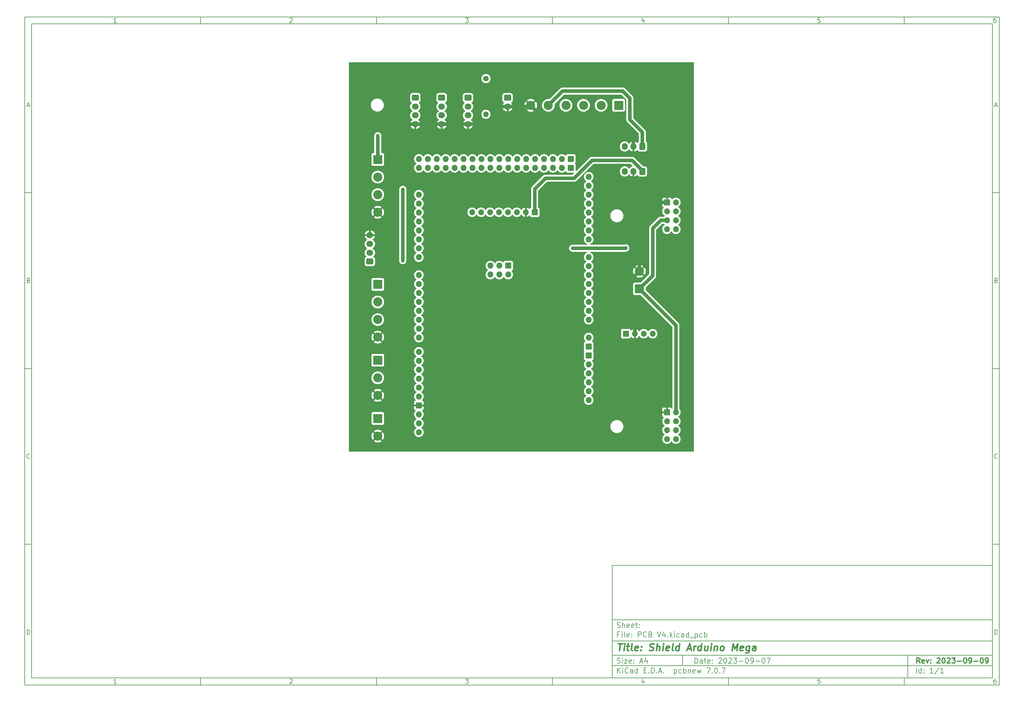
<source format=gbr>
%TF.GenerationSoftware,KiCad,Pcbnew,7.0.7*%
%TF.CreationDate,2023-09-14T17:56:01-03:00*%
%TF.ProjectId,PCB V4,50434220-5634-42e6-9b69-6361645f7063,2023-09-09*%
%TF.SameCoordinates,Original*%
%TF.FileFunction,Copper,L1,Top*%
%TF.FilePolarity,Positive*%
%FSLAX46Y46*%
G04 Gerber Fmt 4.6, Leading zero omitted, Abs format (unit mm)*
G04 Created by KiCad (PCBNEW 7.0.7) date 2023-09-14 17:56:01*
%MOMM*%
%LPD*%
G01*
G04 APERTURE LIST*
G04 Aperture macros list*
%AMRoundRect*
0 Rectangle with rounded corners*
0 $1 Rounding radius*
0 $2 $3 $4 $5 $6 $7 $8 $9 X,Y pos of 4 corners*
0 Add a 4 corners polygon primitive as box body*
4,1,4,$2,$3,$4,$5,$6,$7,$8,$9,$2,$3,0*
0 Add four circle primitives for the rounded corners*
1,1,$1+$1,$2,$3*
1,1,$1+$1,$4,$5*
1,1,$1+$1,$6,$7*
1,1,$1+$1,$8,$9*
0 Add four rect primitives between the rounded corners*
20,1,$1+$1,$2,$3,$4,$5,0*
20,1,$1+$1,$4,$5,$6,$7,0*
20,1,$1+$1,$6,$7,$8,$9,0*
20,1,$1+$1,$8,$9,$2,$3,0*%
G04 Aperture macros list end*
%ADD10C,0.100000*%
%ADD11C,0.150000*%
%ADD12C,0.300000*%
%ADD13C,0.400000*%
%TA.AperFunction,ComponentPad*%
%ADD14R,1.700000X1.700000*%
%TD*%
%TA.AperFunction,ComponentPad*%
%ADD15O,1.700000X1.700000*%
%TD*%
%TA.AperFunction,ComponentPad*%
%ADD16R,2.600000X2.600000*%
%TD*%
%TA.AperFunction,ComponentPad*%
%ADD17C,2.600000*%
%TD*%
%TA.AperFunction,ComponentPad*%
%ADD18RoundRect,0.250000X0.600000X0.725000X-0.600000X0.725000X-0.600000X-0.725000X0.600000X-0.725000X0*%
%TD*%
%TA.AperFunction,ComponentPad*%
%ADD19O,1.700000X1.950000*%
%TD*%
%TA.AperFunction,ComponentPad*%
%ADD20C,1.600000*%
%TD*%
%TA.AperFunction,ComponentPad*%
%ADD21O,1.600000X1.600000*%
%TD*%
%TA.AperFunction,ComponentPad*%
%ADD22RoundRect,0.250000X-0.725000X0.600000X-0.725000X-0.600000X0.725000X-0.600000X0.725000X0.600000X0*%
%TD*%
%TA.AperFunction,ComponentPad*%
%ADD23O,1.950000X1.700000*%
%TD*%
%TA.AperFunction,ComponentPad*%
%ADD24O,1.727200X1.727200*%
%TD*%
%TA.AperFunction,ComponentPad*%
%ADD25R,1.727200X1.727200*%
%TD*%
%TA.AperFunction,ComponentPad*%
%ADD26RoundRect,0.250000X-0.750000X0.600000X-0.750000X-0.600000X0.750000X-0.600000X0.750000X0.600000X0*%
%TD*%
%TA.AperFunction,ComponentPad*%
%ADD27O,2.000000X1.700000*%
%TD*%
%TA.AperFunction,ComponentPad*%
%ADD28RoundRect,0.250000X0.725000X-0.600000X0.725000X0.600000X-0.725000X0.600000X-0.725000X-0.600000X0*%
%TD*%
%TA.AperFunction,ViaPad*%
%ADD29C,0.800000*%
%TD*%
%TA.AperFunction,Conductor*%
%ADD30C,1.000000*%
%TD*%
G04 APERTURE END LIST*
D10*
D11*
X177002200Y-166007200D02*
X285002200Y-166007200D01*
X285002200Y-198007200D01*
X177002200Y-198007200D01*
X177002200Y-166007200D01*
D10*
D11*
X10000000Y-10000000D02*
X287002200Y-10000000D01*
X287002200Y-200007200D01*
X10000000Y-200007200D01*
X10000000Y-10000000D01*
D10*
D11*
X12000000Y-12000000D02*
X285002200Y-12000000D01*
X285002200Y-198007200D01*
X12000000Y-198007200D01*
X12000000Y-12000000D01*
D10*
D11*
X60000000Y-12000000D02*
X60000000Y-10000000D01*
D10*
D11*
X110000000Y-12000000D02*
X110000000Y-10000000D01*
D10*
D11*
X160000000Y-12000000D02*
X160000000Y-10000000D01*
D10*
D11*
X210000000Y-12000000D02*
X210000000Y-10000000D01*
D10*
D11*
X260000000Y-12000000D02*
X260000000Y-10000000D01*
D10*
D11*
X36089160Y-11593604D02*
X35346303Y-11593604D01*
X35717731Y-11593604D02*
X35717731Y-10293604D01*
X35717731Y-10293604D02*
X35593922Y-10479319D01*
X35593922Y-10479319D02*
X35470112Y-10603128D01*
X35470112Y-10603128D02*
X35346303Y-10665033D01*
D10*
D11*
X85346303Y-10417414D02*
X85408207Y-10355509D01*
X85408207Y-10355509D02*
X85532017Y-10293604D01*
X85532017Y-10293604D02*
X85841541Y-10293604D01*
X85841541Y-10293604D02*
X85965350Y-10355509D01*
X85965350Y-10355509D02*
X86027255Y-10417414D01*
X86027255Y-10417414D02*
X86089160Y-10541223D01*
X86089160Y-10541223D02*
X86089160Y-10665033D01*
X86089160Y-10665033D02*
X86027255Y-10850747D01*
X86027255Y-10850747D02*
X85284398Y-11593604D01*
X85284398Y-11593604D02*
X86089160Y-11593604D01*
D10*
D11*
X135284398Y-10293604D02*
X136089160Y-10293604D01*
X136089160Y-10293604D02*
X135655826Y-10788842D01*
X135655826Y-10788842D02*
X135841541Y-10788842D01*
X135841541Y-10788842D02*
X135965350Y-10850747D01*
X135965350Y-10850747D02*
X136027255Y-10912652D01*
X136027255Y-10912652D02*
X136089160Y-11036461D01*
X136089160Y-11036461D02*
X136089160Y-11345985D01*
X136089160Y-11345985D02*
X136027255Y-11469795D01*
X136027255Y-11469795D02*
X135965350Y-11531700D01*
X135965350Y-11531700D02*
X135841541Y-11593604D01*
X135841541Y-11593604D02*
X135470112Y-11593604D01*
X135470112Y-11593604D02*
X135346303Y-11531700D01*
X135346303Y-11531700D02*
X135284398Y-11469795D01*
D10*
D11*
X185965350Y-10726938D02*
X185965350Y-11593604D01*
X185655826Y-10231700D02*
X185346303Y-11160271D01*
X185346303Y-11160271D02*
X186151064Y-11160271D01*
D10*
D11*
X236027255Y-10293604D02*
X235408207Y-10293604D01*
X235408207Y-10293604D02*
X235346303Y-10912652D01*
X235346303Y-10912652D02*
X235408207Y-10850747D01*
X235408207Y-10850747D02*
X235532017Y-10788842D01*
X235532017Y-10788842D02*
X235841541Y-10788842D01*
X235841541Y-10788842D02*
X235965350Y-10850747D01*
X235965350Y-10850747D02*
X236027255Y-10912652D01*
X236027255Y-10912652D02*
X236089160Y-11036461D01*
X236089160Y-11036461D02*
X236089160Y-11345985D01*
X236089160Y-11345985D02*
X236027255Y-11469795D01*
X236027255Y-11469795D02*
X235965350Y-11531700D01*
X235965350Y-11531700D02*
X235841541Y-11593604D01*
X235841541Y-11593604D02*
X235532017Y-11593604D01*
X235532017Y-11593604D02*
X235408207Y-11531700D01*
X235408207Y-11531700D02*
X235346303Y-11469795D01*
D10*
D11*
X285965350Y-10293604D02*
X285717731Y-10293604D01*
X285717731Y-10293604D02*
X285593922Y-10355509D01*
X285593922Y-10355509D02*
X285532017Y-10417414D01*
X285532017Y-10417414D02*
X285408207Y-10603128D01*
X285408207Y-10603128D02*
X285346303Y-10850747D01*
X285346303Y-10850747D02*
X285346303Y-11345985D01*
X285346303Y-11345985D02*
X285408207Y-11469795D01*
X285408207Y-11469795D02*
X285470112Y-11531700D01*
X285470112Y-11531700D02*
X285593922Y-11593604D01*
X285593922Y-11593604D02*
X285841541Y-11593604D01*
X285841541Y-11593604D02*
X285965350Y-11531700D01*
X285965350Y-11531700D02*
X286027255Y-11469795D01*
X286027255Y-11469795D02*
X286089160Y-11345985D01*
X286089160Y-11345985D02*
X286089160Y-11036461D01*
X286089160Y-11036461D02*
X286027255Y-10912652D01*
X286027255Y-10912652D02*
X285965350Y-10850747D01*
X285965350Y-10850747D02*
X285841541Y-10788842D01*
X285841541Y-10788842D02*
X285593922Y-10788842D01*
X285593922Y-10788842D02*
X285470112Y-10850747D01*
X285470112Y-10850747D02*
X285408207Y-10912652D01*
X285408207Y-10912652D02*
X285346303Y-11036461D01*
D10*
D11*
X60000000Y-198007200D02*
X60000000Y-200007200D01*
D10*
D11*
X110000000Y-198007200D02*
X110000000Y-200007200D01*
D10*
D11*
X160000000Y-198007200D02*
X160000000Y-200007200D01*
D10*
D11*
X210000000Y-198007200D02*
X210000000Y-200007200D01*
D10*
D11*
X260000000Y-198007200D02*
X260000000Y-200007200D01*
D10*
D11*
X36089160Y-199600804D02*
X35346303Y-199600804D01*
X35717731Y-199600804D02*
X35717731Y-198300804D01*
X35717731Y-198300804D02*
X35593922Y-198486519D01*
X35593922Y-198486519D02*
X35470112Y-198610328D01*
X35470112Y-198610328D02*
X35346303Y-198672233D01*
D10*
D11*
X85346303Y-198424614D02*
X85408207Y-198362709D01*
X85408207Y-198362709D02*
X85532017Y-198300804D01*
X85532017Y-198300804D02*
X85841541Y-198300804D01*
X85841541Y-198300804D02*
X85965350Y-198362709D01*
X85965350Y-198362709D02*
X86027255Y-198424614D01*
X86027255Y-198424614D02*
X86089160Y-198548423D01*
X86089160Y-198548423D02*
X86089160Y-198672233D01*
X86089160Y-198672233D02*
X86027255Y-198857947D01*
X86027255Y-198857947D02*
X85284398Y-199600804D01*
X85284398Y-199600804D02*
X86089160Y-199600804D01*
D10*
D11*
X135284398Y-198300804D02*
X136089160Y-198300804D01*
X136089160Y-198300804D02*
X135655826Y-198796042D01*
X135655826Y-198796042D02*
X135841541Y-198796042D01*
X135841541Y-198796042D02*
X135965350Y-198857947D01*
X135965350Y-198857947D02*
X136027255Y-198919852D01*
X136027255Y-198919852D02*
X136089160Y-199043661D01*
X136089160Y-199043661D02*
X136089160Y-199353185D01*
X136089160Y-199353185D02*
X136027255Y-199476995D01*
X136027255Y-199476995D02*
X135965350Y-199538900D01*
X135965350Y-199538900D02*
X135841541Y-199600804D01*
X135841541Y-199600804D02*
X135470112Y-199600804D01*
X135470112Y-199600804D02*
X135346303Y-199538900D01*
X135346303Y-199538900D02*
X135284398Y-199476995D01*
D10*
D11*
X185965350Y-198734138D02*
X185965350Y-199600804D01*
X185655826Y-198238900D02*
X185346303Y-199167471D01*
X185346303Y-199167471D02*
X186151064Y-199167471D01*
D10*
D11*
X236027255Y-198300804D02*
X235408207Y-198300804D01*
X235408207Y-198300804D02*
X235346303Y-198919852D01*
X235346303Y-198919852D02*
X235408207Y-198857947D01*
X235408207Y-198857947D02*
X235532017Y-198796042D01*
X235532017Y-198796042D02*
X235841541Y-198796042D01*
X235841541Y-198796042D02*
X235965350Y-198857947D01*
X235965350Y-198857947D02*
X236027255Y-198919852D01*
X236027255Y-198919852D02*
X236089160Y-199043661D01*
X236089160Y-199043661D02*
X236089160Y-199353185D01*
X236089160Y-199353185D02*
X236027255Y-199476995D01*
X236027255Y-199476995D02*
X235965350Y-199538900D01*
X235965350Y-199538900D02*
X235841541Y-199600804D01*
X235841541Y-199600804D02*
X235532017Y-199600804D01*
X235532017Y-199600804D02*
X235408207Y-199538900D01*
X235408207Y-199538900D02*
X235346303Y-199476995D01*
D10*
D11*
X285965350Y-198300804D02*
X285717731Y-198300804D01*
X285717731Y-198300804D02*
X285593922Y-198362709D01*
X285593922Y-198362709D02*
X285532017Y-198424614D01*
X285532017Y-198424614D02*
X285408207Y-198610328D01*
X285408207Y-198610328D02*
X285346303Y-198857947D01*
X285346303Y-198857947D02*
X285346303Y-199353185D01*
X285346303Y-199353185D02*
X285408207Y-199476995D01*
X285408207Y-199476995D02*
X285470112Y-199538900D01*
X285470112Y-199538900D02*
X285593922Y-199600804D01*
X285593922Y-199600804D02*
X285841541Y-199600804D01*
X285841541Y-199600804D02*
X285965350Y-199538900D01*
X285965350Y-199538900D02*
X286027255Y-199476995D01*
X286027255Y-199476995D02*
X286089160Y-199353185D01*
X286089160Y-199353185D02*
X286089160Y-199043661D01*
X286089160Y-199043661D02*
X286027255Y-198919852D01*
X286027255Y-198919852D02*
X285965350Y-198857947D01*
X285965350Y-198857947D02*
X285841541Y-198796042D01*
X285841541Y-198796042D02*
X285593922Y-198796042D01*
X285593922Y-198796042D02*
X285470112Y-198857947D01*
X285470112Y-198857947D02*
X285408207Y-198919852D01*
X285408207Y-198919852D02*
X285346303Y-199043661D01*
D10*
D11*
X10000000Y-60000000D02*
X12000000Y-60000000D01*
D10*
D11*
X10000000Y-110000000D02*
X12000000Y-110000000D01*
D10*
D11*
X10000000Y-160000000D02*
X12000000Y-160000000D01*
D10*
D11*
X10690476Y-35222176D02*
X11309523Y-35222176D01*
X10566666Y-35593604D02*
X10999999Y-34293604D01*
X10999999Y-34293604D02*
X11433333Y-35593604D01*
D10*
D11*
X11092857Y-84912652D02*
X11278571Y-84974557D01*
X11278571Y-84974557D02*
X11340476Y-85036461D01*
X11340476Y-85036461D02*
X11402380Y-85160271D01*
X11402380Y-85160271D02*
X11402380Y-85345985D01*
X11402380Y-85345985D02*
X11340476Y-85469795D01*
X11340476Y-85469795D02*
X11278571Y-85531700D01*
X11278571Y-85531700D02*
X11154761Y-85593604D01*
X11154761Y-85593604D02*
X10659523Y-85593604D01*
X10659523Y-85593604D02*
X10659523Y-84293604D01*
X10659523Y-84293604D02*
X11092857Y-84293604D01*
X11092857Y-84293604D02*
X11216666Y-84355509D01*
X11216666Y-84355509D02*
X11278571Y-84417414D01*
X11278571Y-84417414D02*
X11340476Y-84541223D01*
X11340476Y-84541223D02*
X11340476Y-84665033D01*
X11340476Y-84665033D02*
X11278571Y-84788842D01*
X11278571Y-84788842D02*
X11216666Y-84850747D01*
X11216666Y-84850747D02*
X11092857Y-84912652D01*
X11092857Y-84912652D02*
X10659523Y-84912652D01*
D10*
D11*
X11402380Y-135469795D02*
X11340476Y-135531700D01*
X11340476Y-135531700D02*
X11154761Y-135593604D01*
X11154761Y-135593604D02*
X11030952Y-135593604D01*
X11030952Y-135593604D02*
X10845238Y-135531700D01*
X10845238Y-135531700D02*
X10721428Y-135407890D01*
X10721428Y-135407890D02*
X10659523Y-135284080D01*
X10659523Y-135284080D02*
X10597619Y-135036461D01*
X10597619Y-135036461D02*
X10597619Y-134850747D01*
X10597619Y-134850747D02*
X10659523Y-134603128D01*
X10659523Y-134603128D02*
X10721428Y-134479319D01*
X10721428Y-134479319D02*
X10845238Y-134355509D01*
X10845238Y-134355509D02*
X11030952Y-134293604D01*
X11030952Y-134293604D02*
X11154761Y-134293604D01*
X11154761Y-134293604D02*
X11340476Y-134355509D01*
X11340476Y-134355509D02*
X11402380Y-134417414D01*
D10*
D11*
X10659523Y-185593604D02*
X10659523Y-184293604D01*
X10659523Y-184293604D02*
X10969047Y-184293604D01*
X10969047Y-184293604D02*
X11154761Y-184355509D01*
X11154761Y-184355509D02*
X11278571Y-184479319D01*
X11278571Y-184479319D02*
X11340476Y-184603128D01*
X11340476Y-184603128D02*
X11402380Y-184850747D01*
X11402380Y-184850747D02*
X11402380Y-185036461D01*
X11402380Y-185036461D02*
X11340476Y-185284080D01*
X11340476Y-185284080D02*
X11278571Y-185407890D01*
X11278571Y-185407890D02*
X11154761Y-185531700D01*
X11154761Y-185531700D02*
X10969047Y-185593604D01*
X10969047Y-185593604D02*
X10659523Y-185593604D01*
D10*
D11*
X287002200Y-60000000D02*
X285002200Y-60000000D01*
D10*
D11*
X287002200Y-110000000D02*
X285002200Y-110000000D01*
D10*
D11*
X287002200Y-160000000D02*
X285002200Y-160000000D01*
D10*
D11*
X285692676Y-35222176D02*
X286311723Y-35222176D01*
X285568866Y-35593604D02*
X286002199Y-34293604D01*
X286002199Y-34293604D02*
X286435533Y-35593604D01*
D10*
D11*
X286095057Y-84912652D02*
X286280771Y-84974557D01*
X286280771Y-84974557D02*
X286342676Y-85036461D01*
X286342676Y-85036461D02*
X286404580Y-85160271D01*
X286404580Y-85160271D02*
X286404580Y-85345985D01*
X286404580Y-85345985D02*
X286342676Y-85469795D01*
X286342676Y-85469795D02*
X286280771Y-85531700D01*
X286280771Y-85531700D02*
X286156961Y-85593604D01*
X286156961Y-85593604D02*
X285661723Y-85593604D01*
X285661723Y-85593604D02*
X285661723Y-84293604D01*
X285661723Y-84293604D02*
X286095057Y-84293604D01*
X286095057Y-84293604D02*
X286218866Y-84355509D01*
X286218866Y-84355509D02*
X286280771Y-84417414D01*
X286280771Y-84417414D02*
X286342676Y-84541223D01*
X286342676Y-84541223D02*
X286342676Y-84665033D01*
X286342676Y-84665033D02*
X286280771Y-84788842D01*
X286280771Y-84788842D02*
X286218866Y-84850747D01*
X286218866Y-84850747D02*
X286095057Y-84912652D01*
X286095057Y-84912652D02*
X285661723Y-84912652D01*
D10*
D11*
X286404580Y-135469795D02*
X286342676Y-135531700D01*
X286342676Y-135531700D02*
X286156961Y-135593604D01*
X286156961Y-135593604D02*
X286033152Y-135593604D01*
X286033152Y-135593604D02*
X285847438Y-135531700D01*
X285847438Y-135531700D02*
X285723628Y-135407890D01*
X285723628Y-135407890D02*
X285661723Y-135284080D01*
X285661723Y-135284080D02*
X285599819Y-135036461D01*
X285599819Y-135036461D02*
X285599819Y-134850747D01*
X285599819Y-134850747D02*
X285661723Y-134603128D01*
X285661723Y-134603128D02*
X285723628Y-134479319D01*
X285723628Y-134479319D02*
X285847438Y-134355509D01*
X285847438Y-134355509D02*
X286033152Y-134293604D01*
X286033152Y-134293604D02*
X286156961Y-134293604D01*
X286156961Y-134293604D02*
X286342676Y-134355509D01*
X286342676Y-134355509D02*
X286404580Y-134417414D01*
D10*
D11*
X285661723Y-185593604D02*
X285661723Y-184293604D01*
X285661723Y-184293604D02*
X285971247Y-184293604D01*
X285971247Y-184293604D02*
X286156961Y-184355509D01*
X286156961Y-184355509D02*
X286280771Y-184479319D01*
X286280771Y-184479319D02*
X286342676Y-184603128D01*
X286342676Y-184603128D02*
X286404580Y-184850747D01*
X286404580Y-184850747D02*
X286404580Y-185036461D01*
X286404580Y-185036461D02*
X286342676Y-185284080D01*
X286342676Y-185284080D02*
X286280771Y-185407890D01*
X286280771Y-185407890D02*
X286156961Y-185531700D01*
X286156961Y-185531700D02*
X285971247Y-185593604D01*
X285971247Y-185593604D02*
X285661723Y-185593604D01*
D10*
D11*
X200458026Y-193793328D02*
X200458026Y-192293328D01*
X200458026Y-192293328D02*
X200815169Y-192293328D01*
X200815169Y-192293328D02*
X201029455Y-192364757D01*
X201029455Y-192364757D02*
X201172312Y-192507614D01*
X201172312Y-192507614D02*
X201243741Y-192650471D01*
X201243741Y-192650471D02*
X201315169Y-192936185D01*
X201315169Y-192936185D02*
X201315169Y-193150471D01*
X201315169Y-193150471D02*
X201243741Y-193436185D01*
X201243741Y-193436185D02*
X201172312Y-193579042D01*
X201172312Y-193579042D02*
X201029455Y-193721900D01*
X201029455Y-193721900D02*
X200815169Y-193793328D01*
X200815169Y-193793328D02*
X200458026Y-193793328D01*
X202600884Y-193793328D02*
X202600884Y-193007614D01*
X202600884Y-193007614D02*
X202529455Y-192864757D01*
X202529455Y-192864757D02*
X202386598Y-192793328D01*
X202386598Y-192793328D02*
X202100884Y-192793328D01*
X202100884Y-192793328D02*
X201958026Y-192864757D01*
X202600884Y-193721900D02*
X202458026Y-193793328D01*
X202458026Y-193793328D02*
X202100884Y-193793328D01*
X202100884Y-193793328D02*
X201958026Y-193721900D01*
X201958026Y-193721900D02*
X201886598Y-193579042D01*
X201886598Y-193579042D02*
X201886598Y-193436185D01*
X201886598Y-193436185D02*
X201958026Y-193293328D01*
X201958026Y-193293328D02*
X202100884Y-193221900D01*
X202100884Y-193221900D02*
X202458026Y-193221900D01*
X202458026Y-193221900D02*
X202600884Y-193150471D01*
X203100884Y-192793328D02*
X203672312Y-192793328D01*
X203315169Y-192293328D02*
X203315169Y-193579042D01*
X203315169Y-193579042D02*
X203386598Y-193721900D01*
X203386598Y-193721900D02*
X203529455Y-193793328D01*
X203529455Y-193793328D02*
X203672312Y-193793328D01*
X204743741Y-193721900D02*
X204600884Y-193793328D01*
X204600884Y-193793328D02*
X204315170Y-193793328D01*
X204315170Y-193793328D02*
X204172312Y-193721900D01*
X204172312Y-193721900D02*
X204100884Y-193579042D01*
X204100884Y-193579042D02*
X204100884Y-193007614D01*
X204100884Y-193007614D02*
X204172312Y-192864757D01*
X204172312Y-192864757D02*
X204315170Y-192793328D01*
X204315170Y-192793328D02*
X204600884Y-192793328D01*
X204600884Y-192793328D02*
X204743741Y-192864757D01*
X204743741Y-192864757D02*
X204815170Y-193007614D01*
X204815170Y-193007614D02*
X204815170Y-193150471D01*
X204815170Y-193150471D02*
X204100884Y-193293328D01*
X205458026Y-193650471D02*
X205529455Y-193721900D01*
X205529455Y-193721900D02*
X205458026Y-193793328D01*
X205458026Y-193793328D02*
X205386598Y-193721900D01*
X205386598Y-193721900D02*
X205458026Y-193650471D01*
X205458026Y-193650471D02*
X205458026Y-193793328D01*
X205458026Y-192864757D02*
X205529455Y-192936185D01*
X205529455Y-192936185D02*
X205458026Y-193007614D01*
X205458026Y-193007614D02*
X205386598Y-192936185D01*
X205386598Y-192936185D02*
X205458026Y-192864757D01*
X205458026Y-192864757D02*
X205458026Y-193007614D01*
X207243741Y-192436185D02*
X207315169Y-192364757D01*
X207315169Y-192364757D02*
X207458027Y-192293328D01*
X207458027Y-192293328D02*
X207815169Y-192293328D01*
X207815169Y-192293328D02*
X207958027Y-192364757D01*
X207958027Y-192364757D02*
X208029455Y-192436185D01*
X208029455Y-192436185D02*
X208100884Y-192579042D01*
X208100884Y-192579042D02*
X208100884Y-192721900D01*
X208100884Y-192721900D02*
X208029455Y-192936185D01*
X208029455Y-192936185D02*
X207172312Y-193793328D01*
X207172312Y-193793328D02*
X208100884Y-193793328D01*
X209029455Y-192293328D02*
X209172312Y-192293328D01*
X209172312Y-192293328D02*
X209315169Y-192364757D01*
X209315169Y-192364757D02*
X209386598Y-192436185D01*
X209386598Y-192436185D02*
X209458026Y-192579042D01*
X209458026Y-192579042D02*
X209529455Y-192864757D01*
X209529455Y-192864757D02*
X209529455Y-193221900D01*
X209529455Y-193221900D02*
X209458026Y-193507614D01*
X209458026Y-193507614D02*
X209386598Y-193650471D01*
X209386598Y-193650471D02*
X209315169Y-193721900D01*
X209315169Y-193721900D02*
X209172312Y-193793328D01*
X209172312Y-193793328D02*
X209029455Y-193793328D01*
X209029455Y-193793328D02*
X208886598Y-193721900D01*
X208886598Y-193721900D02*
X208815169Y-193650471D01*
X208815169Y-193650471D02*
X208743740Y-193507614D01*
X208743740Y-193507614D02*
X208672312Y-193221900D01*
X208672312Y-193221900D02*
X208672312Y-192864757D01*
X208672312Y-192864757D02*
X208743740Y-192579042D01*
X208743740Y-192579042D02*
X208815169Y-192436185D01*
X208815169Y-192436185D02*
X208886598Y-192364757D01*
X208886598Y-192364757D02*
X209029455Y-192293328D01*
X210100883Y-192436185D02*
X210172311Y-192364757D01*
X210172311Y-192364757D02*
X210315169Y-192293328D01*
X210315169Y-192293328D02*
X210672311Y-192293328D01*
X210672311Y-192293328D02*
X210815169Y-192364757D01*
X210815169Y-192364757D02*
X210886597Y-192436185D01*
X210886597Y-192436185D02*
X210958026Y-192579042D01*
X210958026Y-192579042D02*
X210958026Y-192721900D01*
X210958026Y-192721900D02*
X210886597Y-192936185D01*
X210886597Y-192936185D02*
X210029454Y-193793328D01*
X210029454Y-193793328D02*
X210958026Y-193793328D01*
X211458025Y-192293328D02*
X212386597Y-192293328D01*
X212386597Y-192293328D02*
X211886597Y-192864757D01*
X211886597Y-192864757D02*
X212100882Y-192864757D01*
X212100882Y-192864757D02*
X212243740Y-192936185D01*
X212243740Y-192936185D02*
X212315168Y-193007614D01*
X212315168Y-193007614D02*
X212386597Y-193150471D01*
X212386597Y-193150471D02*
X212386597Y-193507614D01*
X212386597Y-193507614D02*
X212315168Y-193650471D01*
X212315168Y-193650471D02*
X212243740Y-193721900D01*
X212243740Y-193721900D02*
X212100882Y-193793328D01*
X212100882Y-193793328D02*
X211672311Y-193793328D01*
X211672311Y-193793328D02*
X211529454Y-193721900D01*
X211529454Y-193721900D02*
X211458025Y-193650471D01*
X213029453Y-193221900D02*
X214172311Y-193221900D01*
X215172311Y-192293328D02*
X215315168Y-192293328D01*
X215315168Y-192293328D02*
X215458025Y-192364757D01*
X215458025Y-192364757D02*
X215529454Y-192436185D01*
X215529454Y-192436185D02*
X215600882Y-192579042D01*
X215600882Y-192579042D02*
X215672311Y-192864757D01*
X215672311Y-192864757D02*
X215672311Y-193221900D01*
X215672311Y-193221900D02*
X215600882Y-193507614D01*
X215600882Y-193507614D02*
X215529454Y-193650471D01*
X215529454Y-193650471D02*
X215458025Y-193721900D01*
X215458025Y-193721900D02*
X215315168Y-193793328D01*
X215315168Y-193793328D02*
X215172311Y-193793328D01*
X215172311Y-193793328D02*
X215029454Y-193721900D01*
X215029454Y-193721900D02*
X214958025Y-193650471D01*
X214958025Y-193650471D02*
X214886596Y-193507614D01*
X214886596Y-193507614D02*
X214815168Y-193221900D01*
X214815168Y-193221900D02*
X214815168Y-192864757D01*
X214815168Y-192864757D02*
X214886596Y-192579042D01*
X214886596Y-192579042D02*
X214958025Y-192436185D01*
X214958025Y-192436185D02*
X215029454Y-192364757D01*
X215029454Y-192364757D02*
X215172311Y-192293328D01*
X216386596Y-193793328D02*
X216672310Y-193793328D01*
X216672310Y-193793328D02*
X216815167Y-193721900D01*
X216815167Y-193721900D02*
X216886596Y-193650471D01*
X216886596Y-193650471D02*
X217029453Y-193436185D01*
X217029453Y-193436185D02*
X217100882Y-193150471D01*
X217100882Y-193150471D02*
X217100882Y-192579042D01*
X217100882Y-192579042D02*
X217029453Y-192436185D01*
X217029453Y-192436185D02*
X216958025Y-192364757D01*
X216958025Y-192364757D02*
X216815167Y-192293328D01*
X216815167Y-192293328D02*
X216529453Y-192293328D01*
X216529453Y-192293328D02*
X216386596Y-192364757D01*
X216386596Y-192364757D02*
X216315167Y-192436185D01*
X216315167Y-192436185D02*
X216243739Y-192579042D01*
X216243739Y-192579042D02*
X216243739Y-192936185D01*
X216243739Y-192936185D02*
X216315167Y-193079042D01*
X216315167Y-193079042D02*
X216386596Y-193150471D01*
X216386596Y-193150471D02*
X216529453Y-193221900D01*
X216529453Y-193221900D02*
X216815167Y-193221900D01*
X216815167Y-193221900D02*
X216958025Y-193150471D01*
X216958025Y-193150471D02*
X217029453Y-193079042D01*
X217029453Y-193079042D02*
X217100882Y-192936185D01*
X217743738Y-193221900D02*
X218886596Y-193221900D01*
X219886596Y-192293328D02*
X220029453Y-192293328D01*
X220029453Y-192293328D02*
X220172310Y-192364757D01*
X220172310Y-192364757D02*
X220243739Y-192436185D01*
X220243739Y-192436185D02*
X220315167Y-192579042D01*
X220315167Y-192579042D02*
X220386596Y-192864757D01*
X220386596Y-192864757D02*
X220386596Y-193221900D01*
X220386596Y-193221900D02*
X220315167Y-193507614D01*
X220315167Y-193507614D02*
X220243739Y-193650471D01*
X220243739Y-193650471D02*
X220172310Y-193721900D01*
X220172310Y-193721900D02*
X220029453Y-193793328D01*
X220029453Y-193793328D02*
X219886596Y-193793328D01*
X219886596Y-193793328D02*
X219743739Y-193721900D01*
X219743739Y-193721900D02*
X219672310Y-193650471D01*
X219672310Y-193650471D02*
X219600881Y-193507614D01*
X219600881Y-193507614D02*
X219529453Y-193221900D01*
X219529453Y-193221900D02*
X219529453Y-192864757D01*
X219529453Y-192864757D02*
X219600881Y-192579042D01*
X219600881Y-192579042D02*
X219672310Y-192436185D01*
X219672310Y-192436185D02*
X219743739Y-192364757D01*
X219743739Y-192364757D02*
X219886596Y-192293328D01*
X220886595Y-192293328D02*
X221886595Y-192293328D01*
X221886595Y-192293328D02*
X221243738Y-193793328D01*
D10*
D11*
X177002200Y-194507200D02*
X285002200Y-194507200D01*
D10*
D11*
X178458026Y-196593328D02*
X178458026Y-195093328D01*
X179315169Y-196593328D02*
X178672312Y-195736185D01*
X179315169Y-195093328D02*
X178458026Y-195950471D01*
X179958026Y-196593328D02*
X179958026Y-195593328D01*
X179958026Y-195093328D02*
X179886598Y-195164757D01*
X179886598Y-195164757D02*
X179958026Y-195236185D01*
X179958026Y-195236185D02*
X180029455Y-195164757D01*
X180029455Y-195164757D02*
X179958026Y-195093328D01*
X179958026Y-195093328D02*
X179958026Y-195236185D01*
X181529455Y-196450471D02*
X181458027Y-196521900D01*
X181458027Y-196521900D02*
X181243741Y-196593328D01*
X181243741Y-196593328D02*
X181100884Y-196593328D01*
X181100884Y-196593328D02*
X180886598Y-196521900D01*
X180886598Y-196521900D02*
X180743741Y-196379042D01*
X180743741Y-196379042D02*
X180672312Y-196236185D01*
X180672312Y-196236185D02*
X180600884Y-195950471D01*
X180600884Y-195950471D02*
X180600884Y-195736185D01*
X180600884Y-195736185D02*
X180672312Y-195450471D01*
X180672312Y-195450471D02*
X180743741Y-195307614D01*
X180743741Y-195307614D02*
X180886598Y-195164757D01*
X180886598Y-195164757D02*
X181100884Y-195093328D01*
X181100884Y-195093328D02*
X181243741Y-195093328D01*
X181243741Y-195093328D02*
X181458027Y-195164757D01*
X181458027Y-195164757D02*
X181529455Y-195236185D01*
X182815170Y-196593328D02*
X182815170Y-195807614D01*
X182815170Y-195807614D02*
X182743741Y-195664757D01*
X182743741Y-195664757D02*
X182600884Y-195593328D01*
X182600884Y-195593328D02*
X182315170Y-195593328D01*
X182315170Y-195593328D02*
X182172312Y-195664757D01*
X182815170Y-196521900D02*
X182672312Y-196593328D01*
X182672312Y-196593328D02*
X182315170Y-196593328D01*
X182315170Y-196593328D02*
X182172312Y-196521900D01*
X182172312Y-196521900D02*
X182100884Y-196379042D01*
X182100884Y-196379042D02*
X182100884Y-196236185D01*
X182100884Y-196236185D02*
X182172312Y-196093328D01*
X182172312Y-196093328D02*
X182315170Y-196021900D01*
X182315170Y-196021900D02*
X182672312Y-196021900D01*
X182672312Y-196021900D02*
X182815170Y-195950471D01*
X184172313Y-196593328D02*
X184172313Y-195093328D01*
X184172313Y-196521900D02*
X184029455Y-196593328D01*
X184029455Y-196593328D02*
X183743741Y-196593328D01*
X183743741Y-196593328D02*
X183600884Y-196521900D01*
X183600884Y-196521900D02*
X183529455Y-196450471D01*
X183529455Y-196450471D02*
X183458027Y-196307614D01*
X183458027Y-196307614D02*
X183458027Y-195879042D01*
X183458027Y-195879042D02*
X183529455Y-195736185D01*
X183529455Y-195736185D02*
X183600884Y-195664757D01*
X183600884Y-195664757D02*
X183743741Y-195593328D01*
X183743741Y-195593328D02*
X184029455Y-195593328D01*
X184029455Y-195593328D02*
X184172313Y-195664757D01*
X186029455Y-195807614D02*
X186529455Y-195807614D01*
X186743741Y-196593328D02*
X186029455Y-196593328D01*
X186029455Y-196593328D02*
X186029455Y-195093328D01*
X186029455Y-195093328D02*
X186743741Y-195093328D01*
X187386598Y-196450471D02*
X187458027Y-196521900D01*
X187458027Y-196521900D02*
X187386598Y-196593328D01*
X187386598Y-196593328D02*
X187315170Y-196521900D01*
X187315170Y-196521900D02*
X187386598Y-196450471D01*
X187386598Y-196450471D02*
X187386598Y-196593328D01*
X188100884Y-196593328D02*
X188100884Y-195093328D01*
X188100884Y-195093328D02*
X188458027Y-195093328D01*
X188458027Y-195093328D02*
X188672313Y-195164757D01*
X188672313Y-195164757D02*
X188815170Y-195307614D01*
X188815170Y-195307614D02*
X188886599Y-195450471D01*
X188886599Y-195450471D02*
X188958027Y-195736185D01*
X188958027Y-195736185D02*
X188958027Y-195950471D01*
X188958027Y-195950471D02*
X188886599Y-196236185D01*
X188886599Y-196236185D02*
X188815170Y-196379042D01*
X188815170Y-196379042D02*
X188672313Y-196521900D01*
X188672313Y-196521900D02*
X188458027Y-196593328D01*
X188458027Y-196593328D02*
X188100884Y-196593328D01*
X189600884Y-196450471D02*
X189672313Y-196521900D01*
X189672313Y-196521900D02*
X189600884Y-196593328D01*
X189600884Y-196593328D02*
X189529456Y-196521900D01*
X189529456Y-196521900D02*
X189600884Y-196450471D01*
X189600884Y-196450471D02*
X189600884Y-196593328D01*
X190243742Y-196164757D02*
X190958028Y-196164757D01*
X190100885Y-196593328D02*
X190600885Y-195093328D01*
X190600885Y-195093328D02*
X191100885Y-196593328D01*
X191600884Y-196450471D02*
X191672313Y-196521900D01*
X191672313Y-196521900D02*
X191600884Y-196593328D01*
X191600884Y-196593328D02*
X191529456Y-196521900D01*
X191529456Y-196521900D02*
X191600884Y-196450471D01*
X191600884Y-196450471D02*
X191600884Y-196593328D01*
X194600884Y-195593328D02*
X194600884Y-197093328D01*
X194600884Y-195664757D02*
X194743742Y-195593328D01*
X194743742Y-195593328D02*
X195029456Y-195593328D01*
X195029456Y-195593328D02*
X195172313Y-195664757D01*
X195172313Y-195664757D02*
X195243742Y-195736185D01*
X195243742Y-195736185D02*
X195315170Y-195879042D01*
X195315170Y-195879042D02*
X195315170Y-196307614D01*
X195315170Y-196307614D02*
X195243742Y-196450471D01*
X195243742Y-196450471D02*
X195172313Y-196521900D01*
X195172313Y-196521900D02*
X195029456Y-196593328D01*
X195029456Y-196593328D02*
X194743742Y-196593328D01*
X194743742Y-196593328D02*
X194600884Y-196521900D01*
X196600885Y-196521900D02*
X196458027Y-196593328D01*
X196458027Y-196593328D02*
X196172313Y-196593328D01*
X196172313Y-196593328D02*
X196029456Y-196521900D01*
X196029456Y-196521900D02*
X195958027Y-196450471D01*
X195958027Y-196450471D02*
X195886599Y-196307614D01*
X195886599Y-196307614D02*
X195886599Y-195879042D01*
X195886599Y-195879042D02*
X195958027Y-195736185D01*
X195958027Y-195736185D02*
X196029456Y-195664757D01*
X196029456Y-195664757D02*
X196172313Y-195593328D01*
X196172313Y-195593328D02*
X196458027Y-195593328D01*
X196458027Y-195593328D02*
X196600885Y-195664757D01*
X197243741Y-196593328D02*
X197243741Y-195093328D01*
X197243741Y-195664757D02*
X197386599Y-195593328D01*
X197386599Y-195593328D02*
X197672313Y-195593328D01*
X197672313Y-195593328D02*
X197815170Y-195664757D01*
X197815170Y-195664757D02*
X197886599Y-195736185D01*
X197886599Y-195736185D02*
X197958027Y-195879042D01*
X197958027Y-195879042D02*
X197958027Y-196307614D01*
X197958027Y-196307614D02*
X197886599Y-196450471D01*
X197886599Y-196450471D02*
X197815170Y-196521900D01*
X197815170Y-196521900D02*
X197672313Y-196593328D01*
X197672313Y-196593328D02*
X197386599Y-196593328D01*
X197386599Y-196593328D02*
X197243741Y-196521900D01*
X198600884Y-195593328D02*
X198600884Y-196593328D01*
X198600884Y-195736185D02*
X198672313Y-195664757D01*
X198672313Y-195664757D02*
X198815170Y-195593328D01*
X198815170Y-195593328D02*
X199029456Y-195593328D01*
X199029456Y-195593328D02*
X199172313Y-195664757D01*
X199172313Y-195664757D02*
X199243742Y-195807614D01*
X199243742Y-195807614D02*
X199243742Y-196593328D01*
X200529456Y-196521900D02*
X200386599Y-196593328D01*
X200386599Y-196593328D02*
X200100885Y-196593328D01*
X200100885Y-196593328D02*
X199958027Y-196521900D01*
X199958027Y-196521900D02*
X199886599Y-196379042D01*
X199886599Y-196379042D02*
X199886599Y-195807614D01*
X199886599Y-195807614D02*
X199958027Y-195664757D01*
X199958027Y-195664757D02*
X200100885Y-195593328D01*
X200100885Y-195593328D02*
X200386599Y-195593328D01*
X200386599Y-195593328D02*
X200529456Y-195664757D01*
X200529456Y-195664757D02*
X200600885Y-195807614D01*
X200600885Y-195807614D02*
X200600885Y-195950471D01*
X200600885Y-195950471D02*
X199886599Y-196093328D01*
X201100884Y-195593328D02*
X201386599Y-196593328D01*
X201386599Y-196593328D02*
X201672313Y-195879042D01*
X201672313Y-195879042D02*
X201958027Y-196593328D01*
X201958027Y-196593328D02*
X202243741Y-195593328D01*
X203815170Y-195093328D02*
X204815170Y-195093328D01*
X204815170Y-195093328D02*
X204172313Y-196593328D01*
X205386598Y-196450471D02*
X205458027Y-196521900D01*
X205458027Y-196521900D02*
X205386598Y-196593328D01*
X205386598Y-196593328D02*
X205315170Y-196521900D01*
X205315170Y-196521900D02*
X205386598Y-196450471D01*
X205386598Y-196450471D02*
X205386598Y-196593328D01*
X206386599Y-195093328D02*
X206529456Y-195093328D01*
X206529456Y-195093328D02*
X206672313Y-195164757D01*
X206672313Y-195164757D02*
X206743742Y-195236185D01*
X206743742Y-195236185D02*
X206815170Y-195379042D01*
X206815170Y-195379042D02*
X206886599Y-195664757D01*
X206886599Y-195664757D02*
X206886599Y-196021900D01*
X206886599Y-196021900D02*
X206815170Y-196307614D01*
X206815170Y-196307614D02*
X206743742Y-196450471D01*
X206743742Y-196450471D02*
X206672313Y-196521900D01*
X206672313Y-196521900D02*
X206529456Y-196593328D01*
X206529456Y-196593328D02*
X206386599Y-196593328D01*
X206386599Y-196593328D02*
X206243742Y-196521900D01*
X206243742Y-196521900D02*
X206172313Y-196450471D01*
X206172313Y-196450471D02*
X206100884Y-196307614D01*
X206100884Y-196307614D02*
X206029456Y-196021900D01*
X206029456Y-196021900D02*
X206029456Y-195664757D01*
X206029456Y-195664757D02*
X206100884Y-195379042D01*
X206100884Y-195379042D02*
X206172313Y-195236185D01*
X206172313Y-195236185D02*
X206243742Y-195164757D01*
X206243742Y-195164757D02*
X206386599Y-195093328D01*
X207529455Y-196450471D02*
X207600884Y-196521900D01*
X207600884Y-196521900D02*
X207529455Y-196593328D01*
X207529455Y-196593328D02*
X207458027Y-196521900D01*
X207458027Y-196521900D02*
X207529455Y-196450471D01*
X207529455Y-196450471D02*
X207529455Y-196593328D01*
X208100884Y-195093328D02*
X209100884Y-195093328D01*
X209100884Y-195093328D02*
X208458027Y-196593328D01*
D10*
D11*
X177002200Y-191507200D02*
X285002200Y-191507200D01*
D10*
D12*
X264413853Y-193785528D02*
X263913853Y-193071242D01*
X263556710Y-193785528D02*
X263556710Y-192285528D01*
X263556710Y-192285528D02*
X264128139Y-192285528D01*
X264128139Y-192285528D02*
X264270996Y-192356957D01*
X264270996Y-192356957D02*
X264342425Y-192428385D01*
X264342425Y-192428385D02*
X264413853Y-192571242D01*
X264413853Y-192571242D02*
X264413853Y-192785528D01*
X264413853Y-192785528D02*
X264342425Y-192928385D01*
X264342425Y-192928385D02*
X264270996Y-192999814D01*
X264270996Y-192999814D02*
X264128139Y-193071242D01*
X264128139Y-193071242D02*
X263556710Y-193071242D01*
X265628139Y-193714100D02*
X265485282Y-193785528D01*
X265485282Y-193785528D02*
X265199568Y-193785528D01*
X265199568Y-193785528D02*
X265056710Y-193714100D01*
X265056710Y-193714100D02*
X264985282Y-193571242D01*
X264985282Y-193571242D02*
X264985282Y-192999814D01*
X264985282Y-192999814D02*
X265056710Y-192856957D01*
X265056710Y-192856957D02*
X265199568Y-192785528D01*
X265199568Y-192785528D02*
X265485282Y-192785528D01*
X265485282Y-192785528D02*
X265628139Y-192856957D01*
X265628139Y-192856957D02*
X265699568Y-192999814D01*
X265699568Y-192999814D02*
X265699568Y-193142671D01*
X265699568Y-193142671D02*
X264985282Y-193285528D01*
X266199567Y-192785528D02*
X266556710Y-193785528D01*
X266556710Y-193785528D02*
X266913853Y-192785528D01*
X267485281Y-193642671D02*
X267556710Y-193714100D01*
X267556710Y-193714100D02*
X267485281Y-193785528D01*
X267485281Y-193785528D02*
X267413853Y-193714100D01*
X267413853Y-193714100D02*
X267485281Y-193642671D01*
X267485281Y-193642671D02*
X267485281Y-193785528D01*
X267485281Y-192856957D02*
X267556710Y-192928385D01*
X267556710Y-192928385D02*
X267485281Y-192999814D01*
X267485281Y-192999814D02*
X267413853Y-192928385D01*
X267413853Y-192928385D02*
X267485281Y-192856957D01*
X267485281Y-192856957D02*
X267485281Y-192999814D01*
X269270996Y-192428385D02*
X269342424Y-192356957D01*
X269342424Y-192356957D02*
X269485282Y-192285528D01*
X269485282Y-192285528D02*
X269842424Y-192285528D01*
X269842424Y-192285528D02*
X269985282Y-192356957D01*
X269985282Y-192356957D02*
X270056710Y-192428385D01*
X270056710Y-192428385D02*
X270128139Y-192571242D01*
X270128139Y-192571242D02*
X270128139Y-192714100D01*
X270128139Y-192714100D02*
X270056710Y-192928385D01*
X270056710Y-192928385D02*
X269199567Y-193785528D01*
X269199567Y-193785528D02*
X270128139Y-193785528D01*
X271056710Y-192285528D02*
X271199567Y-192285528D01*
X271199567Y-192285528D02*
X271342424Y-192356957D01*
X271342424Y-192356957D02*
X271413853Y-192428385D01*
X271413853Y-192428385D02*
X271485281Y-192571242D01*
X271485281Y-192571242D02*
X271556710Y-192856957D01*
X271556710Y-192856957D02*
X271556710Y-193214100D01*
X271556710Y-193214100D02*
X271485281Y-193499814D01*
X271485281Y-193499814D02*
X271413853Y-193642671D01*
X271413853Y-193642671D02*
X271342424Y-193714100D01*
X271342424Y-193714100D02*
X271199567Y-193785528D01*
X271199567Y-193785528D02*
X271056710Y-193785528D01*
X271056710Y-193785528D02*
X270913853Y-193714100D01*
X270913853Y-193714100D02*
X270842424Y-193642671D01*
X270842424Y-193642671D02*
X270770995Y-193499814D01*
X270770995Y-193499814D02*
X270699567Y-193214100D01*
X270699567Y-193214100D02*
X270699567Y-192856957D01*
X270699567Y-192856957D02*
X270770995Y-192571242D01*
X270770995Y-192571242D02*
X270842424Y-192428385D01*
X270842424Y-192428385D02*
X270913853Y-192356957D01*
X270913853Y-192356957D02*
X271056710Y-192285528D01*
X272128138Y-192428385D02*
X272199566Y-192356957D01*
X272199566Y-192356957D02*
X272342424Y-192285528D01*
X272342424Y-192285528D02*
X272699566Y-192285528D01*
X272699566Y-192285528D02*
X272842424Y-192356957D01*
X272842424Y-192356957D02*
X272913852Y-192428385D01*
X272913852Y-192428385D02*
X272985281Y-192571242D01*
X272985281Y-192571242D02*
X272985281Y-192714100D01*
X272985281Y-192714100D02*
X272913852Y-192928385D01*
X272913852Y-192928385D02*
X272056709Y-193785528D01*
X272056709Y-193785528D02*
X272985281Y-193785528D01*
X273485280Y-192285528D02*
X274413852Y-192285528D01*
X274413852Y-192285528D02*
X273913852Y-192856957D01*
X273913852Y-192856957D02*
X274128137Y-192856957D01*
X274128137Y-192856957D02*
X274270995Y-192928385D01*
X274270995Y-192928385D02*
X274342423Y-192999814D01*
X274342423Y-192999814D02*
X274413852Y-193142671D01*
X274413852Y-193142671D02*
X274413852Y-193499814D01*
X274413852Y-193499814D02*
X274342423Y-193642671D01*
X274342423Y-193642671D02*
X274270995Y-193714100D01*
X274270995Y-193714100D02*
X274128137Y-193785528D01*
X274128137Y-193785528D02*
X273699566Y-193785528D01*
X273699566Y-193785528D02*
X273556709Y-193714100D01*
X273556709Y-193714100D02*
X273485280Y-193642671D01*
X275056708Y-193214100D02*
X276199566Y-193214100D01*
X277199566Y-192285528D02*
X277342423Y-192285528D01*
X277342423Y-192285528D02*
X277485280Y-192356957D01*
X277485280Y-192356957D02*
X277556709Y-192428385D01*
X277556709Y-192428385D02*
X277628137Y-192571242D01*
X277628137Y-192571242D02*
X277699566Y-192856957D01*
X277699566Y-192856957D02*
X277699566Y-193214100D01*
X277699566Y-193214100D02*
X277628137Y-193499814D01*
X277628137Y-193499814D02*
X277556709Y-193642671D01*
X277556709Y-193642671D02*
X277485280Y-193714100D01*
X277485280Y-193714100D02*
X277342423Y-193785528D01*
X277342423Y-193785528D02*
X277199566Y-193785528D01*
X277199566Y-193785528D02*
X277056709Y-193714100D01*
X277056709Y-193714100D02*
X276985280Y-193642671D01*
X276985280Y-193642671D02*
X276913851Y-193499814D01*
X276913851Y-193499814D02*
X276842423Y-193214100D01*
X276842423Y-193214100D02*
X276842423Y-192856957D01*
X276842423Y-192856957D02*
X276913851Y-192571242D01*
X276913851Y-192571242D02*
X276985280Y-192428385D01*
X276985280Y-192428385D02*
X277056709Y-192356957D01*
X277056709Y-192356957D02*
X277199566Y-192285528D01*
X278413851Y-193785528D02*
X278699565Y-193785528D01*
X278699565Y-193785528D02*
X278842422Y-193714100D01*
X278842422Y-193714100D02*
X278913851Y-193642671D01*
X278913851Y-193642671D02*
X279056708Y-193428385D01*
X279056708Y-193428385D02*
X279128137Y-193142671D01*
X279128137Y-193142671D02*
X279128137Y-192571242D01*
X279128137Y-192571242D02*
X279056708Y-192428385D01*
X279056708Y-192428385D02*
X278985280Y-192356957D01*
X278985280Y-192356957D02*
X278842422Y-192285528D01*
X278842422Y-192285528D02*
X278556708Y-192285528D01*
X278556708Y-192285528D02*
X278413851Y-192356957D01*
X278413851Y-192356957D02*
X278342422Y-192428385D01*
X278342422Y-192428385D02*
X278270994Y-192571242D01*
X278270994Y-192571242D02*
X278270994Y-192928385D01*
X278270994Y-192928385D02*
X278342422Y-193071242D01*
X278342422Y-193071242D02*
X278413851Y-193142671D01*
X278413851Y-193142671D02*
X278556708Y-193214100D01*
X278556708Y-193214100D02*
X278842422Y-193214100D01*
X278842422Y-193214100D02*
X278985280Y-193142671D01*
X278985280Y-193142671D02*
X279056708Y-193071242D01*
X279056708Y-193071242D02*
X279128137Y-192928385D01*
X279770993Y-193214100D02*
X280913851Y-193214100D01*
X281913851Y-192285528D02*
X282056708Y-192285528D01*
X282056708Y-192285528D02*
X282199565Y-192356957D01*
X282199565Y-192356957D02*
X282270994Y-192428385D01*
X282270994Y-192428385D02*
X282342422Y-192571242D01*
X282342422Y-192571242D02*
X282413851Y-192856957D01*
X282413851Y-192856957D02*
X282413851Y-193214100D01*
X282413851Y-193214100D02*
X282342422Y-193499814D01*
X282342422Y-193499814D02*
X282270994Y-193642671D01*
X282270994Y-193642671D02*
X282199565Y-193714100D01*
X282199565Y-193714100D02*
X282056708Y-193785528D01*
X282056708Y-193785528D02*
X281913851Y-193785528D01*
X281913851Y-193785528D02*
X281770994Y-193714100D01*
X281770994Y-193714100D02*
X281699565Y-193642671D01*
X281699565Y-193642671D02*
X281628136Y-193499814D01*
X281628136Y-193499814D02*
X281556708Y-193214100D01*
X281556708Y-193214100D02*
X281556708Y-192856957D01*
X281556708Y-192856957D02*
X281628136Y-192571242D01*
X281628136Y-192571242D02*
X281699565Y-192428385D01*
X281699565Y-192428385D02*
X281770994Y-192356957D01*
X281770994Y-192356957D02*
X281913851Y-192285528D01*
X283128136Y-193785528D02*
X283413850Y-193785528D01*
X283413850Y-193785528D02*
X283556707Y-193714100D01*
X283556707Y-193714100D02*
X283628136Y-193642671D01*
X283628136Y-193642671D02*
X283770993Y-193428385D01*
X283770993Y-193428385D02*
X283842422Y-193142671D01*
X283842422Y-193142671D02*
X283842422Y-192571242D01*
X283842422Y-192571242D02*
X283770993Y-192428385D01*
X283770993Y-192428385D02*
X283699565Y-192356957D01*
X283699565Y-192356957D02*
X283556707Y-192285528D01*
X283556707Y-192285528D02*
X283270993Y-192285528D01*
X283270993Y-192285528D02*
X283128136Y-192356957D01*
X283128136Y-192356957D02*
X283056707Y-192428385D01*
X283056707Y-192428385D02*
X282985279Y-192571242D01*
X282985279Y-192571242D02*
X282985279Y-192928385D01*
X282985279Y-192928385D02*
X283056707Y-193071242D01*
X283056707Y-193071242D02*
X283128136Y-193142671D01*
X283128136Y-193142671D02*
X283270993Y-193214100D01*
X283270993Y-193214100D02*
X283556707Y-193214100D01*
X283556707Y-193214100D02*
X283699565Y-193142671D01*
X283699565Y-193142671D02*
X283770993Y-193071242D01*
X283770993Y-193071242D02*
X283842422Y-192928385D01*
D10*
D11*
X178386598Y-193721900D02*
X178600884Y-193793328D01*
X178600884Y-193793328D02*
X178958026Y-193793328D01*
X178958026Y-193793328D02*
X179100884Y-193721900D01*
X179100884Y-193721900D02*
X179172312Y-193650471D01*
X179172312Y-193650471D02*
X179243741Y-193507614D01*
X179243741Y-193507614D02*
X179243741Y-193364757D01*
X179243741Y-193364757D02*
X179172312Y-193221900D01*
X179172312Y-193221900D02*
X179100884Y-193150471D01*
X179100884Y-193150471D02*
X178958026Y-193079042D01*
X178958026Y-193079042D02*
X178672312Y-193007614D01*
X178672312Y-193007614D02*
X178529455Y-192936185D01*
X178529455Y-192936185D02*
X178458026Y-192864757D01*
X178458026Y-192864757D02*
X178386598Y-192721900D01*
X178386598Y-192721900D02*
X178386598Y-192579042D01*
X178386598Y-192579042D02*
X178458026Y-192436185D01*
X178458026Y-192436185D02*
X178529455Y-192364757D01*
X178529455Y-192364757D02*
X178672312Y-192293328D01*
X178672312Y-192293328D02*
X179029455Y-192293328D01*
X179029455Y-192293328D02*
X179243741Y-192364757D01*
X179886597Y-193793328D02*
X179886597Y-192793328D01*
X179886597Y-192293328D02*
X179815169Y-192364757D01*
X179815169Y-192364757D02*
X179886597Y-192436185D01*
X179886597Y-192436185D02*
X179958026Y-192364757D01*
X179958026Y-192364757D02*
X179886597Y-192293328D01*
X179886597Y-192293328D02*
X179886597Y-192436185D01*
X180458026Y-192793328D02*
X181243741Y-192793328D01*
X181243741Y-192793328D02*
X180458026Y-193793328D01*
X180458026Y-193793328D02*
X181243741Y-193793328D01*
X182386598Y-193721900D02*
X182243741Y-193793328D01*
X182243741Y-193793328D02*
X181958027Y-193793328D01*
X181958027Y-193793328D02*
X181815169Y-193721900D01*
X181815169Y-193721900D02*
X181743741Y-193579042D01*
X181743741Y-193579042D02*
X181743741Y-193007614D01*
X181743741Y-193007614D02*
X181815169Y-192864757D01*
X181815169Y-192864757D02*
X181958027Y-192793328D01*
X181958027Y-192793328D02*
X182243741Y-192793328D01*
X182243741Y-192793328D02*
X182386598Y-192864757D01*
X182386598Y-192864757D02*
X182458027Y-193007614D01*
X182458027Y-193007614D02*
X182458027Y-193150471D01*
X182458027Y-193150471D02*
X181743741Y-193293328D01*
X183100883Y-193650471D02*
X183172312Y-193721900D01*
X183172312Y-193721900D02*
X183100883Y-193793328D01*
X183100883Y-193793328D02*
X183029455Y-193721900D01*
X183029455Y-193721900D02*
X183100883Y-193650471D01*
X183100883Y-193650471D02*
X183100883Y-193793328D01*
X183100883Y-192864757D02*
X183172312Y-192936185D01*
X183172312Y-192936185D02*
X183100883Y-193007614D01*
X183100883Y-193007614D02*
X183029455Y-192936185D01*
X183029455Y-192936185D02*
X183100883Y-192864757D01*
X183100883Y-192864757D02*
X183100883Y-193007614D01*
X184886598Y-193364757D02*
X185600884Y-193364757D01*
X184743741Y-193793328D02*
X185243741Y-192293328D01*
X185243741Y-192293328D02*
X185743741Y-193793328D01*
X186886598Y-192793328D02*
X186886598Y-193793328D01*
X186529455Y-192221900D02*
X186172312Y-193293328D01*
X186172312Y-193293328D02*
X187100883Y-193293328D01*
D10*
D11*
X263458026Y-196593328D02*
X263458026Y-195093328D01*
X264815170Y-196593328D02*
X264815170Y-195093328D01*
X264815170Y-196521900D02*
X264672312Y-196593328D01*
X264672312Y-196593328D02*
X264386598Y-196593328D01*
X264386598Y-196593328D02*
X264243741Y-196521900D01*
X264243741Y-196521900D02*
X264172312Y-196450471D01*
X264172312Y-196450471D02*
X264100884Y-196307614D01*
X264100884Y-196307614D02*
X264100884Y-195879042D01*
X264100884Y-195879042D02*
X264172312Y-195736185D01*
X264172312Y-195736185D02*
X264243741Y-195664757D01*
X264243741Y-195664757D02*
X264386598Y-195593328D01*
X264386598Y-195593328D02*
X264672312Y-195593328D01*
X264672312Y-195593328D02*
X264815170Y-195664757D01*
X265529455Y-196450471D02*
X265600884Y-196521900D01*
X265600884Y-196521900D02*
X265529455Y-196593328D01*
X265529455Y-196593328D02*
X265458027Y-196521900D01*
X265458027Y-196521900D02*
X265529455Y-196450471D01*
X265529455Y-196450471D02*
X265529455Y-196593328D01*
X265529455Y-195664757D02*
X265600884Y-195736185D01*
X265600884Y-195736185D02*
X265529455Y-195807614D01*
X265529455Y-195807614D02*
X265458027Y-195736185D01*
X265458027Y-195736185D02*
X265529455Y-195664757D01*
X265529455Y-195664757D02*
X265529455Y-195807614D01*
X268172313Y-196593328D02*
X267315170Y-196593328D01*
X267743741Y-196593328D02*
X267743741Y-195093328D01*
X267743741Y-195093328D02*
X267600884Y-195307614D01*
X267600884Y-195307614D02*
X267458027Y-195450471D01*
X267458027Y-195450471D02*
X267315170Y-195521900D01*
X269886598Y-195021900D02*
X268600884Y-196950471D01*
X271172313Y-196593328D02*
X270315170Y-196593328D01*
X270743741Y-196593328D02*
X270743741Y-195093328D01*
X270743741Y-195093328D02*
X270600884Y-195307614D01*
X270600884Y-195307614D02*
X270458027Y-195450471D01*
X270458027Y-195450471D02*
X270315170Y-195521900D01*
D10*
D11*
X177002200Y-187507200D02*
X285002200Y-187507200D01*
D10*
D13*
X178693928Y-188211638D02*
X179836785Y-188211638D01*
X179015357Y-190211638D02*
X179265357Y-188211638D01*
X180253452Y-190211638D02*
X180420119Y-188878304D01*
X180503452Y-188211638D02*
X180396309Y-188306876D01*
X180396309Y-188306876D02*
X180479643Y-188402114D01*
X180479643Y-188402114D02*
X180586786Y-188306876D01*
X180586786Y-188306876D02*
X180503452Y-188211638D01*
X180503452Y-188211638D02*
X180479643Y-188402114D01*
X181086786Y-188878304D02*
X181848690Y-188878304D01*
X181455833Y-188211638D02*
X181241548Y-189925923D01*
X181241548Y-189925923D02*
X181312976Y-190116400D01*
X181312976Y-190116400D02*
X181491548Y-190211638D01*
X181491548Y-190211638D02*
X181682024Y-190211638D01*
X182634405Y-190211638D02*
X182455833Y-190116400D01*
X182455833Y-190116400D02*
X182384405Y-189925923D01*
X182384405Y-189925923D02*
X182598690Y-188211638D01*
X184170119Y-190116400D02*
X183967738Y-190211638D01*
X183967738Y-190211638D02*
X183586785Y-190211638D01*
X183586785Y-190211638D02*
X183408214Y-190116400D01*
X183408214Y-190116400D02*
X183336785Y-189925923D01*
X183336785Y-189925923D02*
X183432024Y-189164019D01*
X183432024Y-189164019D02*
X183551071Y-188973542D01*
X183551071Y-188973542D02*
X183753452Y-188878304D01*
X183753452Y-188878304D02*
X184134404Y-188878304D01*
X184134404Y-188878304D02*
X184312976Y-188973542D01*
X184312976Y-188973542D02*
X184384404Y-189164019D01*
X184384404Y-189164019D02*
X184360595Y-189354495D01*
X184360595Y-189354495D02*
X183384404Y-189544971D01*
X185134405Y-190021161D02*
X185217738Y-190116400D01*
X185217738Y-190116400D02*
X185110595Y-190211638D01*
X185110595Y-190211638D02*
X185027262Y-190116400D01*
X185027262Y-190116400D02*
X185134405Y-190021161D01*
X185134405Y-190021161D02*
X185110595Y-190211638D01*
X185265357Y-188973542D02*
X185348690Y-189068780D01*
X185348690Y-189068780D02*
X185241548Y-189164019D01*
X185241548Y-189164019D02*
X185158214Y-189068780D01*
X185158214Y-189068780D02*
X185265357Y-188973542D01*
X185265357Y-188973542D02*
X185241548Y-189164019D01*
X187503453Y-190116400D02*
X187777262Y-190211638D01*
X187777262Y-190211638D02*
X188253453Y-190211638D01*
X188253453Y-190211638D02*
X188455834Y-190116400D01*
X188455834Y-190116400D02*
X188562977Y-190021161D01*
X188562977Y-190021161D02*
X188682024Y-189830685D01*
X188682024Y-189830685D02*
X188705834Y-189640209D01*
X188705834Y-189640209D02*
X188634405Y-189449733D01*
X188634405Y-189449733D02*
X188551072Y-189354495D01*
X188551072Y-189354495D02*
X188372501Y-189259257D01*
X188372501Y-189259257D02*
X188003453Y-189164019D01*
X188003453Y-189164019D02*
X187824881Y-189068780D01*
X187824881Y-189068780D02*
X187741548Y-188973542D01*
X187741548Y-188973542D02*
X187670120Y-188783066D01*
X187670120Y-188783066D02*
X187693929Y-188592590D01*
X187693929Y-188592590D02*
X187812977Y-188402114D01*
X187812977Y-188402114D02*
X187920120Y-188306876D01*
X187920120Y-188306876D02*
X188122501Y-188211638D01*
X188122501Y-188211638D02*
X188598691Y-188211638D01*
X188598691Y-188211638D02*
X188872501Y-188306876D01*
X189491548Y-190211638D02*
X189741548Y-188211638D01*
X190348691Y-190211638D02*
X190479643Y-189164019D01*
X190479643Y-189164019D02*
X190408215Y-188973542D01*
X190408215Y-188973542D02*
X190229643Y-188878304D01*
X190229643Y-188878304D02*
X189943929Y-188878304D01*
X189943929Y-188878304D02*
X189741548Y-188973542D01*
X189741548Y-188973542D02*
X189634405Y-189068780D01*
X191301072Y-190211638D02*
X191467739Y-188878304D01*
X191551072Y-188211638D02*
X191443929Y-188306876D01*
X191443929Y-188306876D02*
X191527263Y-188402114D01*
X191527263Y-188402114D02*
X191634406Y-188306876D01*
X191634406Y-188306876D02*
X191551072Y-188211638D01*
X191551072Y-188211638D02*
X191527263Y-188402114D01*
X193027263Y-190116400D02*
X192824882Y-190211638D01*
X192824882Y-190211638D02*
X192443929Y-190211638D01*
X192443929Y-190211638D02*
X192265358Y-190116400D01*
X192265358Y-190116400D02*
X192193929Y-189925923D01*
X192193929Y-189925923D02*
X192289168Y-189164019D01*
X192289168Y-189164019D02*
X192408215Y-188973542D01*
X192408215Y-188973542D02*
X192610596Y-188878304D01*
X192610596Y-188878304D02*
X192991548Y-188878304D01*
X192991548Y-188878304D02*
X193170120Y-188973542D01*
X193170120Y-188973542D02*
X193241548Y-189164019D01*
X193241548Y-189164019D02*
X193217739Y-189354495D01*
X193217739Y-189354495D02*
X192241548Y-189544971D01*
X194253454Y-190211638D02*
X194074882Y-190116400D01*
X194074882Y-190116400D02*
X194003454Y-189925923D01*
X194003454Y-189925923D02*
X194217739Y-188211638D01*
X195872501Y-190211638D02*
X196122501Y-188211638D01*
X195884406Y-190116400D02*
X195682025Y-190211638D01*
X195682025Y-190211638D02*
X195301073Y-190211638D01*
X195301073Y-190211638D02*
X195122501Y-190116400D01*
X195122501Y-190116400D02*
X195039168Y-190021161D01*
X195039168Y-190021161D02*
X194967739Y-189830685D01*
X194967739Y-189830685D02*
X195039168Y-189259257D01*
X195039168Y-189259257D02*
X195158215Y-189068780D01*
X195158215Y-189068780D02*
X195265358Y-188973542D01*
X195265358Y-188973542D02*
X195467739Y-188878304D01*
X195467739Y-188878304D02*
X195848692Y-188878304D01*
X195848692Y-188878304D02*
X196027263Y-188973542D01*
X198324883Y-189640209D02*
X199277264Y-189640209D01*
X198062978Y-190211638D02*
X198979645Y-188211638D01*
X198979645Y-188211638D02*
X199396311Y-190211638D01*
X200062978Y-190211638D02*
X200229645Y-188878304D01*
X200182026Y-189259257D02*
X200301073Y-189068780D01*
X200301073Y-189068780D02*
X200408216Y-188973542D01*
X200408216Y-188973542D02*
X200610597Y-188878304D01*
X200610597Y-188878304D02*
X200801073Y-188878304D01*
X202158216Y-190211638D02*
X202408216Y-188211638D01*
X202170121Y-190116400D02*
X201967740Y-190211638D01*
X201967740Y-190211638D02*
X201586788Y-190211638D01*
X201586788Y-190211638D02*
X201408216Y-190116400D01*
X201408216Y-190116400D02*
X201324883Y-190021161D01*
X201324883Y-190021161D02*
X201253454Y-189830685D01*
X201253454Y-189830685D02*
X201324883Y-189259257D01*
X201324883Y-189259257D02*
X201443930Y-189068780D01*
X201443930Y-189068780D02*
X201551073Y-188973542D01*
X201551073Y-188973542D02*
X201753454Y-188878304D01*
X201753454Y-188878304D02*
X202134407Y-188878304D01*
X202134407Y-188878304D02*
X202312978Y-188973542D01*
X204134407Y-188878304D02*
X203967740Y-190211638D01*
X203277264Y-188878304D02*
X203146312Y-189925923D01*
X203146312Y-189925923D02*
X203217740Y-190116400D01*
X203217740Y-190116400D02*
X203396312Y-190211638D01*
X203396312Y-190211638D02*
X203682026Y-190211638D01*
X203682026Y-190211638D02*
X203884407Y-190116400D01*
X203884407Y-190116400D02*
X203991550Y-190021161D01*
X204920121Y-190211638D02*
X205086788Y-188878304D01*
X205170121Y-188211638D02*
X205062978Y-188306876D01*
X205062978Y-188306876D02*
X205146312Y-188402114D01*
X205146312Y-188402114D02*
X205253455Y-188306876D01*
X205253455Y-188306876D02*
X205170121Y-188211638D01*
X205170121Y-188211638D02*
X205146312Y-188402114D01*
X206039169Y-188878304D02*
X205872502Y-190211638D01*
X206015359Y-189068780D02*
X206122502Y-188973542D01*
X206122502Y-188973542D02*
X206324883Y-188878304D01*
X206324883Y-188878304D02*
X206610597Y-188878304D01*
X206610597Y-188878304D02*
X206789169Y-188973542D01*
X206789169Y-188973542D02*
X206860597Y-189164019D01*
X206860597Y-189164019D02*
X206729645Y-190211638D01*
X207967741Y-190211638D02*
X207789169Y-190116400D01*
X207789169Y-190116400D02*
X207705836Y-190021161D01*
X207705836Y-190021161D02*
X207634407Y-189830685D01*
X207634407Y-189830685D02*
X207705836Y-189259257D01*
X207705836Y-189259257D02*
X207824883Y-189068780D01*
X207824883Y-189068780D02*
X207932026Y-188973542D01*
X207932026Y-188973542D02*
X208134407Y-188878304D01*
X208134407Y-188878304D02*
X208420121Y-188878304D01*
X208420121Y-188878304D02*
X208598693Y-188973542D01*
X208598693Y-188973542D02*
X208682026Y-189068780D01*
X208682026Y-189068780D02*
X208753455Y-189259257D01*
X208753455Y-189259257D02*
X208682026Y-189830685D01*
X208682026Y-189830685D02*
X208562979Y-190021161D01*
X208562979Y-190021161D02*
X208455836Y-190116400D01*
X208455836Y-190116400D02*
X208253455Y-190211638D01*
X208253455Y-190211638D02*
X207967741Y-190211638D01*
X211015360Y-190211638D02*
X211265360Y-188211638D01*
X211265360Y-188211638D02*
X211753455Y-189640209D01*
X211753455Y-189640209D02*
X212598694Y-188211638D01*
X212598694Y-188211638D02*
X212348694Y-190211638D01*
X214074884Y-190116400D02*
X213872503Y-190211638D01*
X213872503Y-190211638D02*
X213491550Y-190211638D01*
X213491550Y-190211638D02*
X213312979Y-190116400D01*
X213312979Y-190116400D02*
X213241550Y-189925923D01*
X213241550Y-189925923D02*
X213336789Y-189164019D01*
X213336789Y-189164019D02*
X213455836Y-188973542D01*
X213455836Y-188973542D02*
X213658217Y-188878304D01*
X213658217Y-188878304D02*
X214039169Y-188878304D01*
X214039169Y-188878304D02*
X214217741Y-188973542D01*
X214217741Y-188973542D02*
X214289169Y-189164019D01*
X214289169Y-189164019D02*
X214265360Y-189354495D01*
X214265360Y-189354495D02*
X213289169Y-189544971D01*
X216039170Y-188878304D02*
X215836789Y-190497352D01*
X215836789Y-190497352D02*
X215717741Y-190687828D01*
X215717741Y-190687828D02*
X215610598Y-190783066D01*
X215610598Y-190783066D02*
X215408217Y-190878304D01*
X215408217Y-190878304D02*
X215122503Y-190878304D01*
X215122503Y-190878304D02*
X214943932Y-190783066D01*
X215884408Y-190116400D02*
X215682027Y-190211638D01*
X215682027Y-190211638D02*
X215301075Y-190211638D01*
X215301075Y-190211638D02*
X215122503Y-190116400D01*
X215122503Y-190116400D02*
X215039170Y-190021161D01*
X215039170Y-190021161D02*
X214967741Y-189830685D01*
X214967741Y-189830685D02*
X215039170Y-189259257D01*
X215039170Y-189259257D02*
X215158217Y-189068780D01*
X215158217Y-189068780D02*
X215265360Y-188973542D01*
X215265360Y-188973542D02*
X215467741Y-188878304D01*
X215467741Y-188878304D02*
X215848694Y-188878304D01*
X215848694Y-188878304D02*
X216027265Y-188973542D01*
X217682027Y-190211638D02*
X217812979Y-189164019D01*
X217812979Y-189164019D02*
X217741551Y-188973542D01*
X217741551Y-188973542D02*
X217562979Y-188878304D01*
X217562979Y-188878304D02*
X217182027Y-188878304D01*
X217182027Y-188878304D02*
X216979646Y-188973542D01*
X217693932Y-190116400D02*
X217491551Y-190211638D01*
X217491551Y-190211638D02*
X217015360Y-190211638D01*
X217015360Y-190211638D02*
X216836789Y-190116400D01*
X216836789Y-190116400D02*
X216765360Y-189925923D01*
X216765360Y-189925923D02*
X216789170Y-189735447D01*
X216789170Y-189735447D02*
X216908218Y-189544971D01*
X216908218Y-189544971D02*
X217110599Y-189449733D01*
X217110599Y-189449733D02*
X217586789Y-189449733D01*
X217586789Y-189449733D02*
X217789170Y-189354495D01*
D10*
D11*
X178958026Y-185607614D02*
X178458026Y-185607614D01*
X178458026Y-186393328D02*
X178458026Y-184893328D01*
X178458026Y-184893328D02*
X179172312Y-184893328D01*
X179743740Y-186393328D02*
X179743740Y-185393328D01*
X179743740Y-184893328D02*
X179672312Y-184964757D01*
X179672312Y-184964757D02*
X179743740Y-185036185D01*
X179743740Y-185036185D02*
X179815169Y-184964757D01*
X179815169Y-184964757D02*
X179743740Y-184893328D01*
X179743740Y-184893328D02*
X179743740Y-185036185D01*
X180672312Y-186393328D02*
X180529455Y-186321900D01*
X180529455Y-186321900D02*
X180458026Y-186179042D01*
X180458026Y-186179042D02*
X180458026Y-184893328D01*
X181815169Y-186321900D02*
X181672312Y-186393328D01*
X181672312Y-186393328D02*
X181386598Y-186393328D01*
X181386598Y-186393328D02*
X181243740Y-186321900D01*
X181243740Y-186321900D02*
X181172312Y-186179042D01*
X181172312Y-186179042D02*
X181172312Y-185607614D01*
X181172312Y-185607614D02*
X181243740Y-185464757D01*
X181243740Y-185464757D02*
X181386598Y-185393328D01*
X181386598Y-185393328D02*
X181672312Y-185393328D01*
X181672312Y-185393328D02*
X181815169Y-185464757D01*
X181815169Y-185464757D02*
X181886598Y-185607614D01*
X181886598Y-185607614D02*
X181886598Y-185750471D01*
X181886598Y-185750471D02*
X181172312Y-185893328D01*
X182529454Y-186250471D02*
X182600883Y-186321900D01*
X182600883Y-186321900D02*
X182529454Y-186393328D01*
X182529454Y-186393328D02*
X182458026Y-186321900D01*
X182458026Y-186321900D02*
X182529454Y-186250471D01*
X182529454Y-186250471D02*
X182529454Y-186393328D01*
X182529454Y-185464757D02*
X182600883Y-185536185D01*
X182600883Y-185536185D02*
X182529454Y-185607614D01*
X182529454Y-185607614D02*
X182458026Y-185536185D01*
X182458026Y-185536185D02*
X182529454Y-185464757D01*
X182529454Y-185464757D02*
X182529454Y-185607614D01*
X184386597Y-186393328D02*
X184386597Y-184893328D01*
X184386597Y-184893328D02*
X184958026Y-184893328D01*
X184958026Y-184893328D02*
X185100883Y-184964757D01*
X185100883Y-184964757D02*
X185172312Y-185036185D01*
X185172312Y-185036185D02*
X185243740Y-185179042D01*
X185243740Y-185179042D02*
X185243740Y-185393328D01*
X185243740Y-185393328D02*
X185172312Y-185536185D01*
X185172312Y-185536185D02*
X185100883Y-185607614D01*
X185100883Y-185607614D02*
X184958026Y-185679042D01*
X184958026Y-185679042D02*
X184386597Y-185679042D01*
X186743740Y-186250471D02*
X186672312Y-186321900D01*
X186672312Y-186321900D02*
X186458026Y-186393328D01*
X186458026Y-186393328D02*
X186315169Y-186393328D01*
X186315169Y-186393328D02*
X186100883Y-186321900D01*
X186100883Y-186321900D02*
X185958026Y-186179042D01*
X185958026Y-186179042D02*
X185886597Y-186036185D01*
X185886597Y-186036185D02*
X185815169Y-185750471D01*
X185815169Y-185750471D02*
X185815169Y-185536185D01*
X185815169Y-185536185D02*
X185886597Y-185250471D01*
X185886597Y-185250471D02*
X185958026Y-185107614D01*
X185958026Y-185107614D02*
X186100883Y-184964757D01*
X186100883Y-184964757D02*
X186315169Y-184893328D01*
X186315169Y-184893328D02*
X186458026Y-184893328D01*
X186458026Y-184893328D02*
X186672312Y-184964757D01*
X186672312Y-184964757D02*
X186743740Y-185036185D01*
X187886597Y-185607614D02*
X188100883Y-185679042D01*
X188100883Y-185679042D02*
X188172312Y-185750471D01*
X188172312Y-185750471D02*
X188243740Y-185893328D01*
X188243740Y-185893328D02*
X188243740Y-186107614D01*
X188243740Y-186107614D02*
X188172312Y-186250471D01*
X188172312Y-186250471D02*
X188100883Y-186321900D01*
X188100883Y-186321900D02*
X187958026Y-186393328D01*
X187958026Y-186393328D02*
X187386597Y-186393328D01*
X187386597Y-186393328D02*
X187386597Y-184893328D01*
X187386597Y-184893328D02*
X187886597Y-184893328D01*
X187886597Y-184893328D02*
X188029455Y-184964757D01*
X188029455Y-184964757D02*
X188100883Y-185036185D01*
X188100883Y-185036185D02*
X188172312Y-185179042D01*
X188172312Y-185179042D02*
X188172312Y-185321900D01*
X188172312Y-185321900D02*
X188100883Y-185464757D01*
X188100883Y-185464757D02*
X188029455Y-185536185D01*
X188029455Y-185536185D02*
X187886597Y-185607614D01*
X187886597Y-185607614D02*
X187386597Y-185607614D01*
X189815169Y-184893328D02*
X190315169Y-186393328D01*
X190315169Y-186393328D02*
X190815169Y-184893328D01*
X191958026Y-185393328D02*
X191958026Y-186393328D01*
X191600883Y-184821900D02*
X191243740Y-185893328D01*
X191243740Y-185893328D02*
X192172311Y-185893328D01*
X192743739Y-186250471D02*
X192815168Y-186321900D01*
X192815168Y-186321900D02*
X192743739Y-186393328D01*
X192743739Y-186393328D02*
X192672311Y-186321900D01*
X192672311Y-186321900D02*
X192743739Y-186250471D01*
X192743739Y-186250471D02*
X192743739Y-186393328D01*
X193458025Y-186393328D02*
X193458025Y-184893328D01*
X193600883Y-185821900D02*
X194029454Y-186393328D01*
X194029454Y-185393328D02*
X193458025Y-185964757D01*
X194672311Y-186393328D02*
X194672311Y-185393328D01*
X194672311Y-184893328D02*
X194600883Y-184964757D01*
X194600883Y-184964757D02*
X194672311Y-185036185D01*
X194672311Y-185036185D02*
X194743740Y-184964757D01*
X194743740Y-184964757D02*
X194672311Y-184893328D01*
X194672311Y-184893328D02*
X194672311Y-185036185D01*
X196029455Y-186321900D02*
X195886597Y-186393328D01*
X195886597Y-186393328D02*
X195600883Y-186393328D01*
X195600883Y-186393328D02*
X195458026Y-186321900D01*
X195458026Y-186321900D02*
X195386597Y-186250471D01*
X195386597Y-186250471D02*
X195315169Y-186107614D01*
X195315169Y-186107614D02*
X195315169Y-185679042D01*
X195315169Y-185679042D02*
X195386597Y-185536185D01*
X195386597Y-185536185D02*
X195458026Y-185464757D01*
X195458026Y-185464757D02*
X195600883Y-185393328D01*
X195600883Y-185393328D02*
X195886597Y-185393328D01*
X195886597Y-185393328D02*
X196029455Y-185464757D01*
X197315169Y-186393328D02*
X197315169Y-185607614D01*
X197315169Y-185607614D02*
X197243740Y-185464757D01*
X197243740Y-185464757D02*
X197100883Y-185393328D01*
X197100883Y-185393328D02*
X196815169Y-185393328D01*
X196815169Y-185393328D02*
X196672311Y-185464757D01*
X197315169Y-186321900D02*
X197172311Y-186393328D01*
X197172311Y-186393328D02*
X196815169Y-186393328D01*
X196815169Y-186393328D02*
X196672311Y-186321900D01*
X196672311Y-186321900D02*
X196600883Y-186179042D01*
X196600883Y-186179042D02*
X196600883Y-186036185D01*
X196600883Y-186036185D02*
X196672311Y-185893328D01*
X196672311Y-185893328D02*
X196815169Y-185821900D01*
X196815169Y-185821900D02*
X197172311Y-185821900D01*
X197172311Y-185821900D02*
X197315169Y-185750471D01*
X198672312Y-186393328D02*
X198672312Y-184893328D01*
X198672312Y-186321900D02*
X198529454Y-186393328D01*
X198529454Y-186393328D02*
X198243740Y-186393328D01*
X198243740Y-186393328D02*
X198100883Y-186321900D01*
X198100883Y-186321900D02*
X198029454Y-186250471D01*
X198029454Y-186250471D02*
X197958026Y-186107614D01*
X197958026Y-186107614D02*
X197958026Y-185679042D01*
X197958026Y-185679042D02*
X198029454Y-185536185D01*
X198029454Y-185536185D02*
X198100883Y-185464757D01*
X198100883Y-185464757D02*
X198243740Y-185393328D01*
X198243740Y-185393328D02*
X198529454Y-185393328D01*
X198529454Y-185393328D02*
X198672312Y-185464757D01*
X199029455Y-186536185D02*
X200172312Y-186536185D01*
X200529454Y-185393328D02*
X200529454Y-186893328D01*
X200529454Y-185464757D02*
X200672312Y-185393328D01*
X200672312Y-185393328D02*
X200958026Y-185393328D01*
X200958026Y-185393328D02*
X201100883Y-185464757D01*
X201100883Y-185464757D02*
X201172312Y-185536185D01*
X201172312Y-185536185D02*
X201243740Y-185679042D01*
X201243740Y-185679042D02*
X201243740Y-186107614D01*
X201243740Y-186107614D02*
X201172312Y-186250471D01*
X201172312Y-186250471D02*
X201100883Y-186321900D01*
X201100883Y-186321900D02*
X200958026Y-186393328D01*
X200958026Y-186393328D02*
X200672312Y-186393328D01*
X200672312Y-186393328D02*
X200529454Y-186321900D01*
X202529455Y-186321900D02*
X202386597Y-186393328D01*
X202386597Y-186393328D02*
X202100883Y-186393328D01*
X202100883Y-186393328D02*
X201958026Y-186321900D01*
X201958026Y-186321900D02*
X201886597Y-186250471D01*
X201886597Y-186250471D02*
X201815169Y-186107614D01*
X201815169Y-186107614D02*
X201815169Y-185679042D01*
X201815169Y-185679042D02*
X201886597Y-185536185D01*
X201886597Y-185536185D02*
X201958026Y-185464757D01*
X201958026Y-185464757D02*
X202100883Y-185393328D01*
X202100883Y-185393328D02*
X202386597Y-185393328D01*
X202386597Y-185393328D02*
X202529455Y-185464757D01*
X203172311Y-186393328D02*
X203172311Y-184893328D01*
X203172311Y-185464757D02*
X203315169Y-185393328D01*
X203315169Y-185393328D02*
X203600883Y-185393328D01*
X203600883Y-185393328D02*
X203743740Y-185464757D01*
X203743740Y-185464757D02*
X203815169Y-185536185D01*
X203815169Y-185536185D02*
X203886597Y-185679042D01*
X203886597Y-185679042D02*
X203886597Y-186107614D01*
X203886597Y-186107614D02*
X203815169Y-186250471D01*
X203815169Y-186250471D02*
X203743740Y-186321900D01*
X203743740Y-186321900D02*
X203600883Y-186393328D01*
X203600883Y-186393328D02*
X203315169Y-186393328D01*
X203315169Y-186393328D02*
X203172311Y-186321900D01*
D10*
D11*
X177002200Y-181507200D02*
X285002200Y-181507200D01*
D10*
D11*
X178386598Y-183621900D02*
X178600884Y-183693328D01*
X178600884Y-183693328D02*
X178958026Y-183693328D01*
X178958026Y-183693328D02*
X179100884Y-183621900D01*
X179100884Y-183621900D02*
X179172312Y-183550471D01*
X179172312Y-183550471D02*
X179243741Y-183407614D01*
X179243741Y-183407614D02*
X179243741Y-183264757D01*
X179243741Y-183264757D02*
X179172312Y-183121900D01*
X179172312Y-183121900D02*
X179100884Y-183050471D01*
X179100884Y-183050471D02*
X178958026Y-182979042D01*
X178958026Y-182979042D02*
X178672312Y-182907614D01*
X178672312Y-182907614D02*
X178529455Y-182836185D01*
X178529455Y-182836185D02*
X178458026Y-182764757D01*
X178458026Y-182764757D02*
X178386598Y-182621900D01*
X178386598Y-182621900D02*
X178386598Y-182479042D01*
X178386598Y-182479042D02*
X178458026Y-182336185D01*
X178458026Y-182336185D02*
X178529455Y-182264757D01*
X178529455Y-182264757D02*
X178672312Y-182193328D01*
X178672312Y-182193328D02*
X179029455Y-182193328D01*
X179029455Y-182193328D02*
X179243741Y-182264757D01*
X179886597Y-183693328D02*
X179886597Y-182193328D01*
X180529455Y-183693328D02*
X180529455Y-182907614D01*
X180529455Y-182907614D02*
X180458026Y-182764757D01*
X180458026Y-182764757D02*
X180315169Y-182693328D01*
X180315169Y-182693328D02*
X180100883Y-182693328D01*
X180100883Y-182693328D02*
X179958026Y-182764757D01*
X179958026Y-182764757D02*
X179886597Y-182836185D01*
X181815169Y-183621900D02*
X181672312Y-183693328D01*
X181672312Y-183693328D02*
X181386598Y-183693328D01*
X181386598Y-183693328D02*
X181243740Y-183621900D01*
X181243740Y-183621900D02*
X181172312Y-183479042D01*
X181172312Y-183479042D02*
X181172312Y-182907614D01*
X181172312Y-182907614D02*
X181243740Y-182764757D01*
X181243740Y-182764757D02*
X181386598Y-182693328D01*
X181386598Y-182693328D02*
X181672312Y-182693328D01*
X181672312Y-182693328D02*
X181815169Y-182764757D01*
X181815169Y-182764757D02*
X181886598Y-182907614D01*
X181886598Y-182907614D02*
X181886598Y-183050471D01*
X181886598Y-183050471D02*
X181172312Y-183193328D01*
X183100883Y-183621900D02*
X182958026Y-183693328D01*
X182958026Y-183693328D02*
X182672312Y-183693328D01*
X182672312Y-183693328D02*
X182529454Y-183621900D01*
X182529454Y-183621900D02*
X182458026Y-183479042D01*
X182458026Y-183479042D02*
X182458026Y-182907614D01*
X182458026Y-182907614D02*
X182529454Y-182764757D01*
X182529454Y-182764757D02*
X182672312Y-182693328D01*
X182672312Y-182693328D02*
X182958026Y-182693328D01*
X182958026Y-182693328D02*
X183100883Y-182764757D01*
X183100883Y-182764757D02*
X183172312Y-182907614D01*
X183172312Y-182907614D02*
X183172312Y-183050471D01*
X183172312Y-183050471D02*
X182458026Y-183193328D01*
X183600883Y-182693328D02*
X184172311Y-182693328D01*
X183815168Y-182193328D02*
X183815168Y-183479042D01*
X183815168Y-183479042D02*
X183886597Y-183621900D01*
X183886597Y-183621900D02*
X184029454Y-183693328D01*
X184029454Y-183693328D02*
X184172311Y-183693328D01*
X184672311Y-183550471D02*
X184743740Y-183621900D01*
X184743740Y-183621900D02*
X184672311Y-183693328D01*
X184672311Y-183693328D02*
X184600883Y-183621900D01*
X184600883Y-183621900D02*
X184672311Y-183550471D01*
X184672311Y-183550471D02*
X184672311Y-183693328D01*
X184672311Y-182764757D02*
X184743740Y-182836185D01*
X184743740Y-182836185D02*
X184672311Y-182907614D01*
X184672311Y-182907614D02*
X184600883Y-182836185D01*
X184600883Y-182836185D02*
X184672311Y-182764757D01*
X184672311Y-182764757D02*
X184672311Y-182907614D01*
D10*
D12*
D10*
D11*
D10*
D11*
D10*
D11*
D10*
D11*
D10*
D11*
X197002200Y-191507200D02*
X197002200Y-194507200D01*
D10*
D11*
X261002200Y-191507200D02*
X261002200Y-198007200D01*
D14*
%TO.P,J9,1,Pin_1*%
%TO.N,5V_Sen*%
X154940000Y-65532000D03*
D15*
%TO.P,J9,2,Pin_2*%
%TO.N,Earth*%
X152400000Y-65532000D03*
%TO.P,J9,3,Pin_3*%
%TO.N,A_SCL*%
X149860000Y-65532000D03*
%TO.P,J9,4,Pin_4*%
%TO.N,A_SDA*%
X147320000Y-65532000D03*
%TO.P,J9,5,Pin_5*%
%TO.N,unconnected-(J9-Pin_5-Pad5)*%
X144780000Y-65532000D03*
%TO.P,J9,6,Pin_6*%
%TO.N,unconnected-(J9-Pin_6-Pad6)*%
X142240000Y-65532000D03*
%TO.P,J9,7,Pin_7*%
%TO.N,unconnected-(J9-Pin_7-Pad7)*%
X139700000Y-65532000D03*
%TO.P,J9,8,Pin_8*%
%TO.N,unconnected-(J9-Pin_8-Pad8)*%
X137160000Y-65532000D03*
%TD*%
D16*
%TO.P,J6,1,Pin_1*%
%TO.N,5V_Sen*%
X110347000Y-50543000D03*
D17*
%TO.P,J6,2,Pin_2*%
%TO.N,ENCODER_Dir_2*%
X110347000Y-55543000D03*
%TO.P,J6,3,Pin_3*%
%TO.N,ENCODER_Dir_1*%
X110347000Y-60543000D03*
%TO.P,J6,4,Pin_4*%
%TO.N,Earth*%
X110347000Y-65543000D03*
%TD*%
D16*
%TO.P,J7,1,Pin_1*%
%TO.N,5V_Sen*%
X110347000Y-86073000D03*
D17*
%TO.P,J7,2,Pin_2*%
%TO.N,ENCODER_Esq_1*%
X110347000Y-91073000D03*
%TO.P,J7,3,Pin_3*%
%TO.N,ENCODER_Esq_2*%
X110347000Y-96073000D03*
%TO.P,J7,4,Pin_4*%
%TO.N,Earth*%
X110347000Y-101073000D03*
%TD*%
D18*
%TO.P,J15,1,Pin_1*%
%TO.N,5V_Sen*%
X185531000Y-46844000D03*
D19*
%TO.P,J15,2,Pin_2*%
%TO.N,Earth*%
X183031000Y-46844000D03*
%TO.P,J15,3,Pin_3*%
%TO.N,IR2*%
X180531000Y-46844000D03*
%TD*%
D20*
%TO.P,R1,1*%
%TO.N,Net-(J17-Pin_1)*%
X141088654Y-27523000D03*
D21*
%TO.P,R1,2*%
%TO.N,LED_Extra*%
X141088654Y-37683000D03*
%TD*%
D17*
%TO.P,J5,2,Pin_2*%
%TO.N,Earth*%
X184709000Y-82336000D03*
D16*
%TO.P,J5,1,Pin_1*%
%TO.N,5V_Sen*%
X184709000Y-87336000D03*
%TD*%
%TO.P,J16,1,Pin_1*%
%TO.N,LED_Freios*%
X178821090Y-35143000D03*
D17*
%TO.P,J16,2,Pin_2*%
%TO.N,LED_Seta_Dir*%
X173821090Y-35143000D03*
%TO.P,J16,3,Pin_3*%
%TO.N,LED_Seta_Esq*%
X168821090Y-35143000D03*
%TO.P,J16,4,Pin_4*%
%TO.N,LED_Farois*%
X163821090Y-35143000D03*
%TO.P,J16,5,Pin_5*%
%TO.N,5V_Sen*%
X158821090Y-35143000D03*
%TO.P,J16,6,Pin_6*%
%TO.N,Earth*%
X153821090Y-35143000D03*
%TD*%
D22*
%TO.P,J11,1,Pin_1*%
%TO.N,5V_Sen*%
X121015000Y-32993000D03*
D23*
%TO.P,J11,2,Pin_2*%
%TO.N,TRIG_1*%
X121015000Y-35493000D03*
%TO.P,J11,3,Pin_3*%
%TO.N,ECHO_1*%
X121015000Y-37993000D03*
%TO.P,J11,4,Pin_4*%
%TO.N,Earth*%
X121015000Y-40493000D03*
%TD*%
D14*
%TO.P,J8,1,Pin_1*%
%TO.N,5V_Ard*%
X180848000Y-100076000D03*
D15*
%TO.P,J8,2,Pin_2*%
%TO.N,Earth*%
X183388000Y-100076000D03*
%TO.P,J8,3,Pin_3*%
%TO.N,HC6_1*%
X185928000Y-100076000D03*
%TO.P,J8,4,Pin_4*%
%TO.N,HC6_2*%
X188468000Y-100076000D03*
%TD*%
D18*
%TO.P,J14,1,Pin_1*%
%TO.N,5V_Sen*%
X185531000Y-53956000D03*
D19*
%TO.P,J14,2,Pin_2*%
%TO.N,Earth*%
X183031000Y-53956000D03*
%TO.P,J14,3,Pin_3*%
%TO.N,IR1*%
X180531000Y-53956000D03*
%TD*%
D24*
%TO.P,XA1,*%
%TO.N,*%
X170291000Y-118963000D03*
%TO.P,XA1,3V3,3.3V*%
%TO.N,unconnected-(XA1-3.3V-Pad3V3)*%
X170291000Y-111343000D03*
%TO.P,XA1,5V1,5V*%
%TO.N,5V_Ard*%
X170291000Y-108803000D03*
%TO.P,XA1,5V2,SPI_5V*%
%TO.N,unconnected-(XA1-SPI_5V-Pad5V2)*%
X142351000Y-80736000D03*
%TO.P,XA1,5V3,5V*%
%TO.N,unconnected-(XA1-5V-Pad5V3)*%
X122031000Y-52923000D03*
%TO.P,XA1,5V4,5V*%
%TO.N,unconnected-(XA1-5V-Pad5V4)*%
X122031000Y-50383000D03*
%TO.P,XA1,A0,A0*%
%TO.N,unconnected-(XA1-PadA0)*%
X170291000Y-96103000D03*
%TO.P,XA1,A1,A1*%
%TO.N,unconnected-(XA1-PadA1)*%
X170291000Y-93563000D03*
%TO.P,XA1,A2,A2*%
%TO.N,unconnected-(XA1-PadA2)*%
X170291000Y-91023000D03*
%TO.P,XA1,A3,A3*%
%TO.N,unconnected-(XA1-PadA3)*%
X170291000Y-88483000D03*
%TO.P,XA1,A4,A4*%
%TO.N,unconnected-(XA1-PadA4)*%
X170291000Y-85943000D03*
%TO.P,XA1,A5,A5*%
%TO.N,unconnected-(XA1-PadA5)*%
X170291000Y-83403000D03*
%TO.P,XA1,A6,A6*%
%TO.N,unconnected-(XA1-PadA6)*%
X170291000Y-80863000D03*
%TO.P,XA1,A7,A7*%
%TO.N,unconnected-(XA1-PadA7)*%
X170291000Y-78323000D03*
%TO.P,XA1,A8,A8*%
%TO.N,unconnected-(XA1-PadA8)*%
X170291000Y-73243000D03*
%TO.P,XA1,A9,A9*%
%TO.N,unconnected-(XA1-PadA9)*%
X170291000Y-70703000D03*
%TO.P,XA1,A10,A10*%
%TO.N,unconnected-(XA1-PadA10)*%
X170291000Y-68163000D03*
%TO.P,XA1,A11,A11*%
%TO.N,unconnected-(XA1-PadA11)*%
X170291000Y-65623000D03*
%TO.P,XA1,A12,A12*%
%TO.N,unconnected-(XA1-PadA12)*%
X170291000Y-63083000D03*
%TO.P,XA1,A13,A13*%
%TO.N,unconnected-(XA1-PadA13)*%
X170291000Y-60543000D03*
%TO.P,XA1,A14,A14*%
%TO.N,unconnected-(XA1-PadA14)*%
X170291000Y-58003000D03*
%TO.P,XA1,A15,A15*%
%TO.N,unconnected-(XA1-PadA15)*%
X170291000Y-55463000D03*
%TO.P,XA1,AREF,AREF*%
%TO.N,unconnected-(XA1-PadAREF)*%
X122031000Y-123027000D03*
%TO.P,XA1,D0,D0/RX0*%
%TO.N,unconnected-(XA1-D0{slash}RX0-PadD0)*%
X122031000Y-83403000D03*
%TO.P,XA1,D1,D1/TX0*%
%TO.N,unconnected-(XA1-D1{slash}TX0-PadD1)*%
X122031000Y-85943000D03*
%TO.P,XA1,D2,D2_INT0*%
%TO.N,ENCODER_Esq_1*%
X122031000Y-88483000D03*
%TO.P,XA1,D3,D3_INT1*%
%TO.N,ENCODER_Esq_2*%
X122031000Y-91023000D03*
%TO.P,XA1,D4,D4*%
%TO.N,unconnected-(XA1-PadD4)*%
X122031000Y-93563000D03*
%TO.P,XA1,D5,D5*%
%TO.N,unconnected-(XA1-PadD5)*%
X122031000Y-96103000D03*
%TO.P,XA1,D6,D6*%
%TO.N,unconnected-(XA1-PadD6)*%
X122031000Y-98643000D03*
%TO.P,XA1,D7,D7*%
%TO.N,unconnected-(XA1-PadD7)*%
X122031000Y-101183000D03*
%TO.P,XA1,D8,D8*%
%TO.N,Servo*%
X122031000Y-105247000D03*
%TO.P,XA1,D9,D9*%
%TO.N,ME2*%
X122031000Y-107787000D03*
%TO.P,XA1,D10,D10*%
%TO.N,ME1*%
X122031000Y-110327000D03*
%TO.P,XA1,D11,D11*%
%TO.N,MD2*%
X122031000Y-112867000D03*
%TO.P,XA1,D12,D12*%
%TO.N,MD1*%
X122031000Y-115407000D03*
%TO.P,XA1,D13,D13*%
%TO.N,unconnected-(XA1-PadD13)*%
X122031000Y-117947000D03*
%TO.P,XA1,D14,D14/TX3*%
%TO.N,unconnected-(XA1-D14{slash}TX3-PadD14)*%
X122031000Y-78323000D03*
%TO.P,XA1,D15,D15/RX3*%
%TO.N,unconnected-(XA1-D15{slash}RX3-PadD15)*%
X122031000Y-75783000D03*
%TO.P,XA1,D16,D16/TX2*%
%TO.N,LORA_TX*%
X122031000Y-73243000D03*
%TO.P,XA1,D17,D17/RX2*%
%TO.N,LORA_RX*%
X122031000Y-70703000D03*
%TO.P,XA1,D18,D18/TX1*%
%TO.N,ENCODER_Dir_1*%
X122031000Y-68163000D03*
%TO.P,XA1,D19,D19/RX1*%
%TO.N,ENCODER_Dir_2*%
X122031000Y-65623000D03*
%TO.P,XA1,D20,D20/SDA*%
%TO.N,A_SDA*%
X122031000Y-63083000D03*
%TO.P,XA1,D21,D21/SCL*%
%TO.N,A_SCL*%
X122031000Y-60543000D03*
%TO.P,XA1,D22,D22*%
%TO.N,unconnected-(XA1-PadD22)*%
X124571000Y-52923000D03*
%TO.P,XA1,D23,D23*%
%TO.N,unconnected-(XA1-PadD23)*%
X124571000Y-50383000D03*
%TO.P,XA1,D24,D24*%
%TO.N,unconnected-(XA1-PadD24)*%
X127111000Y-52923000D03*
%TO.P,XA1,D25,D25*%
%TO.N,unconnected-(XA1-PadD25)*%
X127111000Y-50383000D03*
%TO.P,XA1,D26,D26*%
%TO.N,unconnected-(XA1-PadD26)*%
X129651000Y-52923000D03*
%TO.P,XA1,D27,D27*%
%TO.N,ECHO_1*%
X129651000Y-50383000D03*
%TO.P,XA1,D28,D28*%
%TO.N,unconnected-(XA1-PadD28)*%
X132191000Y-52923000D03*
%TO.P,XA1,D29,D29*%
%TO.N,TRIG_1*%
X132191000Y-50383000D03*
%TO.P,XA1,D30,D30*%
%TO.N,unconnected-(XA1-PadD30)*%
X134731000Y-52923000D03*
%TO.P,XA1,D31,D31*%
%TO.N,ECHO_2*%
X134731000Y-50383000D03*
%TO.P,XA1,D32,D32*%
%TO.N,unconnected-(XA1-PadD32)*%
X137271000Y-52923000D03*
%TO.P,XA1,D33,D33*%
%TO.N,TRIG_2*%
X137271000Y-50383000D03*
%TO.P,XA1,D34,D34*%
%TO.N,unconnected-(XA1-PadD34)*%
X139811000Y-52923000D03*
%TO.P,XA1,D35,D35*%
%TO.N,ECHO_3*%
X139811000Y-50383000D03*
%TO.P,XA1,D36,D36*%
%TO.N,unconnected-(XA1-PadD36)*%
X142351000Y-52923000D03*
%TO.P,XA1,D37,D37*%
%TO.N,TRIG_3*%
X142351000Y-50383000D03*
%TO.P,XA1,D38,D38*%
%TO.N,unconnected-(XA1-PadD38)*%
X144891000Y-52923000D03*
%TO.P,XA1,D39,D39*%
%TO.N,LED_Extra*%
X144891000Y-50383000D03*
%TO.P,XA1,D40,D40*%
%TO.N,unconnected-(XA1-PadD40)*%
X147431000Y-52923000D03*
%TO.P,XA1,D41,D41*%
%TO.N,LED_Farois*%
X147431000Y-50383000D03*
%TO.P,XA1,D42,D42*%
%TO.N,unconnected-(XA1-PadD42)*%
X149971000Y-52923000D03*
%TO.P,XA1,D43,D43*%
%TO.N,LED_Seta_Esq*%
X149971000Y-50383000D03*
%TO.P,XA1,D44,D44*%
%TO.N,unconnected-(XA1-PadD44)*%
X152511000Y-52923000D03*
%TO.P,XA1,D45,D45*%
%TO.N,LED_Seta_Dir*%
X152511000Y-50383000D03*
%TO.P,XA1,D46,D46*%
%TO.N,unconnected-(XA1-PadD46)*%
X155051000Y-52923000D03*
%TO.P,XA1,D47,D47*%
%TO.N,LED_Freios*%
X155051000Y-50383000D03*
%TO.P,XA1,D48,D48*%
%TO.N,unconnected-(XA1-PadD48)*%
X157591000Y-52923000D03*
%TO.P,XA1,D49,D49*%
%TO.N,unconnected-(XA1-PadD49)*%
X157591000Y-50383000D03*
%TO.P,XA1,D50,D50_MISO*%
%TO.N,HC6_1*%
X160131000Y-52923000D03*
%TO.P,XA1,D51,D51_MOSI*%
%TO.N,HC6_2*%
X160131000Y-50383000D03*
%TO.P,XA1,D52,D52_SCK*%
%TO.N,IR1*%
X162671000Y-52923000D03*
%TO.P,XA1,D53,D53_CS*%
%TO.N,IR2*%
X162671000Y-50383000D03*
D25*
%TO.P,XA1,GND1,GND*%
%TO.N,Earth*%
X122031000Y-120487000D03*
%TO.P,XA1,GND2,GND*%
%TO.N,unconnected-(XA1-GND-PadGND2)*%
X170291000Y-106263000D03*
%TO.P,XA1,GND3,GND*%
%TO.N,unconnected-(XA1-GND-PadGND3)*%
X170291000Y-103723000D03*
%TO.P,XA1,GND4,SPI_GND*%
%TO.N,unconnected-(XA1-SPI_GND-PadGND4)*%
X147431000Y-80736000D03*
%TO.P,XA1,GND5,GND*%
%TO.N,unconnected-(XA1-GND-PadGND5)*%
X165211000Y-52923000D03*
%TO.P,XA1,GND6,GND*%
%TO.N,unconnected-(XA1-GND-PadGND6)*%
X165211000Y-50383000D03*
D24*
%TO.P,XA1,IORF,IOREF*%
%TO.N,unconnected-(XA1-IOREF-PadIORF)*%
X170291000Y-116423000D03*
%TO.P,XA1,MISO,SPI_MISO*%
%TO.N,unconnected-(XA1-SPI_MISO-PadMISO)*%
X142351000Y-83276000D03*
%TO.P,XA1,MOSI,SPI_MOSI*%
%TO.N,unconnected-(XA1-SPI_MOSI-PadMOSI)*%
X144891000Y-80736000D03*
%TO.P,XA1,RST1,RESET*%
%TO.N,unconnected-(XA1-RESET-PadRST1)*%
X170291000Y-113883000D03*
%TO.P,XA1,RST2,SPI_RESET*%
%TO.N,unconnected-(XA1-SPI_RESET-PadRST2)*%
X147431000Y-83276000D03*
%TO.P,XA1,SCK,SPI_SCK*%
%TO.N,unconnected-(XA1-SPI_SCK-PadSCK)*%
X144891000Y-83276000D03*
%TO.P,XA1,SCL,SCL*%
%TO.N,unconnected-(XA1-PadSCL)*%
X122031000Y-128107000D03*
%TO.P,XA1,SDA,SDA*%
%TO.N,unconnected-(XA1-PadSDA)*%
X122031000Y-125567000D03*
%TO.P,XA1,VIN,VIN*%
%TO.N,unconnected-(XA1-PadVIN)*%
X170291000Y-101183000D03*
%TD*%
D22*
%TO.P,J13,1,Pin_1*%
%TO.N,5V_Sen*%
X135997436Y-32993000D03*
D23*
%TO.P,J13,2,Pin_2*%
%TO.N,TRIG_3*%
X135997436Y-35493000D03*
%TO.P,J13,3,Pin_3*%
%TO.N,ECHO_3*%
X135997436Y-37993000D03*
%TO.P,J13,4,Pin_4*%
%TO.N,Earth*%
X135997436Y-40493000D03*
%TD*%
D16*
%TO.P,J4,1,Pin_1*%
%TO.N,8.4V_Ser*%
X110347000Y-124203000D03*
D17*
%TO.P,J4,2,Pin_2*%
%TO.N,Earth*%
X110347000Y-129203000D03*
%TD*%
D16*
%TO.P,J3,1,Pin_1*%
%TO.N,Servo*%
X110347000Y-107638000D03*
D17*
%TO.P,J3,2,Pin_2*%
%TO.N,8.4V_Ser*%
X110347000Y-112638000D03*
%TO.P,J3,3,Pin_3*%
%TO.N,Earth*%
X110347000Y-117638000D03*
%TD*%
D26*
%TO.P,J17,1,Pin_1*%
%TO.N,Net-(J17-Pin_1)*%
X147229872Y-32993000D03*
D27*
%TO.P,J17,2,Pin_2*%
%TO.N,Earth*%
X147229872Y-35493000D03*
%TD*%
D22*
%TO.P,J12,1,Pin_1*%
%TO.N,5V_Sen*%
X128506218Y-32993000D03*
D23*
%TO.P,J12,2,Pin_2*%
%TO.N,TRIG_2*%
X128506218Y-35493000D03*
%TO.P,J12,3,Pin_3*%
%TO.N,ECHO_2*%
X128506218Y-37993000D03*
%TO.P,J12,4,Pin_4*%
%TO.N,Earth*%
X128506218Y-40493000D03*
%TD*%
D28*
%TO.P,J10,1,Pin_1*%
%TO.N,5V_Sen*%
X108097000Y-79558000D03*
D23*
%TO.P,J10,2,Pin_2*%
%TO.N,LORA_TX*%
X108097000Y-77058000D03*
%TO.P,J10,3,Pin_3*%
%TO.N,LORA_RX*%
X108097000Y-74558000D03*
%TO.P,J10,4,Pin_4*%
%TO.N,Earth*%
X108097000Y-72058000D03*
%TD*%
D15*
%TO.P,J1,8,Pin_8*%
%TO.N,ME1*%
X195072000Y-70368000D03*
%TO.P,J1,7,Pin_7*%
%TO.N,ME2*%
X192532000Y-70368000D03*
%TO.P,J1,6,Pin_6*%
%TO.N,5V_Sen*%
X195072000Y-67828000D03*
%TO.P,J1,5,Pin_5*%
X192532000Y-67828000D03*
%TO.P,J1,4,Pin_4*%
%TO.N,unconnected-(J1-Pin_4-Pad4)*%
X195072000Y-65288000D03*
%TO.P,J1,3,Pin_3*%
%TO.N,unconnected-(J1-Pin_3-Pad3)*%
X192532000Y-65288000D03*
%TO.P,J1,2,Pin_2*%
%TO.N,5V_Sen*%
X195072000Y-62748000D03*
D14*
%TO.P,J1,1,Pin_1*%
%TO.N,Earth*%
X192532000Y-62748000D03*
%TD*%
%TO.P,J2,1,Pin_1*%
%TO.N,Earth*%
X192532000Y-122428000D03*
D15*
%TO.P,J2,2,Pin_2*%
%TO.N,5V_Sen*%
X195072000Y-122428000D03*
%TO.P,J2,3,Pin_3*%
%TO.N,unconnected-(J2-Pin_3-Pad3)*%
X192532000Y-124968000D03*
%TO.P,J2,4,Pin_4*%
%TO.N,unconnected-(J2-Pin_4-Pad4)*%
X195072000Y-124968000D03*
%TO.P,J2,5,Pin_5*%
%TO.N,5V_Sen*%
X192532000Y-127508000D03*
%TO.P,J2,6,Pin_6*%
X195072000Y-127508000D03*
%TO.P,J2,7,Pin_7*%
%TO.N,MD2*%
X192532000Y-130048000D03*
%TO.P,J2,8,Pin_8*%
%TO.N,MD1*%
X195072000Y-130048000D03*
%TD*%
D29*
%TO.N,Earth*%
X115935000Y-40731000D03*
%TO.N,5V_Sen*%
X117459000Y-79339000D03*
X110347000Y-43779000D03*
X117459000Y-59019000D03*
%TO.N,HC6_1*%
X165719000Y-75783000D03*
X180848000Y-75692000D03*
%TD*%
D30*
%TO.N,5V_Sen*%
X185531000Y-53714705D02*
X185531000Y-53956000D01*
X171196000Y-50800000D02*
X182616295Y-50800000D01*
X157988000Y-55880000D02*
X166116000Y-55880000D01*
X154940000Y-58928000D02*
X157988000Y-55880000D01*
X166116000Y-55880000D02*
X171196000Y-50800000D01*
X182616295Y-50800000D02*
X185531000Y-53714705D01*
X154940000Y-65532000D02*
X154940000Y-58928000D01*
%TO.N,Earth*%
X183388000Y-94488000D02*
X183388000Y-100076000D01*
X180848000Y-86197000D02*
X180848000Y-91948000D01*
X184709000Y-82336000D02*
X180848000Y-86197000D01*
X180848000Y-91948000D02*
X183388000Y-94488000D01*
%TO.N,5V_Sen*%
X184709000Y-87336000D02*
X195072000Y-97699000D01*
X188468000Y-70104000D02*
X190744000Y-67828000D01*
X188468000Y-83577000D02*
X188468000Y-70104000D01*
X184709000Y-87336000D02*
X188468000Y-83577000D01*
X190744000Y-67828000D02*
X192532000Y-67828000D01*
X195072000Y-97699000D02*
X195072000Y-122428000D01*
%TO.N,Earth*%
X190682000Y-62748000D02*
X192532000Y-62748000D01*
X184709000Y-68721000D02*
X190682000Y-62748000D01*
X184709000Y-82336000D02*
X184709000Y-68721000D01*
%TO.N,HC6_1*%
X180848000Y-75692000D02*
X180757000Y-75783000D01*
X180757000Y-75783000D02*
X165719000Y-75783000D01*
%TO.N,Earth*%
X177119000Y-39207000D02*
X157885090Y-39207000D01*
X115935000Y-40731000D02*
X116173000Y-40493000D01*
X137509000Y-40493000D02*
X138795000Y-39207000D01*
X116173000Y-40493000D02*
X135997436Y-40493000D01*
X147229872Y-35493000D02*
X153471090Y-35493000D01*
X138795000Y-39207000D02*
X138795000Y-36667000D01*
X153471090Y-35493000D02*
X153821090Y-35143000D01*
X183031000Y-45119000D02*
X177119000Y-39207000D01*
X183031000Y-46844000D02*
X183031000Y-45119000D01*
X135997436Y-40493000D02*
X137509000Y-40493000D01*
X139969000Y-35493000D02*
X147229872Y-35493000D01*
X157885090Y-39207000D02*
X153821090Y-35143000D01*
X138795000Y-36667000D02*
X139969000Y-35493000D01*
%TO.N,5V_Sen*%
X181975000Y-33111000D02*
X179943000Y-31079000D01*
X110347000Y-43779000D02*
X110347000Y-50543000D01*
X117459000Y-59019000D02*
X117459000Y-79339000D01*
X179943000Y-31079000D02*
X162885090Y-31079000D01*
X181975000Y-39207000D02*
X181975000Y-33111000D01*
X185531000Y-42763000D02*
X181975000Y-39207000D01*
X162885090Y-31079000D02*
X158821090Y-35143000D01*
X185531000Y-46844000D02*
X185531000Y-42763000D01*
%TD*%
%TA.AperFunction,Conductor*%
%TO.N,Earth*%
G36*
X200094539Y-22880185D02*
G01*
X200140294Y-22932989D01*
X200151500Y-22984500D01*
X200151500Y-133479500D01*
X200131815Y-133546539D01*
X200079011Y-133592294D01*
X200027500Y-133603500D01*
X102232500Y-133603500D01*
X102165461Y-133583815D01*
X102119706Y-133531011D01*
X102108500Y-133479500D01*
X102108500Y-129203004D01*
X108541953Y-129203004D01*
X108562113Y-129472026D01*
X108562113Y-129472028D01*
X108622142Y-129735033D01*
X108622148Y-129735052D01*
X108720709Y-129986181D01*
X108720708Y-129986181D01*
X108855602Y-130219822D01*
X108909294Y-130287151D01*
X109629331Y-129567114D01*
X109690654Y-129533629D01*
X109760345Y-129538613D01*
X109816279Y-129580485D01*
X109821707Y-129588350D01*
X109842187Y-129620620D01*
X109842188Y-129620621D01*
X109961904Y-129733041D01*
X109965266Y-129735484D01*
X109967264Y-129738074D01*
X109967590Y-129738381D01*
X109967540Y-129738433D01*
X110007934Y-129790812D01*
X110013915Y-129860425D01*
X109981311Y-129922221D01*
X109980065Y-129923485D01*
X109261848Y-130641702D01*
X109444483Y-130766220D01*
X109444485Y-130766221D01*
X109687539Y-130883269D01*
X109687537Y-130883269D01*
X109945337Y-130962790D01*
X109945343Y-130962792D01*
X110212101Y-131002999D01*
X110212110Y-131003000D01*
X110481890Y-131003000D01*
X110481898Y-131002999D01*
X110748656Y-130962792D01*
X110748662Y-130962790D01*
X111006461Y-130883269D01*
X111249521Y-130766218D01*
X111432150Y-130641702D01*
X110710234Y-129919787D01*
X110676749Y-129858464D01*
X110681733Y-129788773D01*
X110723605Y-129732839D01*
X110724953Y-129731844D01*
X110795492Y-129680595D01*
X110881871Y-129576180D01*
X110939768Y-129537074D01*
X111009620Y-129535478D01*
X111065094Y-129567541D01*
X111784703Y-130287151D01*
X111784704Y-130287150D01*
X111838393Y-130219828D01*
X111838400Y-130219817D01*
X111973290Y-129986181D01*
X112071851Y-129735052D01*
X112071857Y-129735033D01*
X112131886Y-129472028D01*
X112131886Y-129472026D01*
X112152047Y-129203004D01*
X112152047Y-129202995D01*
X112131886Y-128933973D01*
X112131886Y-128933971D01*
X112071857Y-128670966D01*
X112071851Y-128670947D01*
X111973290Y-128419818D01*
X111973291Y-128419818D01*
X111838397Y-128186177D01*
X111784704Y-128118847D01*
X111064667Y-128838884D01*
X111003344Y-128872369D01*
X110933652Y-128867385D01*
X110877719Y-128825513D01*
X110872290Y-128817646D01*
X110870771Y-128815252D01*
X110851814Y-128785381D01*
X110787942Y-128725402D01*
X110732097Y-128672960D01*
X110728732Y-128670515D01*
X110726731Y-128667920D01*
X110726410Y-128667619D01*
X110726458Y-128667567D01*
X110686064Y-128615187D01*
X110680082Y-128545574D01*
X110712685Y-128483778D01*
X110713932Y-128482513D01*
X111089440Y-128107006D01*
X120662225Y-128107006D01*
X120680892Y-128332289D01*
X120736388Y-128551439D01*
X120827198Y-128758466D01*
X120950842Y-128947716D01*
X120950850Y-128947727D01*
X121072833Y-129080234D01*
X121103954Y-129114040D01*
X121282351Y-129252893D01*
X121481169Y-129360488D01*
X121481172Y-129360489D01*
X121694982Y-129433890D01*
X121694984Y-129433890D01*
X121694986Y-129433891D01*
X121917967Y-129471100D01*
X121917968Y-129471100D01*
X122144032Y-129471100D01*
X122144033Y-129471100D01*
X122367014Y-129433891D01*
X122580831Y-129360488D01*
X122779649Y-129252893D01*
X122958046Y-129114040D01*
X123111156Y-128947719D01*
X123234802Y-128758465D01*
X123325611Y-128551441D01*
X123381107Y-128332293D01*
X123399775Y-128107000D01*
X123381107Y-127881707D01*
X123325611Y-127662559D01*
X123234802Y-127455535D01*
X123111156Y-127266281D01*
X123111153Y-127266278D01*
X123111149Y-127266272D01*
X122958049Y-127099963D01*
X122958048Y-127099962D01*
X122958046Y-127099960D01*
X122779649Y-126961107D01*
X122779647Y-126961106D01*
X122779646Y-126961105D01*
X122779639Y-126961100D01*
X122751836Y-126946055D01*
X122702244Y-126896837D01*
X122687135Y-126828620D01*
X122711306Y-126763064D01*
X122751836Y-126727945D01*
X122779639Y-126712899D01*
X122779642Y-126712896D01*
X122779649Y-126712893D01*
X122958046Y-126574040D01*
X122971189Y-126559763D01*
X176453787Y-126559763D01*
X176483413Y-126829013D01*
X176483415Y-126829024D01*
X176551926Y-127091082D01*
X176551928Y-127091088D01*
X176657870Y-127340390D01*
X176729998Y-127458575D01*
X176798979Y-127571605D01*
X176798986Y-127571615D01*
X176972253Y-127779819D01*
X176972259Y-127779824D01*
X177173998Y-127960582D01*
X177399910Y-128110044D01*
X177645176Y-128225020D01*
X177645183Y-128225022D01*
X177645185Y-128225023D01*
X177904557Y-128303057D01*
X177904564Y-128303058D01*
X177904569Y-128303060D01*
X178172561Y-128342500D01*
X178172566Y-128342500D01*
X178375636Y-128342500D01*
X178427133Y-128338730D01*
X178578156Y-128327677D01*
X178690758Y-128302593D01*
X178842546Y-128268782D01*
X178842548Y-128268781D01*
X178842553Y-128268780D01*
X179095558Y-128172014D01*
X179331777Y-128039441D01*
X179546177Y-127873888D01*
X179734186Y-127678881D01*
X179891799Y-127458579D01*
X179965787Y-127314669D01*
X180015649Y-127217690D01*
X180015651Y-127217684D01*
X180015656Y-127217675D01*
X180103118Y-126961305D01*
X180152319Y-126694933D01*
X180162212Y-126424235D01*
X180132586Y-126154982D01*
X180064072Y-125892912D01*
X179958130Y-125643610D01*
X179817018Y-125412390D01*
X179758198Y-125341710D01*
X179643746Y-125204180D01*
X179643740Y-125204175D01*
X179442002Y-125023418D01*
X179216092Y-124873957D01*
X179216090Y-124873956D01*
X178970824Y-124758980D01*
X178970819Y-124758978D01*
X178970814Y-124758976D01*
X178711442Y-124680942D01*
X178711428Y-124680939D01*
X178595791Y-124663921D01*
X178443439Y-124641500D01*
X178240369Y-124641500D01*
X178240364Y-124641500D01*
X178037844Y-124656323D01*
X178037831Y-124656325D01*
X177773453Y-124715217D01*
X177773446Y-124715220D01*
X177520439Y-124811987D01*
X177284226Y-124944557D01*
X177069822Y-125110112D01*
X176881822Y-125305109D01*
X176881816Y-125305116D01*
X176724202Y-125525419D01*
X176724199Y-125525424D01*
X176600350Y-125766309D01*
X176600343Y-125766327D01*
X176512884Y-126022685D01*
X176512882Y-126022695D01*
X176473114Y-126238000D01*
X176463681Y-126289068D01*
X176463680Y-126289075D01*
X176453787Y-126559763D01*
X122971189Y-126559763D01*
X123111156Y-126407719D01*
X123234802Y-126218465D01*
X123325611Y-126011441D01*
X123381107Y-125792293D01*
X123399775Y-125567000D01*
X123381107Y-125341707D01*
X123325611Y-125122559D01*
X123234802Y-124915535D01*
X123111156Y-124726281D01*
X123111153Y-124726278D01*
X123111149Y-124726272D01*
X122958049Y-124559963D01*
X122958048Y-124559962D01*
X122958046Y-124559960D01*
X122779649Y-124421107D01*
X122779647Y-124421106D01*
X122779646Y-124421105D01*
X122779643Y-124421103D01*
X122751833Y-124406053D01*
X122702243Y-124356833D01*
X122687136Y-124288616D01*
X122711307Y-124223061D01*
X122751835Y-124187945D01*
X122779649Y-124172893D01*
X122958046Y-124034040D01*
X123069506Y-123912963D01*
X123111149Y-123867727D01*
X123111150Y-123867725D01*
X123111156Y-123867719D01*
X123234802Y-123678465D01*
X123325611Y-123471441D01*
X123381107Y-123252293D01*
X123399775Y-123027000D01*
X123381107Y-122801707D01*
X123325611Y-122582559D01*
X123234802Y-122375535D01*
X123198288Y-122319647D01*
X123131981Y-122218156D01*
X123111156Y-122186281D01*
X123111153Y-122186278D01*
X123111149Y-122186272D01*
X122973755Y-122037024D01*
X122942832Y-121974370D01*
X122950692Y-121904944D01*
X122994839Y-121850788D01*
X123021652Y-121836859D01*
X123136684Y-121793955D01*
X123136693Y-121793950D01*
X123251787Y-121707790D01*
X123251790Y-121707787D01*
X123337950Y-121592693D01*
X123337954Y-121592686D01*
X123388196Y-121457979D01*
X123388198Y-121457972D01*
X123394599Y-121398444D01*
X123394600Y-121398427D01*
X123394600Y-120737000D01*
X122652684Y-120737000D01*
X122585645Y-120717315D01*
X122539890Y-120664511D01*
X122529946Y-120595353D01*
X122533707Y-120578064D01*
X122539000Y-120560038D01*
X122539000Y-120413961D01*
X122533707Y-120395936D01*
X122533706Y-120326067D01*
X122571480Y-120267288D01*
X122635036Y-120238262D01*
X122652684Y-120237000D01*
X123394600Y-120237000D01*
X123394600Y-119575572D01*
X123394599Y-119575555D01*
X123388198Y-119516027D01*
X123388196Y-119516020D01*
X123337954Y-119381313D01*
X123337950Y-119381306D01*
X123251790Y-119266212D01*
X123251787Y-119266209D01*
X123136693Y-119180049D01*
X123136686Y-119180045D01*
X123021651Y-119137140D01*
X122965717Y-119095269D01*
X122941300Y-119029804D01*
X122955831Y-118963006D01*
X168922225Y-118963006D01*
X168940892Y-119188289D01*
X168996388Y-119407439D01*
X169087198Y-119614466D01*
X169210842Y-119803716D01*
X169210850Y-119803727D01*
X169363950Y-119970036D01*
X169363954Y-119970040D01*
X169542351Y-120108893D01*
X169741169Y-120216488D01*
X169741172Y-120216489D01*
X169954982Y-120289890D01*
X169954984Y-120289890D01*
X169954986Y-120289891D01*
X170177967Y-120327100D01*
X170177968Y-120327100D01*
X170404032Y-120327100D01*
X170404033Y-120327100D01*
X170627014Y-120289891D01*
X170840831Y-120216488D01*
X171039649Y-120108893D01*
X171218046Y-119970040D01*
X171371156Y-119803719D01*
X171494802Y-119614465D01*
X171585611Y-119407441D01*
X171641107Y-119188293D01*
X171659775Y-118963000D01*
X171659775Y-118962993D01*
X171641107Y-118737710D01*
X171641107Y-118737707D01*
X171585611Y-118518559D01*
X171494802Y-118311535D01*
X171469353Y-118272583D01*
X171404341Y-118173074D01*
X171371156Y-118122281D01*
X171371153Y-118122278D01*
X171371149Y-118122272D01*
X171218049Y-117955963D01*
X171218048Y-117955962D01*
X171218046Y-117955960D01*
X171039649Y-117817107D01*
X171039647Y-117817106D01*
X171039646Y-117817105D01*
X171039643Y-117817103D01*
X171011833Y-117802053D01*
X170962243Y-117752833D01*
X170947136Y-117684616D01*
X170971307Y-117619061D01*
X171011835Y-117583945D01*
X171039649Y-117568893D01*
X171218046Y-117430040D01*
X171349775Y-117286945D01*
X171371149Y-117263727D01*
X171371150Y-117263725D01*
X171371156Y-117263719D01*
X171494802Y-117074465D01*
X171585611Y-116867441D01*
X171641107Y-116648293D01*
X171659775Y-116423000D01*
X171659775Y-116422993D01*
X171645251Y-116247716D01*
X171641107Y-116197707D01*
X171585611Y-115978559D01*
X171494802Y-115771535D01*
X171371156Y-115582281D01*
X171371153Y-115582278D01*
X171371149Y-115582272D01*
X171218049Y-115415963D01*
X171218048Y-115415962D01*
X171218046Y-115415960D01*
X171039649Y-115277107D01*
X171039647Y-115277106D01*
X171039646Y-115277105D01*
X171039639Y-115277100D01*
X171011836Y-115262055D01*
X170962244Y-115212837D01*
X170947135Y-115144620D01*
X170971306Y-115079064D01*
X171011836Y-115043945D01*
X171039639Y-115028899D01*
X171039642Y-115028896D01*
X171039649Y-115028893D01*
X171218046Y-114890040D01*
X171371156Y-114723719D01*
X171494802Y-114534465D01*
X171585611Y-114327441D01*
X171641107Y-114108293D01*
X171659775Y-113883000D01*
X171659775Y-113882993D01*
X171641107Y-113657710D01*
X171641107Y-113657707D01*
X171585611Y-113438559D01*
X171494802Y-113231535D01*
X171371156Y-113042281D01*
X171371153Y-113042278D01*
X171371149Y-113042272D01*
X171218049Y-112875963D01*
X171218048Y-112875962D01*
X171218046Y-112875960D01*
X171039649Y-112737107D01*
X171039647Y-112737106D01*
X171039646Y-112737105D01*
X171039643Y-112737103D01*
X171011833Y-112722053D01*
X170962243Y-112672833D01*
X170947136Y-112604616D01*
X170971307Y-112539061D01*
X171011835Y-112503945D01*
X171039649Y-112488893D01*
X171218046Y-112350040D01*
X171371156Y-112183719D01*
X171494802Y-111994465D01*
X171585611Y-111787441D01*
X171641107Y-111568293D01*
X171649012Y-111472893D01*
X171659775Y-111343006D01*
X171659775Y-111342993D01*
X171641107Y-111117710D01*
X171641107Y-111117707D01*
X171585611Y-110898559D01*
X171494802Y-110691535D01*
X171371156Y-110502281D01*
X171371153Y-110502278D01*
X171371149Y-110502272D01*
X171218049Y-110335963D01*
X171218048Y-110335962D01*
X171218046Y-110335960D01*
X171039649Y-110197107D01*
X171039647Y-110197106D01*
X171039646Y-110197105D01*
X171039639Y-110197100D01*
X171011836Y-110182055D01*
X170962244Y-110132837D01*
X170947135Y-110064620D01*
X170971306Y-109999064D01*
X171011836Y-109963945D01*
X171039639Y-109948899D01*
X171039642Y-109948896D01*
X171039649Y-109948893D01*
X171218046Y-109810040D01*
X171371156Y-109643719D01*
X171494802Y-109454465D01*
X171585611Y-109247441D01*
X171641107Y-109028293D01*
X171659775Y-108803000D01*
X171659775Y-108802993D01*
X171641107Y-108577710D01*
X171641107Y-108577707D01*
X171585611Y-108358559D01*
X171494802Y-108151535D01*
X171371156Y-107962281D01*
X171371153Y-107962278D01*
X171371149Y-107962272D01*
X171234120Y-107813421D01*
X171203197Y-107750767D01*
X171211057Y-107681341D01*
X171255204Y-107627185D01*
X171282017Y-107613256D01*
X171396926Y-107570398D01*
X171396926Y-107570397D01*
X171396931Y-107570396D01*
X171512146Y-107484146D01*
X171598396Y-107368931D01*
X171648691Y-107234083D01*
X171655100Y-107174473D01*
X171655099Y-105351528D01*
X171648691Y-105291917D01*
X171631940Y-105247006D01*
X171598397Y-105157071D01*
X171598395Y-105157068D01*
X171531203Y-105067310D01*
X171506786Y-105001845D01*
X171521638Y-104933572D01*
X171531203Y-104918689D01*
X171598396Y-104828931D01*
X171648691Y-104694083D01*
X171655100Y-104634473D01*
X171655099Y-102811528D01*
X171648691Y-102751917D01*
X171598396Y-102617069D01*
X171598395Y-102617068D01*
X171598393Y-102617064D01*
X171512147Y-102501855D01*
X171512144Y-102501852D01*
X171396935Y-102415606D01*
X171396928Y-102415602D01*
X171282016Y-102372743D01*
X171226082Y-102330872D01*
X171201665Y-102265408D01*
X171216517Y-102197135D01*
X171234113Y-102172586D01*
X171371156Y-102023719D01*
X171494802Y-101834465D01*
X171585611Y-101627441D01*
X171641107Y-101408293D01*
X171652114Y-101275457D01*
X171659775Y-101183006D01*
X171659775Y-101182993D01*
X171642447Y-100973876D01*
X171642447Y-100973870D01*
X179497500Y-100973870D01*
X179497501Y-100973876D01*
X179503908Y-101033483D01*
X179554202Y-101168328D01*
X179554206Y-101168335D01*
X179640452Y-101283544D01*
X179640455Y-101283547D01*
X179755664Y-101369793D01*
X179755671Y-101369797D01*
X179890517Y-101420091D01*
X179890516Y-101420091D01*
X179897444Y-101420835D01*
X179950127Y-101426500D01*
X181745872Y-101426499D01*
X181805483Y-101420091D01*
X181940331Y-101369796D01*
X182055546Y-101283546D01*
X182141796Y-101168331D01*
X182191002Y-101036401D01*
X182232872Y-100980468D01*
X182298337Y-100956050D01*
X182366610Y-100970901D01*
X182394865Y-100992053D01*
X182516917Y-101114105D01*
X182710421Y-101249600D01*
X182924507Y-101349429D01*
X182924516Y-101349433D01*
X183138000Y-101406634D01*
X183138000Y-100688301D01*
X183157685Y-100621262D01*
X183210489Y-100575507D01*
X183279647Y-100565563D01*
X183352237Y-100576000D01*
X183352238Y-100576000D01*
X183423762Y-100576000D01*
X183423763Y-100576000D01*
X183496353Y-100565563D01*
X183565512Y-100575507D01*
X183618315Y-100621262D01*
X183638000Y-100688301D01*
X183638000Y-101406633D01*
X183851483Y-101349433D01*
X183851492Y-101349429D01*
X184065578Y-101249600D01*
X184259082Y-101114105D01*
X184426105Y-100947082D01*
X184556119Y-100761405D01*
X184610696Y-100717781D01*
X184680195Y-100710588D01*
X184742549Y-100742110D01*
X184759269Y-100761405D01*
X184889505Y-100947401D01*
X185056599Y-101114495D01*
X185153384Y-101182264D01*
X185250165Y-101250032D01*
X185250167Y-101250033D01*
X185250170Y-101250035D01*
X185464337Y-101349903D01*
X185692592Y-101411063D01*
X185869034Y-101426500D01*
X185927999Y-101431659D01*
X185928000Y-101431659D01*
X185928001Y-101431659D01*
X185986966Y-101426500D01*
X186163408Y-101411063D01*
X186391663Y-101349903D01*
X186605830Y-101250035D01*
X186799401Y-101114495D01*
X186966495Y-100947401D01*
X187096424Y-100761842D01*
X187151002Y-100718217D01*
X187220500Y-100711023D01*
X187282855Y-100742546D01*
X187299575Y-100761842D01*
X187429500Y-100947395D01*
X187429505Y-100947401D01*
X187596599Y-101114495D01*
X187693384Y-101182264D01*
X187790165Y-101250032D01*
X187790167Y-101250033D01*
X187790170Y-101250035D01*
X188004337Y-101349903D01*
X188232592Y-101411063D01*
X188409034Y-101426500D01*
X188467999Y-101431659D01*
X188468000Y-101431659D01*
X188468001Y-101431659D01*
X188526966Y-101426500D01*
X188703408Y-101411063D01*
X188931663Y-101349903D01*
X189145830Y-101250035D01*
X189339401Y-101114495D01*
X189506495Y-100947401D01*
X189642035Y-100753830D01*
X189741903Y-100539663D01*
X189803063Y-100311408D01*
X189823659Y-100076000D01*
X189803063Y-99840592D01*
X189741903Y-99612337D01*
X189642035Y-99398171D01*
X189638226Y-99392730D01*
X189506494Y-99204597D01*
X189339402Y-99037506D01*
X189339395Y-99037501D01*
X189145834Y-98901967D01*
X189145830Y-98901965D01*
X189145829Y-98901964D01*
X188931663Y-98802097D01*
X188931659Y-98802096D01*
X188931655Y-98802094D01*
X188703413Y-98740938D01*
X188703403Y-98740936D01*
X188468001Y-98720341D01*
X188467999Y-98720341D01*
X188232596Y-98740936D01*
X188232586Y-98740938D01*
X188004344Y-98802094D01*
X188004335Y-98802098D01*
X187790171Y-98901964D01*
X187790169Y-98901965D01*
X187596597Y-99037505D01*
X187429505Y-99204597D01*
X187299575Y-99390158D01*
X187244998Y-99433783D01*
X187175500Y-99440977D01*
X187113145Y-99409454D01*
X187096425Y-99390158D01*
X186966494Y-99204597D01*
X186799402Y-99037506D01*
X186799395Y-99037501D01*
X186605834Y-98901967D01*
X186605830Y-98901965D01*
X186605830Y-98901964D01*
X186391663Y-98802097D01*
X186391659Y-98802096D01*
X186391655Y-98802094D01*
X186163413Y-98740938D01*
X186163403Y-98740936D01*
X185928001Y-98720341D01*
X185927999Y-98720341D01*
X185692596Y-98740936D01*
X185692586Y-98740938D01*
X185464344Y-98802094D01*
X185464335Y-98802098D01*
X185250171Y-98901964D01*
X185250169Y-98901965D01*
X185056597Y-99037505D01*
X184889508Y-99204594D01*
X184759269Y-99390595D01*
X184704692Y-99434219D01*
X184635193Y-99441412D01*
X184572839Y-99409890D01*
X184556119Y-99390594D01*
X184426113Y-99204926D01*
X184426108Y-99204920D01*
X184259082Y-99037894D01*
X184065578Y-98902399D01*
X183851492Y-98802570D01*
X183851486Y-98802567D01*
X183638000Y-98745364D01*
X183638000Y-99463698D01*
X183618315Y-99530737D01*
X183565511Y-99576492D01*
X183496355Y-99586436D01*
X183423766Y-99576000D01*
X183423763Y-99576000D01*
X183352237Y-99576000D01*
X183352233Y-99576000D01*
X183279645Y-99586436D01*
X183210487Y-99576492D01*
X183157684Y-99530736D01*
X183138000Y-99463698D01*
X183138000Y-98745364D01*
X183137999Y-98745364D01*
X182924513Y-98802567D01*
X182924507Y-98802570D01*
X182710422Y-98902399D01*
X182710420Y-98902400D01*
X182516926Y-99037886D01*
X182394865Y-99159947D01*
X182333542Y-99193431D01*
X182263850Y-99188447D01*
X182207917Y-99146575D01*
X182191002Y-99115598D01*
X182180499Y-99087439D01*
X182141796Y-98983669D01*
X182141795Y-98983668D01*
X182141793Y-98983664D01*
X182055547Y-98868455D01*
X182055544Y-98868452D01*
X181940335Y-98782206D01*
X181940328Y-98782202D01*
X181805482Y-98731908D01*
X181805483Y-98731908D01*
X181745883Y-98725501D01*
X181745881Y-98725500D01*
X181745873Y-98725500D01*
X181745864Y-98725500D01*
X179950129Y-98725500D01*
X179950123Y-98725501D01*
X179890516Y-98731908D01*
X179755671Y-98782202D01*
X179755664Y-98782206D01*
X179640455Y-98868452D01*
X179640452Y-98868455D01*
X179554206Y-98983664D01*
X179554202Y-98983671D01*
X179503908Y-99118517D01*
X179497501Y-99178116D01*
X179497500Y-99178135D01*
X179497500Y-100973870D01*
X171642447Y-100973870D01*
X171641107Y-100957707D01*
X171585611Y-100738559D01*
X171494802Y-100531535D01*
X171473463Y-100498874D01*
X171413307Y-100406798D01*
X171371156Y-100342281D01*
X171371153Y-100342278D01*
X171371149Y-100342272D01*
X171218049Y-100175963D01*
X171218048Y-100175962D01*
X171218046Y-100175960D01*
X171039649Y-100037107D01*
X170978678Y-100004111D01*
X170840832Y-99929512D01*
X170840827Y-99929510D01*
X170627017Y-99856109D01*
X170459778Y-99828202D01*
X170404033Y-99818900D01*
X170177967Y-99818900D01*
X170133370Y-99826341D01*
X169954982Y-99856109D01*
X169741172Y-99929510D01*
X169741167Y-99929512D01*
X169542352Y-100037106D01*
X169363955Y-100175959D01*
X169363950Y-100175963D01*
X169210850Y-100342272D01*
X169210842Y-100342283D01*
X169087198Y-100531533D01*
X168996388Y-100738560D01*
X168940892Y-100957710D01*
X168922225Y-101182993D01*
X168922225Y-101183006D01*
X168940892Y-101408289D01*
X168996388Y-101627439D01*
X169087198Y-101834466D01*
X169210842Y-102023716D01*
X169210850Y-102023727D01*
X169347879Y-102172578D01*
X169378802Y-102235232D01*
X169370942Y-102304658D01*
X169326795Y-102358814D01*
X169299983Y-102372743D01*
X169185071Y-102415602D01*
X169185064Y-102415606D01*
X169069855Y-102501852D01*
X169069852Y-102501855D01*
X168983606Y-102617064D01*
X168983602Y-102617071D01*
X168933308Y-102751917D01*
X168926901Y-102811516D01*
X168926901Y-102811523D01*
X168926900Y-102811535D01*
X168926900Y-104634470D01*
X168926901Y-104634476D01*
X168933308Y-104694083D01*
X168983602Y-104828928D01*
X168983603Y-104828930D01*
X168983604Y-104828931D01*
X169050795Y-104918687D01*
X169050797Y-104918689D01*
X169075214Y-104984153D01*
X169060363Y-105052426D01*
X169050797Y-105067311D01*
X168983603Y-105157069D01*
X168983602Y-105157071D01*
X168933308Y-105291917D01*
X168926901Y-105351516D01*
X168926901Y-105351523D01*
X168926900Y-105351535D01*
X168926900Y-107174470D01*
X168926901Y-107174476D01*
X168933308Y-107234083D01*
X168983602Y-107368928D01*
X168983606Y-107368935D01*
X169069852Y-107484144D01*
X169069855Y-107484147D01*
X169185064Y-107570393D01*
X169185071Y-107570397D01*
X169299983Y-107613256D01*
X169355916Y-107655127D01*
X169380334Y-107720591D01*
X169365483Y-107788864D01*
X169347880Y-107813421D01*
X169210845Y-107962279D01*
X169210842Y-107962283D01*
X169087198Y-108151533D01*
X168996388Y-108358560D01*
X168940892Y-108577710D01*
X168922225Y-108802993D01*
X168922225Y-108803006D01*
X168940892Y-109028289D01*
X168996388Y-109247439D01*
X169087198Y-109454466D01*
X169210842Y-109643716D01*
X169210850Y-109643727D01*
X169363950Y-109810036D01*
X169363954Y-109810040D01*
X169542351Y-109948893D01*
X169570165Y-109963945D01*
X169619755Y-110013165D01*
X169634863Y-110081382D01*
X169610692Y-110146937D01*
X169570165Y-110182055D01*
X169542352Y-110197106D01*
X169363955Y-110335959D01*
X169363950Y-110335963D01*
X169210850Y-110502272D01*
X169210842Y-110502283D01*
X169087198Y-110691533D01*
X168996388Y-110898560D01*
X168940892Y-111117710D01*
X168922225Y-111342993D01*
X168922225Y-111343006D01*
X168940892Y-111568289D01*
X168996388Y-111787439D01*
X169087198Y-111994466D01*
X169210842Y-112183716D01*
X169210850Y-112183727D01*
X169363950Y-112350036D01*
X169363954Y-112350040D01*
X169542351Y-112488893D01*
X169570159Y-112503942D01*
X169570165Y-112503945D01*
X169619755Y-112553165D01*
X169634863Y-112621382D01*
X169610692Y-112686937D01*
X169570165Y-112722055D01*
X169542352Y-112737106D01*
X169363955Y-112875959D01*
X169363950Y-112875963D01*
X169210850Y-113042272D01*
X169210842Y-113042283D01*
X169087198Y-113231533D01*
X168996388Y-113438560D01*
X168940892Y-113657710D01*
X168922225Y-113882993D01*
X168922225Y-113883006D01*
X168940892Y-114108289D01*
X168996388Y-114327439D01*
X169087198Y-114534466D01*
X169210842Y-114723716D01*
X169210850Y-114723727D01*
X169363950Y-114890036D01*
X169363954Y-114890040D01*
X169542351Y-115028893D01*
X169542353Y-115028894D01*
X169542356Y-115028896D01*
X169542362Y-115028899D01*
X169570163Y-115043944D01*
X169619754Y-115093161D01*
X169634864Y-115161378D01*
X169610694Y-115226934D01*
X169570167Y-115262052D01*
X169542361Y-115277100D01*
X169542353Y-115277105D01*
X169363955Y-115415959D01*
X169363950Y-115415963D01*
X169210850Y-115582272D01*
X169210842Y-115582283D01*
X169087198Y-115771533D01*
X168996388Y-115978560D01*
X168940892Y-116197710D01*
X168922225Y-116422993D01*
X168922225Y-116423006D01*
X168940892Y-116648289D01*
X168996388Y-116867439D01*
X169087198Y-117074466D01*
X169210842Y-117263716D01*
X169210850Y-117263727D01*
X169363950Y-117430036D01*
X169363954Y-117430040D01*
X169542351Y-117568893D01*
X169570159Y-117583942D01*
X169570165Y-117583945D01*
X169619755Y-117633165D01*
X169634863Y-117701382D01*
X169610692Y-117766937D01*
X169570165Y-117802055D01*
X169542352Y-117817106D01*
X169363955Y-117955959D01*
X169363950Y-117955963D01*
X169210850Y-118122272D01*
X169210842Y-118122283D01*
X169087198Y-118311533D01*
X168996388Y-118518560D01*
X168940892Y-118737710D01*
X168922225Y-118962993D01*
X168922225Y-118963006D01*
X122955831Y-118963006D01*
X122956152Y-118961531D01*
X122973749Y-118936981D01*
X123111156Y-118787719D01*
X123234802Y-118598465D01*
X123325611Y-118391441D01*
X123381107Y-118172293D01*
X123399775Y-117947000D01*
X123381107Y-117721707D01*
X123325611Y-117502559D01*
X123234802Y-117295535D01*
X123220378Y-117273458D01*
X123146515Y-117160402D01*
X123111156Y-117106281D01*
X123111153Y-117106278D01*
X123111149Y-117106272D01*
X122958049Y-116939963D01*
X122958048Y-116939962D01*
X122958046Y-116939960D01*
X122779649Y-116801107D01*
X122779647Y-116801106D01*
X122779646Y-116801105D01*
X122779639Y-116801100D01*
X122751836Y-116786055D01*
X122702244Y-116736837D01*
X122687135Y-116668620D01*
X122711306Y-116603064D01*
X122751836Y-116567945D01*
X122779639Y-116552899D01*
X122779642Y-116552896D01*
X122779649Y-116552893D01*
X122958046Y-116414040D01*
X123111156Y-116247719D01*
X123234802Y-116058465D01*
X123325611Y-115851441D01*
X123381107Y-115632293D01*
X123399775Y-115407000D01*
X123381107Y-115181707D01*
X123325611Y-114962559D01*
X123234802Y-114755535D01*
X123111156Y-114566281D01*
X123111153Y-114566278D01*
X123111149Y-114566272D01*
X122958049Y-114399963D01*
X122958048Y-114399962D01*
X122958046Y-114399960D01*
X122779649Y-114261107D01*
X122779647Y-114261106D01*
X122779646Y-114261105D01*
X122779639Y-114261100D01*
X122751836Y-114246055D01*
X122702244Y-114196837D01*
X122687135Y-114128620D01*
X122711306Y-114063064D01*
X122751836Y-114027945D01*
X122779639Y-114012899D01*
X122779642Y-114012896D01*
X122779649Y-114012893D01*
X122958046Y-113874040D01*
X123111156Y-113707719D01*
X123234802Y-113518465D01*
X123325611Y-113311441D01*
X123381107Y-113092293D01*
X123399775Y-112867000D01*
X123381107Y-112641707D01*
X123325611Y-112422559D01*
X123234802Y-112215535D01*
X123111156Y-112026281D01*
X123111153Y-112026278D01*
X123111149Y-112026272D01*
X122958049Y-111859963D01*
X122958048Y-111859962D01*
X122958046Y-111859960D01*
X122779649Y-111721107D01*
X122779647Y-111721106D01*
X122779646Y-111721105D01*
X122779643Y-111721103D01*
X122751833Y-111706053D01*
X122702243Y-111656833D01*
X122687136Y-111588616D01*
X122711307Y-111523061D01*
X122751833Y-111487946D01*
X122779649Y-111472893D01*
X122958046Y-111334040D01*
X123111156Y-111167719D01*
X123234802Y-110978465D01*
X123325611Y-110771441D01*
X123381107Y-110552293D01*
X123399775Y-110327000D01*
X123381107Y-110101707D01*
X123325611Y-109882559D01*
X123234802Y-109675535D01*
X123111156Y-109486281D01*
X123111153Y-109486278D01*
X123111149Y-109486272D01*
X122958049Y-109319963D01*
X122958048Y-109319962D01*
X122958046Y-109319960D01*
X122779649Y-109181107D01*
X122779647Y-109181106D01*
X122779646Y-109181105D01*
X122779643Y-109181103D01*
X122751833Y-109166053D01*
X122702243Y-109116833D01*
X122687136Y-109048616D01*
X122711307Y-108983061D01*
X122751835Y-108947945D01*
X122779649Y-108932893D01*
X122958046Y-108794040D01*
X123111156Y-108627719D01*
X123234802Y-108438465D01*
X123325611Y-108231441D01*
X123381107Y-108012293D01*
X123399775Y-107787000D01*
X123381107Y-107561707D01*
X123325611Y-107342559D01*
X123234802Y-107135535D01*
X123111156Y-106946281D01*
X123111153Y-106946278D01*
X123111149Y-106946272D01*
X122958049Y-106779963D01*
X122958048Y-106779962D01*
X122958046Y-106779960D01*
X122779649Y-106641107D01*
X122779647Y-106641106D01*
X122779646Y-106641105D01*
X122779639Y-106641100D01*
X122751836Y-106626055D01*
X122702244Y-106576837D01*
X122687135Y-106508620D01*
X122711306Y-106443064D01*
X122751836Y-106407945D01*
X122779639Y-106392899D01*
X122779642Y-106392896D01*
X122779649Y-106392893D01*
X122958046Y-106254040D01*
X123103836Y-106095671D01*
X123111149Y-106087727D01*
X123111150Y-106087725D01*
X123111156Y-106087719D01*
X123234802Y-105898465D01*
X123325611Y-105691441D01*
X123381107Y-105472293D01*
X123399775Y-105247000D01*
X123381107Y-105021707D01*
X123325611Y-104802559D01*
X123234802Y-104595535D01*
X123111156Y-104406281D01*
X123111153Y-104406278D01*
X123111149Y-104406272D01*
X122958049Y-104239963D01*
X122958048Y-104239962D01*
X122958046Y-104239960D01*
X122779649Y-104101107D01*
X122753390Y-104086896D01*
X122580832Y-103993512D01*
X122580827Y-103993510D01*
X122367017Y-103920109D01*
X122199778Y-103892202D01*
X122144033Y-103882900D01*
X121917967Y-103882900D01*
X121873370Y-103890341D01*
X121694982Y-103920109D01*
X121481172Y-103993510D01*
X121481167Y-103993512D01*
X121282352Y-104101106D01*
X121103955Y-104239959D01*
X121103950Y-104239963D01*
X120950850Y-104406272D01*
X120950842Y-104406283D01*
X120827198Y-104595533D01*
X120736388Y-104802560D01*
X120680892Y-105021710D01*
X120662225Y-105246993D01*
X120662225Y-105247006D01*
X120680892Y-105472289D01*
X120736388Y-105691439D01*
X120827198Y-105898466D01*
X120950842Y-106087716D01*
X120950850Y-106087727D01*
X121082299Y-106230517D01*
X121103954Y-106254040D01*
X121282351Y-106392893D01*
X121310165Y-106407945D01*
X121359755Y-106457165D01*
X121374863Y-106525382D01*
X121350692Y-106590937D01*
X121310165Y-106626055D01*
X121282352Y-106641106D01*
X121103955Y-106779959D01*
X121103950Y-106779963D01*
X120950850Y-106946272D01*
X120950842Y-106946283D01*
X120827198Y-107135533D01*
X120736388Y-107342560D01*
X120680892Y-107561710D01*
X120662225Y-107786993D01*
X120662225Y-107787006D01*
X120680892Y-108012289D01*
X120736388Y-108231439D01*
X120827198Y-108438466D01*
X120950842Y-108627716D01*
X120950850Y-108627727D01*
X121103950Y-108794036D01*
X121103954Y-108794040D01*
X121282351Y-108932893D01*
X121310159Y-108947942D01*
X121310165Y-108947945D01*
X121359755Y-108997165D01*
X121374863Y-109065382D01*
X121350692Y-109130937D01*
X121310165Y-109166055D01*
X121282352Y-109181106D01*
X121103955Y-109319959D01*
X121103950Y-109319963D01*
X120950850Y-109486272D01*
X120950842Y-109486283D01*
X120827198Y-109675533D01*
X120736388Y-109882560D01*
X120680892Y-110101710D01*
X120662225Y-110326993D01*
X120662225Y-110327006D01*
X120680892Y-110552289D01*
X120736388Y-110771439D01*
X120827198Y-110978466D01*
X120950842Y-111167716D01*
X120950850Y-111167727D01*
X121103950Y-111334036D01*
X121103954Y-111334040D01*
X121282351Y-111472893D01*
X121282353Y-111472894D01*
X121282356Y-111472896D01*
X121291803Y-111478008D01*
X121310163Y-111487944D01*
X121359754Y-111537161D01*
X121374864Y-111605378D01*
X121350694Y-111670934D01*
X121310167Y-111706052D01*
X121282361Y-111721100D01*
X121282353Y-111721105D01*
X121103955Y-111859959D01*
X121103950Y-111859963D01*
X120950850Y-112026272D01*
X120950842Y-112026283D01*
X120827198Y-112215533D01*
X120736388Y-112422560D01*
X120680892Y-112641710D01*
X120662225Y-112866993D01*
X120662225Y-112867006D01*
X120680892Y-113092289D01*
X120736388Y-113311439D01*
X120827198Y-113518466D01*
X120950842Y-113707716D01*
X120950850Y-113707727D01*
X121103950Y-113874036D01*
X121103954Y-113874040D01*
X121282351Y-114012893D01*
X121282353Y-114012894D01*
X121282356Y-114012896D01*
X121282362Y-114012899D01*
X121310163Y-114027944D01*
X121359754Y-114077161D01*
X121374864Y-114145378D01*
X121350694Y-114210934D01*
X121310167Y-114246052D01*
X121282361Y-114261100D01*
X121282353Y-114261105D01*
X121103955Y-114399959D01*
X121103950Y-114399963D01*
X120950850Y-114566272D01*
X120950842Y-114566283D01*
X120827198Y-114755533D01*
X120736388Y-114962560D01*
X120680892Y-115181710D01*
X120662225Y-115406993D01*
X120662225Y-115407006D01*
X120680892Y-115632289D01*
X120736388Y-115851439D01*
X120827198Y-116058466D01*
X120950842Y-116247716D01*
X120950850Y-116247727D01*
X121103950Y-116414036D01*
X121103954Y-116414040D01*
X121282351Y-116552893D01*
X121310165Y-116567945D01*
X121359755Y-116617165D01*
X121374863Y-116685382D01*
X121350692Y-116750937D01*
X121310165Y-116786055D01*
X121282352Y-116801106D01*
X121103955Y-116939959D01*
X121103950Y-116939963D01*
X120950850Y-117106272D01*
X120950842Y-117106283D01*
X120827198Y-117295533D01*
X120736388Y-117502560D01*
X120680892Y-117721710D01*
X120662225Y-117946993D01*
X120662225Y-117947006D01*
X120680892Y-118172289D01*
X120736388Y-118391439D01*
X120827198Y-118598466D01*
X120908006Y-118722151D01*
X120950844Y-118787719D01*
X121088245Y-118936976D01*
X121119167Y-118999629D01*
X121111307Y-119069055D01*
X121067160Y-119123211D01*
X121040349Y-119137140D01*
X120925311Y-119180046D01*
X120925306Y-119180049D01*
X120810212Y-119266209D01*
X120810209Y-119266212D01*
X120724049Y-119381306D01*
X120724045Y-119381313D01*
X120673803Y-119516020D01*
X120673801Y-119516027D01*
X120667400Y-119575555D01*
X120667400Y-120237000D01*
X121409316Y-120237000D01*
X121476355Y-120256685D01*
X121522110Y-120309489D01*
X121532054Y-120378647D01*
X121528293Y-120395936D01*
X121523000Y-120413961D01*
X121523000Y-120560038D01*
X121528293Y-120578064D01*
X121528294Y-120647933D01*
X121490520Y-120706712D01*
X121426964Y-120735738D01*
X121409316Y-120737000D01*
X120667400Y-120737000D01*
X120667400Y-121398444D01*
X120673801Y-121457972D01*
X120673803Y-121457979D01*
X120724045Y-121592686D01*
X120724049Y-121592693D01*
X120810209Y-121707787D01*
X120810212Y-121707790D01*
X120925306Y-121793950D01*
X120925313Y-121793954D01*
X121040348Y-121836859D01*
X121096282Y-121878730D01*
X121120699Y-121944194D01*
X121105848Y-122012467D01*
X121088245Y-122037024D01*
X120950845Y-122186279D01*
X120950842Y-122186283D01*
X120827198Y-122375533D01*
X120736388Y-122582560D01*
X120680892Y-122801710D01*
X120662225Y-123026993D01*
X120662225Y-123027006D01*
X120680892Y-123252289D01*
X120736388Y-123471439D01*
X120827198Y-123678466D01*
X120950842Y-123867716D01*
X120950850Y-123867727D01*
X121048944Y-123974284D01*
X121103954Y-124034040D01*
X121282351Y-124172893D01*
X121310159Y-124187942D01*
X121310165Y-124187945D01*
X121359755Y-124237165D01*
X121374863Y-124305382D01*
X121350692Y-124370937D01*
X121310165Y-124406055D01*
X121282352Y-124421106D01*
X121103955Y-124559959D01*
X121103950Y-124559963D01*
X120950850Y-124726272D01*
X120950842Y-124726283D01*
X120827198Y-124915533D01*
X120736388Y-125122560D01*
X120680892Y-125341710D01*
X120662225Y-125566993D01*
X120662225Y-125567006D01*
X120680892Y-125792289D01*
X120736388Y-126011439D01*
X120827198Y-126218466D01*
X120950842Y-126407716D01*
X120950850Y-126407727D01*
X121103950Y-126574036D01*
X121103954Y-126574040D01*
X121282351Y-126712893D01*
X121310165Y-126727945D01*
X121359755Y-126777165D01*
X121374863Y-126845382D01*
X121350692Y-126910937D01*
X121310165Y-126946055D01*
X121282352Y-126961106D01*
X121103955Y-127099959D01*
X121103950Y-127099963D01*
X120950850Y-127266272D01*
X120950842Y-127266283D01*
X120827198Y-127455533D01*
X120736388Y-127662560D01*
X120680892Y-127881710D01*
X120662225Y-128106993D01*
X120662225Y-128107006D01*
X111089440Y-128107006D01*
X111432150Y-127764296D01*
X111249517Y-127639779D01*
X111249516Y-127639778D01*
X111006460Y-127522730D01*
X111006462Y-127522730D01*
X110748662Y-127443209D01*
X110748656Y-127443207D01*
X110481898Y-127403000D01*
X110212101Y-127403000D01*
X109945343Y-127443207D01*
X109945337Y-127443209D01*
X109687538Y-127522730D01*
X109444485Y-127639778D01*
X109444476Y-127639783D01*
X109261848Y-127764296D01*
X109983765Y-128486212D01*
X110017250Y-128547535D01*
X110012266Y-128617226D01*
X109970394Y-128673160D01*
X109968970Y-128674210D01*
X109898510Y-128725402D01*
X109898508Y-128725405D01*
X109812130Y-128829818D01*
X109754230Y-128868925D01*
X109684378Y-128870521D01*
X109628905Y-128838458D01*
X108909295Y-128118848D01*
X108855600Y-128186180D01*
X108720709Y-128419818D01*
X108622148Y-128670947D01*
X108622142Y-128670966D01*
X108562113Y-128933971D01*
X108562113Y-128933973D01*
X108541953Y-129202995D01*
X108541953Y-129203004D01*
X102108500Y-129203004D01*
X102108500Y-125550870D01*
X108546500Y-125550870D01*
X108546501Y-125550876D01*
X108552908Y-125610483D01*
X108603202Y-125745328D01*
X108603206Y-125745335D01*
X108689452Y-125860544D01*
X108689455Y-125860547D01*
X108804664Y-125946793D01*
X108804671Y-125946797D01*
X108939517Y-125997091D01*
X108939516Y-125997091D01*
X108946444Y-125997835D01*
X108999127Y-126003500D01*
X111694872Y-126003499D01*
X111754483Y-125997091D01*
X111889331Y-125946796D01*
X112004546Y-125860546D01*
X112090796Y-125745331D01*
X112141091Y-125610483D01*
X112147500Y-125550873D01*
X112147499Y-122855128D01*
X112141091Y-122795517D01*
X112096789Y-122676738D01*
X112090797Y-122660671D01*
X112090793Y-122660664D01*
X112004547Y-122545455D01*
X112004544Y-122545452D01*
X111889335Y-122459206D01*
X111889328Y-122459202D01*
X111754482Y-122408908D01*
X111754483Y-122408908D01*
X111694883Y-122402501D01*
X111694881Y-122402500D01*
X111694873Y-122402500D01*
X111694864Y-122402500D01*
X108999129Y-122402500D01*
X108999123Y-122402501D01*
X108939516Y-122408908D01*
X108804671Y-122459202D01*
X108804664Y-122459206D01*
X108689455Y-122545452D01*
X108689452Y-122545455D01*
X108603206Y-122660664D01*
X108603202Y-122660671D01*
X108552908Y-122795517D01*
X108546734Y-122852952D01*
X108546501Y-122855123D01*
X108546500Y-122855135D01*
X108546500Y-125550870D01*
X102108500Y-125550870D01*
X102108500Y-117638004D01*
X108541953Y-117638004D01*
X108562113Y-117907026D01*
X108562113Y-117907028D01*
X108622142Y-118170033D01*
X108622148Y-118170052D01*
X108720709Y-118421181D01*
X108720708Y-118421181D01*
X108855602Y-118654822D01*
X108909294Y-118722151D01*
X109629331Y-118002114D01*
X109690654Y-117968629D01*
X109760345Y-117973613D01*
X109816279Y-118015485D01*
X109821707Y-118023350D01*
X109842187Y-118055620D01*
X109842188Y-118055621D01*
X109961904Y-118168041D01*
X109965266Y-118170484D01*
X109967264Y-118173074D01*
X109967590Y-118173381D01*
X109967540Y-118173433D01*
X110007934Y-118225812D01*
X110013915Y-118295425D01*
X109981311Y-118357221D01*
X109980065Y-118358485D01*
X109261848Y-119076702D01*
X109444483Y-119201220D01*
X109444485Y-119201221D01*
X109687539Y-119318269D01*
X109687537Y-119318269D01*
X109945337Y-119397790D01*
X109945343Y-119397792D01*
X110212101Y-119437999D01*
X110212110Y-119438000D01*
X110481890Y-119438000D01*
X110481898Y-119437999D01*
X110748656Y-119397792D01*
X110748662Y-119397790D01*
X111006461Y-119318269D01*
X111249521Y-119201218D01*
X111432150Y-119076702D01*
X110710234Y-118354787D01*
X110676749Y-118293464D01*
X110681733Y-118223773D01*
X110723605Y-118167839D01*
X110724953Y-118166844D01*
X110795492Y-118115595D01*
X110881871Y-118011180D01*
X110939768Y-117972074D01*
X111009620Y-117970478D01*
X111065094Y-118002541D01*
X111784703Y-118722151D01*
X111784704Y-118722150D01*
X111838393Y-118654828D01*
X111838400Y-118654817D01*
X111973290Y-118421181D01*
X112071851Y-118170052D01*
X112071857Y-118170033D01*
X112131886Y-117907028D01*
X112131886Y-117907026D01*
X112152047Y-117638004D01*
X112152047Y-117637995D01*
X112131886Y-117368973D01*
X112131886Y-117368971D01*
X112071857Y-117105966D01*
X112071851Y-117105947D01*
X111973290Y-116854818D01*
X111973291Y-116854818D01*
X111838397Y-116621177D01*
X111784704Y-116553847D01*
X111064667Y-117273884D01*
X111003344Y-117307369D01*
X110933652Y-117302385D01*
X110877719Y-117260513D01*
X110872290Y-117252646D01*
X110870771Y-117250252D01*
X110851814Y-117220381D01*
X110787942Y-117160402D01*
X110732097Y-117107960D01*
X110728732Y-117105515D01*
X110726731Y-117102920D01*
X110726410Y-117102619D01*
X110726458Y-117102567D01*
X110686064Y-117050187D01*
X110680082Y-116980574D01*
X110712685Y-116918778D01*
X110713932Y-116917513D01*
X111432150Y-116199296D01*
X111249517Y-116074779D01*
X111249516Y-116074778D01*
X111006460Y-115957730D01*
X111006462Y-115957730D01*
X110748662Y-115878209D01*
X110748656Y-115878207D01*
X110481898Y-115838000D01*
X110212101Y-115838000D01*
X109945343Y-115878207D01*
X109945337Y-115878209D01*
X109687538Y-115957730D01*
X109444485Y-116074778D01*
X109444476Y-116074783D01*
X109261848Y-116199296D01*
X109983765Y-116921212D01*
X110017250Y-116982535D01*
X110012266Y-117052226D01*
X109970394Y-117108160D01*
X109968970Y-117109210D01*
X109898510Y-117160402D01*
X109898508Y-117160405D01*
X109812130Y-117264818D01*
X109754230Y-117303925D01*
X109684378Y-117305521D01*
X109628905Y-117273458D01*
X108909295Y-116553848D01*
X108855600Y-116621180D01*
X108720709Y-116854818D01*
X108622148Y-117105947D01*
X108622142Y-117105966D01*
X108562113Y-117368971D01*
X108562113Y-117368973D01*
X108541953Y-117637995D01*
X108541953Y-117638004D01*
X102108500Y-117638004D01*
X102108500Y-112638004D01*
X108541451Y-112638004D01*
X108561616Y-112907101D01*
X108621664Y-113170188D01*
X108621666Y-113170195D01*
X108677101Y-113311441D01*
X108720257Y-113421398D01*
X108855185Y-113655102D01*
X108991080Y-113825509D01*
X109023442Y-113866089D01*
X109197883Y-114027945D01*
X109221259Y-114049635D01*
X109444226Y-114201651D01*
X109687359Y-114318738D01*
X109945228Y-114398280D01*
X109945229Y-114398280D01*
X109945232Y-114398281D01*
X110212063Y-114438499D01*
X110212068Y-114438499D01*
X110212071Y-114438500D01*
X110212072Y-114438500D01*
X110481928Y-114438500D01*
X110481929Y-114438500D01*
X110481936Y-114438499D01*
X110748767Y-114398281D01*
X110748768Y-114398280D01*
X110748772Y-114398280D01*
X111006641Y-114318738D01*
X111249775Y-114201651D01*
X111472741Y-114049635D01*
X111626259Y-113907190D01*
X111670557Y-113866089D01*
X111670557Y-113866087D01*
X111670561Y-113866085D01*
X111838815Y-113655102D01*
X111973743Y-113421398D01*
X112072334Y-113170195D01*
X112132383Y-112907103D01*
X112145122Y-112737105D01*
X112152549Y-112638004D01*
X112152549Y-112637995D01*
X112132383Y-112368898D01*
X112097379Y-112215535D01*
X112072334Y-112105805D01*
X111973743Y-111854602D01*
X111838815Y-111620898D01*
X111670561Y-111409915D01*
X111670560Y-111409914D01*
X111670557Y-111409910D01*
X111472741Y-111226365D01*
X111386723Y-111167719D01*
X111249775Y-111074349D01*
X111249769Y-111074346D01*
X111249768Y-111074345D01*
X111249767Y-111074344D01*
X111006643Y-110957263D01*
X111006645Y-110957263D01*
X110748773Y-110877720D01*
X110748767Y-110877718D01*
X110481936Y-110837500D01*
X110481929Y-110837500D01*
X110212071Y-110837500D01*
X110212063Y-110837500D01*
X109945232Y-110877718D01*
X109945226Y-110877720D01*
X109687358Y-110957262D01*
X109444230Y-111074346D01*
X109221258Y-111226365D01*
X109023442Y-111409910D01*
X108855185Y-111620898D01*
X108720258Y-111854599D01*
X108720256Y-111854603D01*
X108621666Y-112105804D01*
X108621664Y-112105811D01*
X108561616Y-112368898D01*
X108541451Y-112637995D01*
X108541451Y-112638004D01*
X102108500Y-112638004D01*
X102108500Y-108985870D01*
X108546500Y-108985870D01*
X108546501Y-108985876D01*
X108552908Y-109045483D01*
X108603202Y-109180328D01*
X108603206Y-109180335D01*
X108689452Y-109295544D01*
X108689455Y-109295547D01*
X108804664Y-109381793D01*
X108804671Y-109381797D01*
X108939517Y-109432091D01*
X108939516Y-109432091D01*
X108946444Y-109432835D01*
X108999127Y-109438500D01*
X111694872Y-109438499D01*
X111754483Y-109432091D01*
X111889331Y-109381796D01*
X112004546Y-109295546D01*
X112090796Y-109180331D01*
X112141091Y-109045483D01*
X112147500Y-108985873D01*
X112147499Y-106290128D01*
X112141091Y-106230517D01*
X112090796Y-106095669D01*
X112090795Y-106095668D01*
X112090793Y-106095664D01*
X112004547Y-105980455D01*
X112004544Y-105980452D01*
X111889335Y-105894206D01*
X111889328Y-105894202D01*
X111754482Y-105843908D01*
X111754483Y-105843908D01*
X111694883Y-105837501D01*
X111694881Y-105837500D01*
X111694873Y-105837500D01*
X111694864Y-105837500D01*
X108999129Y-105837500D01*
X108999123Y-105837501D01*
X108939516Y-105843908D01*
X108804671Y-105894202D01*
X108804664Y-105894206D01*
X108689455Y-105980452D01*
X108689452Y-105980455D01*
X108603206Y-106095664D01*
X108603202Y-106095671D01*
X108552908Y-106230517D01*
X108546501Y-106290116D01*
X108546501Y-106290123D01*
X108546500Y-106290135D01*
X108546500Y-108985870D01*
X102108500Y-108985870D01*
X102108500Y-101073004D01*
X108541953Y-101073004D01*
X108562113Y-101342026D01*
X108562113Y-101342028D01*
X108622142Y-101605033D01*
X108622148Y-101605052D01*
X108720709Y-101856181D01*
X108720708Y-101856181D01*
X108855602Y-102089822D01*
X108909294Y-102157151D01*
X109629331Y-101437114D01*
X109690654Y-101403629D01*
X109760345Y-101408613D01*
X109816279Y-101450485D01*
X109821707Y-101458350D01*
X109842187Y-101490620D01*
X109842188Y-101490621D01*
X109961904Y-101603041D01*
X109965266Y-101605484D01*
X109967264Y-101608074D01*
X109967590Y-101608381D01*
X109967540Y-101608433D01*
X110007934Y-101660812D01*
X110013915Y-101730425D01*
X109981311Y-101792221D01*
X109980065Y-101793485D01*
X109261848Y-102511702D01*
X109444483Y-102636220D01*
X109444485Y-102636221D01*
X109687539Y-102753269D01*
X109687537Y-102753269D01*
X109945337Y-102832790D01*
X109945343Y-102832792D01*
X110212101Y-102872999D01*
X110212110Y-102873000D01*
X110481890Y-102873000D01*
X110481898Y-102872999D01*
X110748656Y-102832792D01*
X110748662Y-102832790D01*
X111006461Y-102753269D01*
X111249521Y-102636218D01*
X111432150Y-102511702D01*
X110710234Y-101789787D01*
X110676749Y-101728464D01*
X110681733Y-101658773D01*
X110723605Y-101602839D01*
X110724953Y-101601844D01*
X110795492Y-101550595D01*
X110881871Y-101446180D01*
X110939768Y-101407074D01*
X111009620Y-101405478D01*
X111065094Y-101437541D01*
X111784703Y-102157151D01*
X111784704Y-102157150D01*
X111838393Y-102089828D01*
X111838400Y-102089817D01*
X111973290Y-101856181D01*
X112071851Y-101605052D01*
X112071857Y-101605033D01*
X112131886Y-101342028D01*
X112131886Y-101342026D01*
X112143803Y-101183006D01*
X120662225Y-101183006D01*
X120680892Y-101408289D01*
X120736388Y-101627439D01*
X120827198Y-101834466D01*
X120950842Y-102023716D01*
X120950850Y-102023727D01*
X121073676Y-102157150D01*
X121103954Y-102190040D01*
X121282351Y-102328893D01*
X121481169Y-102436488D01*
X121481172Y-102436489D01*
X121694982Y-102509890D01*
X121694984Y-102509890D01*
X121694986Y-102509891D01*
X121917967Y-102547100D01*
X121917968Y-102547100D01*
X122144032Y-102547100D01*
X122144033Y-102547100D01*
X122367014Y-102509891D01*
X122580831Y-102436488D01*
X122779649Y-102328893D01*
X122958046Y-102190040D01*
X123111156Y-102023719D01*
X123234802Y-101834465D01*
X123325611Y-101627441D01*
X123381107Y-101408293D01*
X123399775Y-101183000D01*
X123381107Y-100957707D01*
X123325611Y-100738559D01*
X123234802Y-100531535D01*
X123213463Y-100498874D01*
X123153307Y-100406798D01*
X123111156Y-100342281D01*
X123111153Y-100342278D01*
X123111149Y-100342272D01*
X122958049Y-100175963D01*
X122958048Y-100175962D01*
X122958046Y-100175960D01*
X122779649Y-100037107D01*
X122779647Y-100037106D01*
X122779646Y-100037105D01*
X122779643Y-100037103D01*
X122751833Y-100022053D01*
X122702243Y-99972833D01*
X122687136Y-99904616D01*
X122711307Y-99839061D01*
X122751835Y-99803945D01*
X122779649Y-99788893D01*
X122958046Y-99650040D01*
X123111156Y-99483719D01*
X123234802Y-99294465D01*
X123325611Y-99087441D01*
X123381107Y-98868293D01*
X123399775Y-98643000D01*
X123381107Y-98417707D01*
X123325611Y-98198559D01*
X123234802Y-97991535D01*
X123111156Y-97802281D01*
X123111153Y-97802278D01*
X123111149Y-97802272D01*
X122958049Y-97635963D01*
X122958048Y-97635962D01*
X122958046Y-97635960D01*
X122779649Y-97497107D01*
X122779647Y-97497106D01*
X122779646Y-97497105D01*
X122779639Y-97497100D01*
X122751836Y-97482055D01*
X122702244Y-97432837D01*
X122687135Y-97364620D01*
X122711306Y-97299064D01*
X122751836Y-97263945D01*
X122779639Y-97248899D01*
X122779642Y-97248896D01*
X122779649Y-97248893D01*
X122958046Y-97110040D01*
X123086869Y-96970102D01*
X123111149Y-96943727D01*
X123111150Y-96943725D01*
X123111156Y-96943719D01*
X123234802Y-96754465D01*
X123325611Y-96547441D01*
X123381107Y-96328293D01*
X123399775Y-96103000D01*
X123381107Y-95877707D01*
X123325611Y-95658559D01*
X123234802Y-95451535D01*
X123111156Y-95262281D01*
X123111153Y-95262278D01*
X123111149Y-95262272D01*
X122958049Y-95095963D01*
X122958048Y-95095962D01*
X122958046Y-95095960D01*
X122779649Y-94957107D01*
X122779647Y-94957106D01*
X122779646Y-94957105D01*
X122779639Y-94957100D01*
X122751836Y-94942055D01*
X122702244Y-94892837D01*
X122687135Y-94824620D01*
X122711306Y-94759064D01*
X122751836Y-94723945D01*
X122779639Y-94708899D01*
X122779642Y-94708896D01*
X122779649Y-94708893D01*
X122958046Y-94570040D01*
X123111156Y-94403719D01*
X123234802Y-94214465D01*
X123325611Y-94007441D01*
X123381107Y-93788293D01*
X123399775Y-93563000D01*
X123381107Y-93337707D01*
X123325611Y-93118559D01*
X123234802Y-92911535D01*
X123209952Y-92873500D01*
X123131707Y-92753737D01*
X123111156Y-92722281D01*
X123111153Y-92722278D01*
X123111149Y-92722272D01*
X122958049Y-92555963D01*
X122958048Y-92555962D01*
X122958046Y-92555960D01*
X122779649Y-92417107D01*
X122779647Y-92417106D01*
X122779646Y-92417105D01*
X122779639Y-92417100D01*
X122751836Y-92402055D01*
X122702244Y-92352837D01*
X122687135Y-92284620D01*
X122711306Y-92219064D01*
X122751836Y-92183945D01*
X122779639Y-92168899D01*
X122779642Y-92168896D01*
X122779649Y-92168893D01*
X122958046Y-92030040D01*
X123111156Y-91863719D01*
X123234802Y-91674465D01*
X123325611Y-91467441D01*
X123381107Y-91248293D01*
X123399775Y-91023000D01*
X123381107Y-90797707D01*
X123325611Y-90578559D01*
X123234802Y-90371535D01*
X123111156Y-90182281D01*
X123111153Y-90182278D01*
X123111149Y-90182272D01*
X122958049Y-90015963D01*
X122958048Y-90015962D01*
X122958046Y-90015960D01*
X122779649Y-89877107D01*
X122779647Y-89877106D01*
X122779646Y-89877105D01*
X122779639Y-89877100D01*
X122751836Y-89862055D01*
X122702244Y-89812837D01*
X122687135Y-89744620D01*
X122711306Y-89679064D01*
X122751836Y-89643945D01*
X122779639Y-89628899D01*
X122779642Y-89628896D01*
X122779649Y-89628893D01*
X122958046Y-89490040D01*
X123111156Y-89323719D01*
X123234802Y-89134465D01*
X123325611Y-88927441D01*
X123381107Y-88708293D01*
X123399775Y-88483000D01*
X123381107Y-88257707D01*
X123325611Y-88038559D01*
X123234802Y-87831535D01*
X123111156Y-87642281D01*
X123111153Y-87642278D01*
X123111149Y-87642272D01*
X122958049Y-87475963D01*
X122958048Y-87475962D01*
X122958046Y-87475960D01*
X122779649Y-87337107D01*
X122779647Y-87337106D01*
X122779646Y-87337105D01*
X122779639Y-87337100D01*
X122751836Y-87322055D01*
X122702244Y-87272837D01*
X122687135Y-87204620D01*
X122711306Y-87139064D01*
X122751836Y-87103945D01*
X122779639Y-87088899D01*
X122779642Y-87088896D01*
X122779649Y-87088893D01*
X122958046Y-86950040D01*
X123111156Y-86783719D01*
X123234802Y-86594465D01*
X123325611Y-86387441D01*
X123381107Y-86168293D01*
X123399775Y-85943000D01*
X123381107Y-85717707D01*
X123325611Y-85498559D01*
X123234802Y-85291535D01*
X123111156Y-85102281D01*
X123111153Y-85102278D01*
X123111149Y-85102272D01*
X122958049Y-84935963D01*
X122958048Y-84935962D01*
X122958046Y-84935960D01*
X122779649Y-84797107D01*
X122779647Y-84797106D01*
X122779646Y-84797105D01*
X122779643Y-84797103D01*
X122751833Y-84782053D01*
X122702243Y-84732833D01*
X122687136Y-84664616D01*
X122711307Y-84599061D01*
X122751835Y-84563945D01*
X122779649Y-84548893D01*
X122958046Y-84410040D01*
X123111156Y-84243719D01*
X123234802Y-84054465D01*
X123325611Y-83847441D01*
X123381107Y-83628293D01*
X123399775Y-83403000D01*
X123389252Y-83276006D01*
X140982225Y-83276006D01*
X141000892Y-83501289D01*
X141056388Y-83720439D01*
X141147198Y-83927466D01*
X141270842Y-84116716D01*
X141270850Y-84116727D01*
X141414251Y-84272500D01*
X141423954Y-84283040D01*
X141602351Y-84421893D01*
X141801169Y-84529488D01*
X141801172Y-84529489D01*
X142014982Y-84602890D01*
X142014984Y-84602890D01*
X142014986Y-84602891D01*
X142237967Y-84640100D01*
X142237968Y-84640100D01*
X142464032Y-84640100D01*
X142464033Y-84640100D01*
X142687014Y-84602891D01*
X142698171Y-84599061D01*
X142702874Y-84597446D01*
X142900831Y-84529488D01*
X143099649Y-84421893D01*
X143278046Y-84283040D01*
X143413407Y-84136000D01*
X143431149Y-84116727D01*
X143431149Y-84116726D01*
X143431156Y-84116719D01*
X143517193Y-83985028D01*
X143570338Y-83939675D01*
X143639569Y-83930251D01*
X143702905Y-83959753D01*
X143724804Y-83985025D01*
X143810844Y-84116719D01*
X143810849Y-84116724D01*
X143810850Y-84116727D01*
X143954251Y-84272500D01*
X143963954Y-84283040D01*
X144142351Y-84421893D01*
X144341169Y-84529488D01*
X144341172Y-84529489D01*
X144554982Y-84602890D01*
X144554984Y-84602890D01*
X144554986Y-84602891D01*
X144777967Y-84640100D01*
X144777968Y-84640100D01*
X145004032Y-84640100D01*
X145004033Y-84640100D01*
X145227014Y-84602891D01*
X145238171Y-84599061D01*
X145242874Y-84597446D01*
X145440831Y-84529488D01*
X145639649Y-84421893D01*
X145818046Y-84283040D01*
X145953407Y-84136000D01*
X145971149Y-84116727D01*
X145971149Y-84116726D01*
X145971156Y-84116719D01*
X146057193Y-83985028D01*
X146110338Y-83939675D01*
X146179569Y-83930251D01*
X146242905Y-83959753D01*
X146264804Y-83985025D01*
X146350844Y-84116719D01*
X146350849Y-84116724D01*
X146350850Y-84116727D01*
X146494251Y-84272500D01*
X146503954Y-84283040D01*
X146682351Y-84421893D01*
X146881169Y-84529488D01*
X146881172Y-84529489D01*
X147094982Y-84602890D01*
X147094984Y-84602890D01*
X147094986Y-84602891D01*
X147317967Y-84640100D01*
X147317968Y-84640100D01*
X147544032Y-84640100D01*
X147544033Y-84640100D01*
X147767014Y-84602891D01*
X147778171Y-84599061D01*
X147782874Y-84597446D01*
X147980831Y-84529488D01*
X148179649Y-84421893D01*
X148358046Y-84283040D01*
X148493407Y-84136000D01*
X148511149Y-84116727D01*
X148511151Y-84116724D01*
X148511156Y-84116719D01*
X148634802Y-83927465D01*
X148725611Y-83720441D01*
X148781107Y-83501293D01*
X148793409Y-83352828D01*
X148799775Y-83276006D01*
X148799775Y-83275993D01*
X148781107Y-83050710D01*
X148781107Y-83050707D01*
X148725611Y-82831559D01*
X148634802Y-82624535D01*
X148622057Y-82605028D01*
X148572979Y-82529907D01*
X148511156Y-82435281D01*
X148511153Y-82435278D01*
X148511149Y-82435272D01*
X148374120Y-82286421D01*
X148343197Y-82223767D01*
X148351057Y-82154341D01*
X148395204Y-82100185D01*
X148422017Y-82086256D01*
X148536926Y-82043398D01*
X148536926Y-82043397D01*
X148536931Y-82043396D01*
X148652146Y-81957146D01*
X148738396Y-81841931D01*
X148788691Y-81707083D01*
X148795100Y-81647473D01*
X148795099Y-79824528D01*
X148788691Y-79764917D01*
X148782154Y-79747391D01*
X148738397Y-79630071D01*
X148738393Y-79630064D01*
X148652147Y-79514855D01*
X148652144Y-79514852D01*
X148536935Y-79428606D01*
X148536928Y-79428602D01*
X148402082Y-79378308D01*
X148402083Y-79378308D01*
X148342483Y-79371901D01*
X148342481Y-79371900D01*
X148342473Y-79371900D01*
X148342464Y-79371900D01*
X146519529Y-79371900D01*
X146519523Y-79371901D01*
X146459916Y-79378308D01*
X146325071Y-79428602D01*
X146325064Y-79428606D01*
X146209855Y-79514852D01*
X146209852Y-79514855D01*
X146123606Y-79630064D01*
X146123603Y-79630069D01*
X146079845Y-79747391D01*
X146037973Y-79803324D01*
X145972509Y-79827741D01*
X145904236Y-79812889D01*
X145872434Y-79788040D01*
X145818049Y-79728963D01*
X145818048Y-79728962D01*
X145818046Y-79728960D01*
X145639649Y-79590107D01*
X145613390Y-79575896D01*
X145440832Y-79482512D01*
X145440827Y-79482510D01*
X145227017Y-79409109D01*
X145042434Y-79378308D01*
X145004033Y-79371900D01*
X144777967Y-79371900D01*
X144739566Y-79378308D01*
X144554982Y-79409109D01*
X144341172Y-79482510D01*
X144341167Y-79482512D01*
X144142352Y-79590106D01*
X143963955Y-79728959D01*
X143963950Y-79728963D01*
X143810850Y-79895272D01*
X143810842Y-79895283D01*
X143724808Y-80026968D01*
X143671662Y-80072325D01*
X143602430Y-80081748D01*
X143539095Y-80052246D01*
X143517192Y-80026968D01*
X143465741Y-79948217D01*
X143431156Y-79895281D01*
X143431153Y-79895278D01*
X143431149Y-79895272D01*
X143278049Y-79728963D01*
X143278048Y-79728962D01*
X143278046Y-79728960D01*
X143099649Y-79590107D01*
X143073390Y-79575896D01*
X142900832Y-79482512D01*
X142900827Y-79482510D01*
X142687017Y-79409109D01*
X142502434Y-79378308D01*
X142464033Y-79371900D01*
X142237967Y-79371900D01*
X142199566Y-79378308D01*
X142014982Y-79409109D01*
X141801172Y-79482510D01*
X141801167Y-79482512D01*
X141602352Y-79590106D01*
X141423955Y-79728959D01*
X141423950Y-79728963D01*
X141270850Y-79895272D01*
X141270842Y-79895283D01*
X141147198Y-80084533D01*
X141056388Y-80291560D01*
X141000892Y-80510710D01*
X140982225Y-80735993D01*
X140982225Y-80736006D01*
X141000892Y-80961289D01*
X141056388Y-81180439D01*
X141147198Y-81387466D01*
X141270842Y-81576716D01*
X141270850Y-81576727D01*
X141423950Y-81743036D01*
X141423954Y-81743040D01*
X141602351Y-81881893D01*
X141630159Y-81896942D01*
X141630165Y-81896945D01*
X141679755Y-81946165D01*
X141694863Y-82014382D01*
X141670692Y-82079937D01*
X141630165Y-82115055D01*
X141602352Y-82130106D01*
X141423955Y-82268959D01*
X141423950Y-82268963D01*
X141270850Y-82435272D01*
X141270842Y-82435283D01*
X141147198Y-82624533D01*
X141056388Y-82831560D01*
X141000892Y-83050710D01*
X140982225Y-83275993D01*
X140982225Y-83276006D01*
X123389252Y-83276006D01*
X123381107Y-83177707D01*
X123325611Y-82958559D01*
X123234802Y-82751535D01*
X123207131Y-82709182D01*
X123111157Y-82562283D01*
X123111149Y-82562272D01*
X122958049Y-82395963D01*
X122958048Y-82395962D01*
X122958046Y-82395960D01*
X122779649Y-82257107D01*
X122660889Y-82192837D01*
X122580832Y-82149512D01*
X122580827Y-82149510D01*
X122367017Y-82076109D01*
X122199778Y-82048202D01*
X122144033Y-82038900D01*
X121917967Y-82038900D01*
X121891042Y-82043393D01*
X121694982Y-82076109D01*
X121481172Y-82149510D01*
X121481167Y-82149512D01*
X121282352Y-82257106D01*
X121103955Y-82395959D01*
X121103950Y-82395963D01*
X120950850Y-82562272D01*
X120950842Y-82562283D01*
X120827198Y-82751533D01*
X120736388Y-82958560D01*
X120680892Y-83177710D01*
X120662225Y-83402993D01*
X120662225Y-83403006D01*
X120680892Y-83628289D01*
X120736388Y-83847439D01*
X120827198Y-84054466D01*
X120950842Y-84243716D01*
X120950850Y-84243727D01*
X121103950Y-84410036D01*
X121103954Y-84410040D01*
X121282351Y-84548893D01*
X121310159Y-84563942D01*
X121310165Y-84563945D01*
X121359755Y-84613165D01*
X121374863Y-84681382D01*
X121350692Y-84746937D01*
X121310165Y-84782055D01*
X121282352Y-84797106D01*
X121103955Y-84935959D01*
X121103950Y-84935963D01*
X120950850Y-85102272D01*
X120950842Y-85102283D01*
X120827198Y-85291533D01*
X120736388Y-85498560D01*
X120680892Y-85717710D01*
X120662225Y-85942993D01*
X120662225Y-85943006D01*
X120680892Y-86168289D01*
X120736388Y-86387439D01*
X120827198Y-86594466D01*
X120950842Y-86783716D01*
X120950850Y-86783727D01*
X121089873Y-86934744D01*
X121103954Y-86950040D01*
X121282351Y-87088893D01*
X121310165Y-87103945D01*
X121359755Y-87153165D01*
X121374863Y-87221382D01*
X121350692Y-87286937D01*
X121310165Y-87322055D01*
X121282352Y-87337106D01*
X121103955Y-87475959D01*
X121103950Y-87475963D01*
X120950850Y-87642272D01*
X120950842Y-87642283D01*
X120827198Y-87831533D01*
X120736388Y-88038560D01*
X120680892Y-88257710D01*
X120662225Y-88482993D01*
X120662225Y-88483006D01*
X120680892Y-88708289D01*
X120736388Y-88927439D01*
X120827198Y-89134466D01*
X120950842Y-89323716D01*
X120950850Y-89323727D01*
X121013943Y-89392263D01*
X121103954Y-89490040D01*
X121282351Y-89628893D01*
X121310165Y-89643945D01*
X121359755Y-89693165D01*
X121374863Y-89761382D01*
X121350692Y-89826937D01*
X121310165Y-89862055D01*
X121282352Y-89877106D01*
X121103955Y-90015959D01*
X121103950Y-90015963D01*
X120950850Y-90182272D01*
X120950842Y-90182283D01*
X120827198Y-90371533D01*
X120736388Y-90578560D01*
X120680892Y-90797710D01*
X120662225Y-91022993D01*
X120662225Y-91023006D01*
X120680892Y-91248289D01*
X120736388Y-91467439D01*
X120827198Y-91674466D01*
X120950842Y-91863716D01*
X120950850Y-91863727D01*
X121103950Y-92030036D01*
X121103954Y-92030040D01*
X121282351Y-92168893D01*
X121310159Y-92183942D01*
X121310165Y-92183945D01*
X121359755Y-92233165D01*
X121374863Y-92301382D01*
X121350692Y-92366937D01*
X121310165Y-92402055D01*
X121282352Y-92417106D01*
X121103955Y-92555959D01*
X121103950Y-92555963D01*
X120950850Y-92722272D01*
X120950842Y-92722283D01*
X120827198Y-92911533D01*
X120736388Y-93118560D01*
X120680892Y-93337710D01*
X120662225Y-93562993D01*
X120662225Y-93563006D01*
X120680892Y-93788289D01*
X120736388Y-94007439D01*
X120827198Y-94214466D01*
X120950842Y-94403716D01*
X120950850Y-94403727D01*
X121103950Y-94570036D01*
X121103954Y-94570040D01*
X121282351Y-94708893D01*
X121310165Y-94723945D01*
X121359755Y-94773165D01*
X121374863Y-94841382D01*
X121350692Y-94906937D01*
X121310165Y-94942055D01*
X121282352Y-94957106D01*
X121103955Y-95095959D01*
X121103950Y-95095963D01*
X120950850Y-95262272D01*
X120950842Y-95262283D01*
X120827198Y-95451533D01*
X120736388Y-95658560D01*
X120680892Y-95877710D01*
X120662225Y-96102993D01*
X120662225Y-96103006D01*
X120680892Y-96328289D01*
X120736388Y-96547439D01*
X120827198Y-96754466D01*
X120950842Y-96943716D01*
X120950850Y-96943727D01*
X121103950Y-97110036D01*
X121103954Y-97110040D01*
X121282351Y-97248893D01*
X121310165Y-97263945D01*
X121359755Y-97313165D01*
X121374863Y-97381382D01*
X121350692Y-97446937D01*
X121310165Y-97482055D01*
X121282352Y-97497106D01*
X121103955Y-97635959D01*
X121103950Y-97635963D01*
X120950850Y-97802272D01*
X120950842Y-97802283D01*
X120827198Y-97991533D01*
X120736388Y-98198560D01*
X120680892Y-98417710D01*
X120662225Y-98642993D01*
X120662225Y-98643006D01*
X120680892Y-98868289D01*
X120736388Y-99087439D01*
X120827198Y-99294466D01*
X120950842Y-99483716D01*
X120950850Y-99483727D01*
X121103950Y-99650036D01*
X121103954Y-99650040D01*
X121282351Y-99788893D01*
X121310159Y-99803942D01*
X121310165Y-99803945D01*
X121359755Y-99853165D01*
X121374863Y-99921382D01*
X121350692Y-99986937D01*
X121310165Y-100022055D01*
X121282352Y-100037106D01*
X121103955Y-100175959D01*
X121103950Y-100175963D01*
X120950850Y-100342272D01*
X120950842Y-100342283D01*
X120827198Y-100531533D01*
X120736388Y-100738560D01*
X120680892Y-100957710D01*
X120662225Y-101182993D01*
X120662225Y-101183006D01*
X112143803Y-101183006D01*
X112152047Y-101073004D01*
X112152047Y-101072995D01*
X112131886Y-100803973D01*
X112131886Y-100803971D01*
X112071857Y-100540966D01*
X112071851Y-100540947D01*
X111973290Y-100289818D01*
X111973291Y-100289818D01*
X111838397Y-100056177D01*
X111784704Y-99988847D01*
X111064667Y-100708884D01*
X111003344Y-100742369D01*
X110933652Y-100737385D01*
X110877719Y-100695513D01*
X110872290Y-100687646D01*
X110870771Y-100685252D01*
X110851814Y-100655381D01*
X110787942Y-100595402D01*
X110732097Y-100542960D01*
X110728732Y-100540515D01*
X110726731Y-100537920D01*
X110726410Y-100537619D01*
X110726458Y-100537567D01*
X110686064Y-100485187D01*
X110680082Y-100415574D01*
X110712685Y-100353778D01*
X110713932Y-100352513D01*
X111432150Y-99634296D01*
X111249517Y-99509779D01*
X111249516Y-99509778D01*
X111006460Y-99392730D01*
X111006462Y-99392730D01*
X110748662Y-99313209D01*
X110748656Y-99313207D01*
X110481898Y-99273000D01*
X110212101Y-99273000D01*
X109945343Y-99313207D01*
X109945337Y-99313209D01*
X109687538Y-99392730D01*
X109444485Y-99509778D01*
X109444476Y-99509783D01*
X109261848Y-99634296D01*
X109983765Y-100356212D01*
X110017250Y-100417535D01*
X110012266Y-100487226D01*
X109970394Y-100543160D01*
X109968970Y-100544210D01*
X109898510Y-100595402D01*
X109898508Y-100595405D01*
X109812130Y-100699818D01*
X109754230Y-100738925D01*
X109684378Y-100740521D01*
X109628905Y-100708458D01*
X108909295Y-99988848D01*
X108855600Y-100056180D01*
X108720709Y-100289818D01*
X108622148Y-100540947D01*
X108622142Y-100540966D01*
X108562113Y-100803971D01*
X108562113Y-100803973D01*
X108541953Y-101072995D01*
X108541953Y-101073004D01*
X102108500Y-101073004D01*
X102108500Y-96073004D01*
X108541451Y-96073004D01*
X108561616Y-96342101D01*
X108608484Y-96547441D01*
X108621666Y-96605195D01*
X108720257Y-96856398D01*
X108855185Y-97090102D01*
X108969446Y-97233380D01*
X109023442Y-97301089D01*
X109154126Y-97422345D01*
X109221259Y-97484635D01*
X109444226Y-97636651D01*
X109687359Y-97753738D01*
X109945228Y-97833280D01*
X109945229Y-97833280D01*
X109945232Y-97833281D01*
X110212063Y-97873499D01*
X110212068Y-97873499D01*
X110212071Y-97873500D01*
X110212072Y-97873500D01*
X110481928Y-97873500D01*
X110481929Y-97873500D01*
X110481936Y-97873499D01*
X110748767Y-97833281D01*
X110748768Y-97833280D01*
X110748772Y-97833280D01*
X111006641Y-97753738D01*
X111249775Y-97636651D01*
X111472741Y-97484635D01*
X111669131Y-97302412D01*
X111670557Y-97301089D01*
X111670557Y-97301087D01*
X111670561Y-97301085D01*
X111838815Y-97090102D01*
X111973743Y-96856398D01*
X112072334Y-96605195D01*
X112132383Y-96342103D01*
X112139104Y-96252402D01*
X112152549Y-96073004D01*
X112152549Y-96072995D01*
X112132383Y-95803898D01*
X112132383Y-95803897D01*
X112072334Y-95540805D01*
X111973743Y-95289602D01*
X111838815Y-95055898D01*
X111670561Y-94844915D01*
X111670560Y-94844914D01*
X111670557Y-94844910D01*
X111472741Y-94661365D01*
X111472740Y-94661364D01*
X111249775Y-94509349D01*
X111249769Y-94509346D01*
X111249768Y-94509345D01*
X111249767Y-94509344D01*
X111006643Y-94392263D01*
X111006645Y-94392263D01*
X110748773Y-94312720D01*
X110748767Y-94312718D01*
X110481936Y-94272500D01*
X110481929Y-94272500D01*
X110212071Y-94272500D01*
X110212063Y-94272500D01*
X109945232Y-94312718D01*
X109945226Y-94312720D01*
X109687358Y-94392262D01*
X109444230Y-94509346D01*
X109221258Y-94661365D01*
X109023442Y-94844910D01*
X108855185Y-95055898D01*
X108720258Y-95289599D01*
X108720256Y-95289603D01*
X108621666Y-95540804D01*
X108621664Y-95540811D01*
X108561616Y-95803898D01*
X108541451Y-96072995D01*
X108541451Y-96073004D01*
X102108500Y-96073004D01*
X102108500Y-91073004D01*
X108541451Y-91073004D01*
X108561616Y-91342101D01*
X108621664Y-91605188D01*
X108621666Y-91605195D01*
X108720257Y-91856398D01*
X108855185Y-92090102D01*
X108991080Y-92260509D01*
X109023442Y-92301089D01*
X109148480Y-92417106D01*
X109221259Y-92484635D01*
X109444226Y-92636651D01*
X109687359Y-92753738D01*
X109945228Y-92833280D01*
X109945229Y-92833280D01*
X109945232Y-92833281D01*
X110212063Y-92873499D01*
X110212068Y-92873499D01*
X110212071Y-92873500D01*
X110212072Y-92873500D01*
X110481928Y-92873500D01*
X110481929Y-92873500D01*
X110481936Y-92873499D01*
X110748767Y-92833281D01*
X110748768Y-92833280D01*
X110748772Y-92833280D01*
X111006641Y-92753738D01*
X111249775Y-92636651D01*
X111472741Y-92484635D01*
X111670561Y-92301085D01*
X111838815Y-92090102D01*
X111973743Y-91856398D01*
X112072334Y-91605195D01*
X112132383Y-91342103D01*
X112152549Y-91073000D01*
X112132383Y-90803897D01*
X112072334Y-90540805D01*
X111973743Y-90289602D01*
X111838815Y-90055898D01*
X111670561Y-89844915D01*
X111670560Y-89844914D01*
X111670557Y-89844910D01*
X111472741Y-89661365D01*
X111472740Y-89661365D01*
X111249775Y-89509349D01*
X111249769Y-89509346D01*
X111249768Y-89509345D01*
X111249767Y-89509344D01*
X111006643Y-89392263D01*
X111006645Y-89392263D01*
X110748773Y-89312720D01*
X110748767Y-89312718D01*
X110481936Y-89272500D01*
X110481929Y-89272500D01*
X110212071Y-89272500D01*
X110212063Y-89272500D01*
X109945232Y-89312718D01*
X109945226Y-89312720D01*
X109687358Y-89392262D01*
X109444230Y-89509346D01*
X109221258Y-89661365D01*
X109023442Y-89844910D01*
X108855185Y-90055898D01*
X108720258Y-90289599D01*
X108720256Y-90289603D01*
X108621666Y-90540804D01*
X108621664Y-90540811D01*
X108561616Y-90803898D01*
X108541451Y-91072995D01*
X108541451Y-91073004D01*
X102108500Y-91073004D01*
X102108500Y-87420870D01*
X108546500Y-87420870D01*
X108546501Y-87420876D01*
X108552908Y-87480483D01*
X108603202Y-87615328D01*
X108603206Y-87615335D01*
X108689452Y-87730544D01*
X108689455Y-87730547D01*
X108804664Y-87816793D01*
X108804671Y-87816797D01*
X108939517Y-87867091D01*
X108939516Y-87867091D01*
X108946444Y-87867835D01*
X108999127Y-87873500D01*
X111694872Y-87873499D01*
X111754483Y-87867091D01*
X111889331Y-87816796D01*
X112004546Y-87730546D01*
X112090796Y-87615331D01*
X112141091Y-87480483D01*
X112147500Y-87420873D01*
X112147499Y-84725128D01*
X112141091Y-84665517D01*
X112140756Y-84664620D01*
X112090797Y-84530671D01*
X112090793Y-84530664D01*
X112004547Y-84415455D01*
X112004544Y-84415452D01*
X111889335Y-84329206D01*
X111889328Y-84329202D01*
X111754482Y-84278908D01*
X111754483Y-84278908D01*
X111694883Y-84272501D01*
X111694881Y-84272500D01*
X111694873Y-84272500D01*
X111694864Y-84272500D01*
X108999129Y-84272500D01*
X108999123Y-84272501D01*
X108939516Y-84278908D01*
X108804671Y-84329202D01*
X108804664Y-84329206D01*
X108689455Y-84415452D01*
X108689452Y-84415455D01*
X108603206Y-84530664D01*
X108603202Y-84530671D01*
X108552908Y-84665517D01*
X108546501Y-84725116D01*
X108546501Y-84725123D01*
X108546500Y-84725135D01*
X108546500Y-87420870D01*
X102108500Y-87420870D01*
X102108500Y-77058000D01*
X106616341Y-77058000D01*
X106636936Y-77293403D01*
X106636938Y-77293413D01*
X106698094Y-77521655D01*
X106698096Y-77521659D01*
X106698097Y-77521663D01*
X106748030Y-77628745D01*
X106797964Y-77735828D01*
X106797965Y-77735830D01*
X106933505Y-77929402D01*
X107080704Y-78076601D01*
X107114189Y-78137924D01*
X107109205Y-78207616D01*
X107067333Y-78263549D01*
X107058120Y-78269820D01*
X106903347Y-78365285D01*
X106903343Y-78365288D01*
X106779289Y-78489342D01*
X106687187Y-78638663D01*
X106687185Y-78638666D01*
X106687186Y-78638666D01*
X106632001Y-78805203D01*
X106632001Y-78805204D01*
X106632000Y-78805204D01*
X106621500Y-78907983D01*
X106621500Y-80208001D01*
X106621501Y-80208018D01*
X106632000Y-80310796D01*
X106632001Y-80310799D01*
X106687185Y-80477331D01*
X106687187Y-80477336D01*
X106707772Y-80510710D01*
X106779288Y-80626656D01*
X106903344Y-80750712D01*
X107052666Y-80842814D01*
X107219203Y-80897999D01*
X107321991Y-80908500D01*
X108872008Y-80908499D01*
X108974797Y-80897999D01*
X109141334Y-80842814D01*
X109290656Y-80750712D01*
X109414712Y-80626656D01*
X109506814Y-80477334D01*
X109561999Y-80310797D01*
X109572500Y-80208009D01*
X109572499Y-79389743D01*
X116458500Y-79389743D01*
X116473925Y-79541439D01*
X116534837Y-79735579D01*
X116534844Y-79735594D01*
X116633589Y-79913499D01*
X116633592Y-79913504D01*
X116766132Y-80067893D01*
X116766134Y-80067895D01*
X116927037Y-80192445D01*
X116927038Y-80192445D01*
X116927042Y-80192448D01*
X117109729Y-80282060D01*
X117306715Y-80333063D01*
X117509936Y-80343369D01*
X117711071Y-80312556D01*
X117901887Y-80241886D01*
X118074571Y-80134252D01*
X118222053Y-79994059D01*
X118338295Y-79827049D01*
X118418540Y-79640058D01*
X118459500Y-79440741D01*
X118459500Y-78323006D01*
X120662225Y-78323006D01*
X120680892Y-78548289D01*
X120736388Y-78767439D01*
X120827198Y-78974466D01*
X120950842Y-79163716D01*
X120950850Y-79163727D01*
X121103950Y-79330036D01*
X121103954Y-79330040D01*
X121282351Y-79468893D01*
X121481169Y-79576488D01*
X121481172Y-79576489D01*
X121694982Y-79649890D01*
X121694984Y-79649890D01*
X121694986Y-79649891D01*
X121917967Y-79687100D01*
X121917968Y-79687100D01*
X122144032Y-79687100D01*
X122144033Y-79687100D01*
X122367014Y-79649891D01*
X122580831Y-79576488D01*
X122779649Y-79468893D01*
X122958046Y-79330040D01*
X123111156Y-79163719D01*
X123234802Y-78974465D01*
X123325611Y-78767441D01*
X123381107Y-78548293D01*
X123399775Y-78323000D01*
X123381107Y-78097707D01*
X123325611Y-77878559D01*
X123234802Y-77671535D01*
X123111156Y-77482281D01*
X123111153Y-77482278D01*
X123111149Y-77482272D01*
X122958049Y-77315963D01*
X122958048Y-77315962D01*
X122958046Y-77315960D01*
X122779649Y-77177107D01*
X122779647Y-77177106D01*
X122779646Y-77177105D01*
X122779639Y-77177100D01*
X122751836Y-77162055D01*
X122702244Y-77112837D01*
X122687135Y-77044620D01*
X122711306Y-76979064D01*
X122751836Y-76943945D01*
X122779639Y-76928899D01*
X122779642Y-76928896D01*
X122779649Y-76928893D01*
X122958046Y-76790040D01*
X123075645Y-76662294D01*
X123111149Y-76623727D01*
X123111150Y-76623725D01*
X123111156Y-76623719D01*
X123234802Y-76434465D01*
X123325611Y-76227441D01*
X123381107Y-76008293D01*
X123395554Y-75833936D01*
X164714631Y-75833936D01*
X164745442Y-76035063D01*
X164745445Y-76035075D01*
X164816111Y-76225881D01*
X164816113Y-76225884D01*
X164816114Y-76225887D01*
X164862005Y-76299513D01*
X164923745Y-76398567D01*
X164923747Y-76398569D01*
X164923748Y-76398571D01*
X165063941Y-76546053D01*
X165175523Y-76623716D01*
X165230949Y-76662294D01*
X165230950Y-76662294D01*
X165230951Y-76662295D01*
X165417942Y-76742540D01*
X165617259Y-76783500D01*
X169831203Y-76783500D01*
X169898242Y-76803185D01*
X169943997Y-76855989D01*
X169953941Y-76925147D01*
X169924916Y-76988703D01*
X169871466Y-77024781D01*
X169741172Y-77069510D01*
X169741167Y-77069512D01*
X169542352Y-77177106D01*
X169363955Y-77315959D01*
X169363950Y-77315963D01*
X169210850Y-77482272D01*
X169210842Y-77482283D01*
X169087198Y-77671533D01*
X168996388Y-77878560D01*
X168940892Y-78097710D01*
X168922225Y-78322993D01*
X168922225Y-78323006D01*
X168940892Y-78548289D01*
X168996388Y-78767439D01*
X169087198Y-78974466D01*
X169210842Y-79163716D01*
X169210850Y-79163727D01*
X169363950Y-79330036D01*
X169363954Y-79330040D01*
X169542351Y-79468893D01*
X169567513Y-79482510D01*
X169570165Y-79483945D01*
X169619755Y-79533165D01*
X169634863Y-79601382D01*
X169610692Y-79666937D01*
X169570165Y-79702055D01*
X169542352Y-79717106D01*
X169363955Y-79855959D01*
X169363950Y-79855963D01*
X169210850Y-80022272D01*
X169210842Y-80022283D01*
X169087198Y-80211533D01*
X168996388Y-80418560D01*
X168940892Y-80637710D01*
X168922225Y-80862993D01*
X168922225Y-80863006D01*
X168940892Y-81088289D01*
X168996388Y-81307439D01*
X169087198Y-81514466D01*
X169210842Y-81703716D01*
X169210850Y-81703727D01*
X169338081Y-81841935D01*
X169363954Y-81870040D01*
X169542351Y-82008893D01*
X169567517Y-82022512D01*
X169570165Y-82023945D01*
X169619755Y-82073165D01*
X169634863Y-82141382D01*
X169610692Y-82206937D01*
X169570165Y-82242055D01*
X169542352Y-82257106D01*
X169363955Y-82395959D01*
X169363950Y-82395963D01*
X169210850Y-82562272D01*
X169210842Y-82562283D01*
X169087198Y-82751533D01*
X168996388Y-82958560D01*
X168940892Y-83177710D01*
X168922225Y-83402993D01*
X168922225Y-83403006D01*
X168940892Y-83628289D01*
X168996388Y-83847439D01*
X169087198Y-84054466D01*
X169210842Y-84243716D01*
X169210850Y-84243727D01*
X169363950Y-84410036D01*
X169363954Y-84410040D01*
X169542351Y-84548893D01*
X169570159Y-84563942D01*
X169570165Y-84563945D01*
X169619755Y-84613165D01*
X169634863Y-84681382D01*
X169610692Y-84746937D01*
X169570165Y-84782055D01*
X169542352Y-84797106D01*
X169363955Y-84935959D01*
X169363950Y-84935963D01*
X169210850Y-85102272D01*
X169210842Y-85102283D01*
X169087198Y-85291533D01*
X168996388Y-85498560D01*
X168940892Y-85717710D01*
X168922225Y-85942993D01*
X168922225Y-85943006D01*
X168940892Y-86168289D01*
X168996388Y-86387439D01*
X169087198Y-86594466D01*
X169210842Y-86783716D01*
X169210850Y-86783727D01*
X169349873Y-86934744D01*
X169363954Y-86950040D01*
X169542351Y-87088893D01*
X169570165Y-87103945D01*
X169619755Y-87153165D01*
X169634863Y-87221382D01*
X169610692Y-87286937D01*
X169570165Y-87322055D01*
X169542352Y-87337106D01*
X169363955Y-87475959D01*
X169363950Y-87475963D01*
X169210850Y-87642272D01*
X169210842Y-87642283D01*
X169087198Y-87831533D01*
X168996388Y-88038560D01*
X168940892Y-88257710D01*
X168922225Y-88482993D01*
X168922225Y-88483006D01*
X168940892Y-88708289D01*
X168996388Y-88927439D01*
X169087198Y-89134466D01*
X169210842Y-89323716D01*
X169210850Y-89323727D01*
X169273943Y-89392263D01*
X169363954Y-89490040D01*
X169542351Y-89628893D01*
X169570165Y-89643945D01*
X169619755Y-89693165D01*
X169634863Y-89761382D01*
X169610692Y-89826937D01*
X169570165Y-89862055D01*
X169542352Y-89877106D01*
X169363955Y-90015959D01*
X169363950Y-90015963D01*
X169210850Y-90182272D01*
X169210842Y-90182283D01*
X169087198Y-90371533D01*
X168996388Y-90578560D01*
X168940892Y-90797710D01*
X168922225Y-91022993D01*
X168922225Y-91023006D01*
X168940892Y-91248289D01*
X168996388Y-91467439D01*
X169087198Y-91674466D01*
X169210842Y-91863716D01*
X169210850Y-91863727D01*
X169363950Y-92030036D01*
X169363954Y-92030040D01*
X169542351Y-92168893D01*
X169570159Y-92183942D01*
X169570165Y-92183945D01*
X169619755Y-92233165D01*
X169634863Y-92301382D01*
X169610692Y-92366937D01*
X169570165Y-92402055D01*
X169542352Y-92417106D01*
X169363955Y-92555959D01*
X169363950Y-92555963D01*
X169210850Y-92722272D01*
X169210842Y-92722283D01*
X169087198Y-92911533D01*
X168996388Y-93118560D01*
X168940892Y-93337710D01*
X168922225Y-93562993D01*
X168922225Y-93563006D01*
X168940892Y-93788289D01*
X168996388Y-94007439D01*
X169087198Y-94214466D01*
X169210842Y-94403716D01*
X169210850Y-94403727D01*
X169363950Y-94570036D01*
X169363954Y-94570040D01*
X169542351Y-94708893D01*
X169570165Y-94723945D01*
X169619755Y-94773165D01*
X169634863Y-94841382D01*
X169610692Y-94906937D01*
X169570165Y-94942055D01*
X169542352Y-94957106D01*
X169363955Y-95095959D01*
X169363950Y-95095963D01*
X169210850Y-95262272D01*
X169210842Y-95262283D01*
X169087198Y-95451533D01*
X168996388Y-95658560D01*
X168940892Y-95877710D01*
X168922225Y-96102993D01*
X168922225Y-96103006D01*
X168940892Y-96328289D01*
X168996388Y-96547439D01*
X169087198Y-96754466D01*
X169210842Y-96943716D01*
X169210850Y-96943727D01*
X169363950Y-97110036D01*
X169363954Y-97110040D01*
X169542351Y-97248893D01*
X169741169Y-97356488D01*
X169757029Y-97361932D01*
X169954982Y-97429890D01*
X169954984Y-97429890D01*
X169954986Y-97429891D01*
X170177967Y-97467100D01*
X170177968Y-97467100D01*
X170404032Y-97467100D01*
X170404033Y-97467100D01*
X170627014Y-97429891D01*
X170840831Y-97356488D01*
X171039649Y-97248893D01*
X171218046Y-97110040D01*
X171346869Y-96970102D01*
X171371149Y-96943727D01*
X171371150Y-96943725D01*
X171371156Y-96943719D01*
X171494802Y-96754465D01*
X171585611Y-96547441D01*
X171641107Y-96328293D01*
X171659775Y-96103000D01*
X171659775Y-96102993D01*
X171641107Y-95877710D01*
X171641107Y-95877707D01*
X171585611Y-95658559D01*
X171494802Y-95451535D01*
X171371156Y-95262281D01*
X171371153Y-95262278D01*
X171371149Y-95262272D01*
X171218049Y-95095963D01*
X171218048Y-95095962D01*
X171218046Y-95095960D01*
X171039649Y-94957107D01*
X171039647Y-94957106D01*
X171039646Y-94957105D01*
X171039639Y-94957100D01*
X171011836Y-94942055D01*
X170962244Y-94892837D01*
X170947135Y-94824620D01*
X170971306Y-94759064D01*
X171011836Y-94723945D01*
X171039639Y-94708899D01*
X171039642Y-94708896D01*
X171039649Y-94708893D01*
X171218046Y-94570040D01*
X171371156Y-94403719D01*
X171494802Y-94214465D01*
X171585611Y-94007441D01*
X171641107Y-93788293D01*
X171659775Y-93563000D01*
X171659775Y-93562993D01*
X171641107Y-93337710D01*
X171641107Y-93337707D01*
X171585611Y-93118559D01*
X171494802Y-92911535D01*
X171469952Y-92873500D01*
X171391707Y-92753737D01*
X171371156Y-92722281D01*
X171371153Y-92722278D01*
X171371149Y-92722272D01*
X171218049Y-92555963D01*
X171218048Y-92555962D01*
X171218046Y-92555960D01*
X171039649Y-92417107D01*
X171039647Y-92417106D01*
X171039646Y-92417105D01*
X171039643Y-92417103D01*
X171011833Y-92402053D01*
X170962243Y-92352833D01*
X170947136Y-92284616D01*
X170971307Y-92219061D01*
X171011835Y-92183945D01*
X171039649Y-92168893D01*
X171218046Y-92030040D01*
X171371156Y-91863719D01*
X171494802Y-91674465D01*
X171585611Y-91467441D01*
X171641107Y-91248293D01*
X171655632Y-91073000D01*
X171659775Y-91023006D01*
X171659775Y-91022993D01*
X171641107Y-90797710D01*
X171641107Y-90797707D01*
X171585611Y-90578559D01*
X171494802Y-90371535D01*
X171371156Y-90182281D01*
X171371153Y-90182278D01*
X171371149Y-90182272D01*
X171218049Y-90015963D01*
X171218048Y-90015962D01*
X171218046Y-90015960D01*
X171039649Y-89877107D01*
X171039647Y-89877106D01*
X171039646Y-89877105D01*
X171039639Y-89877100D01*
X171011836Y-89862055D01*
X170962244Y-89812837D01*
X170947135Y-89744620D01*
X170971306Y-89679064D01*
X171011836Y-89643945D01*
X171039639Y-89628899D01*
X171039642Y-89628896D01*
X171039649Y-89628893D01*
X171218046Y-89490040D01*
X171371156Y-89323719D01*
X171494802Y-89134465D01*
X171585611Y-88927441D01*
X171641107Y-88708293D01*
X171643131Y-88683870D01*
X182908500Y-88683870D01*
X182908501Y-88683876D01*
X182914908Y-88743483D01*
X182965202Y-88878328D01*
X182965206Y-88878335D01*
X183051452Y-88993544D01*
X183051455Y-88993547D01*
X183166664Y-89079793D01*
X183166671Y-89079797D01*
X183301517Y-89130091D01*
X183301516Y-89130091D01*
X183308444Y-89130835D01*
X183361127Y-89136500D01*
X185043216Y-89136499D01*
X185110255Y-89156184D01*
X185130897Y-89172818D01*
X194035180Y-98077101D01*
X194068665Y-98138424D01*
X194071499Y-98164782D01*
X194071499Y-121308567D01*
X194051814Y-121375606D01*
X193999010Y-121421361D01*
X193929852Y-121431305D01*
X193866296Y-121402280D01*
X193831317Y-121351900D01*
X193825354Y-121335913D01*
X193825350Y-121335906D01*
X193739190Y-121220812D01*
X193739187Y-121220809D01*
X193624093Y-121134649D01*
X193624086Y-121134645D01*
X193489379Y-121084403D01*
X193489372Y-121084401D01*
X193429844Y-121078000D01*
X192782000Y-121078000D01*
X192782000Y-121815698D01*
X192762315Y-121882737D01*
X192709511Y-121928492D01*
X192640355Y-121938436D01*
X192567766Y-121928000D01*
X192567763Y-121928000D01*
X192496237Y-121928000D01*
X192496233Y-121928000D01*
X192423645Y-121938436D01*
X192354487Y-121928492D01*
X192301684Y-121882736D01*
X192282000Y-121815698D01*
X192282000Y-121078000D01*
X191634155Y-121078000D01*
X191574627Y-121084401D01*
X191574620Y-121084403D01*
X191439913Y-121134645D01*
X191439906Y-121134649D01*
X191324812Y-121220809D01*
X191324809Y-121220812D01*
X191238649Y-121335906D01*
X191238645Y-121335913D01*
X191188403Y-121470620D01*
X191188401Y-121470627D01*
X191182000Y-121530155D01*
X191182000Y-121530172D01*
X191181999Y-122177999D01*
X191182000Y-122178000D01*
X191918653Y-122178000D01*
X191985692Y-122197685D01*
X192031447Y-122250489D01*
X192041391Y-122319647D01*
X192037631Y-122336933D01*
X192032000Y-122356111D01*
X192032000Y-122499888D01*
X192037631Y-122519067D01*
X192037630Y-122588936D01*
X191999855Y-122647714D01*
X191936299Y-122676738D01*
X191918653Y-122678000D01*
X191182000Y-122678000D01*
X191182000Y-123325844D01*
X191188401Y-123385372D01*
X191188403Y-123385379D01*
X191238645Y-123520086D01*
X191238649Y-123520093D01*
X191324809Y-123635187D01*
X191324812Y-123635190D01*
X191439906Y-123721350D01*
X191439913Y-123721354D01*
X191571470Y-123770421D01*
X191627403Y-123812292D01*
X191651821Y-123877756D01*
X191636970Y-123946029D01*
X191615819Y-123974284D01*
X191493503Y-124096600D01*
X191357965Y-124290169D01*
X191357964Y-124290171D01*
X191258098Y-124504335D01*
X191258094Y-124504344D01*
X191196938Y-124732586D01*
X191196936Y-124732596D01*
X191176341Y-124967999D01*
X191176341Y-124968000D01*
X191196936Y-125203403D01*
X191196938Y-125203413D01*
X191258094Y-125431655D01*
X191258096Y-125431659D01*
X191258097Y-125431663D01*
X191321203Y-125566993D01*
X191357965Y-125645830D01*
X191357967Y-125645834D01*
X191442338Y-125766327D01*
X191493501Y-125839396D01*
X191493506Y-125839402D01*
X191660597Y-126006493D01*
X191660603Y-126006498D01*
X191846158Y-126136425D01*
X191889783Y-126191002D01*
X191896977Y-126260500D01*
X191865454Y-126322855D01*
X191846158Y-126339575D01*
X191660597Y-126469505D01*
X191493505Y-126636597D01*
X191357965Y-126830169D01*
X191357964Y-126830171D01*
X191258098Y-127044335D01*
X191258094Y-127044344D01*
X191196938Y-127272586D01*
X191196936Y-127272596D01*
X191176341Y-127507999D01*
X191176341Y-127508000D01*
X191196936Y-127743403D01*
X191196938Y-127743413D01*
X191258094Y-127971655D01*
X191258096Y-127971659D01*
X191258097Y-127971663D01*
X191352703Y-128174546D01*
X191357965Y-128185830D01*
X191357967Y-128185834D01*
X191440048Y-128303057D01*
X191493501Y-128379396D01*
X191493506Y-128379402D01*
X191660597Y-128546493D01*
X191660603Y-128546498D01*
X191846158Y-128676425D01*
X191889783Y-128731002D01*
X191896977Y-128800500D01*
X191865454Y-128862855D01*
X191846158Y-128879575D01*
X191660597Y-129009505D01*
X191493505Y-129176597D01*
X191357965Y-129370169D01*
X191357964Y-129370171D01*
X191258098Y-129584335D01*
X191258094Y-129584344D01*
X191196938Y-129812586D01*
X191196936Y-129812596D01*
X191176341Y-130047999D01*
X191176341Y-130048000D01*
X191196936Y-130283403D01*
X191196938Y-130283413D01*
X191258094Y-130511655D01*
X191258096Y-130511659D01*
X191258097Y-130511663D01*
X191338004Y-130683023D01*
X191357965Y-130725830D01*
X191357967Y-130725834D01*
X191386246Y-130766220D01*
X191493505Y-130919401D01*
X191660599Y-131086495D01*
X191757384Y-131154265D01*
X191854165Y-131222032D01*
X191854167Y-131222033D01*
X191854170Y-131222035D01*
X192068337Y-131321903D01*
X192296592Y-131383063D01*
X192484918Y-131399539D01*
X192531999Y-131403659D01*
X192532000Y-131403659D01*
X192532001Y-131403659D01*
X192571234Y-131400226D01*
X192767408Y-131383063D01*
X192995663Y-131321903D01*
X193209830Y-131222035D01*
X193403401Y-131086495D01*
X193570495Y-130919401D01*
X193700426Y-130733840D01*
X193755001Y-130690217D01*
X193824499Y-130683023D01*
X193886854Y-130714546D01*
X193903574Y-130733841D01*
X194033505Y-130919401D01*
X194200599Y-131086495D01*
X194297384Y-131154265D01*
X194394165Y-131222032D01*
X194394167Y-131222033D01*
X194394170Y-131222035D01*
X194608337Y-131321903D01*
X194836592Y-131383063D01*
X195024918Y-131399539D01*
X195071999Y-131403659D01*
X195072000Y-131403659D01*
X195072001Y-131403659D01*
X195111234Y-131400226D01*
X195307408Y-131383063D01*
X195535663Y-131321903D01*
X195749830Y-131222035D01*
X195943401Y-131086495D01*
X196110495Y-130919401D01*
X196246035Y-130725830D01*
X196345903Y-130511663D01*
X196407063Y-130283408D01*
X196427659Y-130048000D01*
X196407063Y-129812592D01*
X196345903Y-129584337D01*
X196246035Y-129370171D01*
X196240425Y-129362158D01*
X196110494Y-129176597D01*
X195943402Y-129009506D01*
X195943401Y-129009505D01*
X195757842Y-128879575D01*
X195757841Y-128879574D01*
X195714216Y-128824997D01*
X195707024Y-128755498D01*
X195738546Y-128693144D01*
X195757836Y-128676428D01*
X195943401Y-128546495D01*
X196110495Y-128379401D01*
X196246035Y-128185830D01*
X196345903Y-127971663D01*
X196407063Y-127743408D01*
X196427659Y-127508000D01*
X196407063Y-127272592D01*
X196345903Y-127044337D01*
X196246035Y-126830171D01*
X196245225Y-126829013D01*
X196110494Y-126636597D01*
X195943402Y-126469506D01*
X195943396Y-126469501D01*
X195757842Y-126339575D01*
X195714217Y-126284998D01*
X195707023Y-126215500D01*
X195738546Y-126153145D01*
X195757842Y-126136425D01*
X195920259Y-126022699D01*
X195943401Y-126006495D01*
X196110495Y-125839401D01*
X196246035Y-125645830D01*
X196345903Y-125431663D01*
X196407063Y-125203408D01*
X196427659Y-124968000D01*
X196407063Y-124732592D01*
X196345903Y-124504337D01*
X196246035Y-124290171D01*
X196244947Y-124288616D01*
X196110494Y-124096597D01*
X195943402Y-123929506D01*
X195943401Y-123929505D01*
X195757842Y-123799575D01*
X195757841Y-123799574D01*
X195714216Y-123744997D01*
X195707024Y-123675498D01*
X195738546Y-123613144D01*
X195757836Y-123596428D01*
X195943401Y-123466495D01*
X196110495Y-123299401D01*
X196246035Y-123105830D01*
X196345903Y-122891663D01*
X196407063Y-122663408D01*
X196427659Y-122428000D01*
X196407063Y-122192592D01*
X196345903Y-121964337D01*
X196246035Y-121750171D01*
X196210982Y-121700109D01*
X196110494Y-121556597D01*
X196108819Y-121554922D01*
X196108315Y-121554000D01*
X196107014Y-121552449D01*
X196107325Y-121552187D01*
X196075334Y-121493599D01*
X196072500Y-121467241D01*
X196072500Y-97711698D01*
X196074757Y-97622641D01*
X196074756Y-97622640D01*
X196074757Y-97622637D01*
X196063933Y-97562249D01*
X196063280Y-97557587D01*
X196057074Y-97496563D01*
X196057074Y-97496562D01*
X196046784Y-97463768D01*
X196044917Y-97456155D01*
X196038858Y-97422347D01*
X196038857Y-97422345D01*
X196022494Y-97381382D01*
X196016100Y-97365374D01*
X196014521Y-97360938D01*
X196013125Y-97356489D01*
X195996159Y-97302412D01*
X195996158Y-97302410D01*
X195996157Y-97302407D01*
X195979488Y-97272378D01*
X195976117Y-97265278D01*
X195963378Y-97233386D01*
X195963377Y-97233383D01*
X195929620Y-97182163D01*
X195927180Y-97178134D01*
X195916379Y-97158675D01*
X195897409Y-97124498D01*
X195897407Y-97124495D01*
X195875033Y-97098434D01*
X195870302Y-97092159D01*
X195868946Y-97090101D01*
X195851402Y-97063481D01*
X195808012Y-97020091D01*
X195804822Y-97016648D01*
X195764867Y-96970106D01*
X195764863Y-96970102D01*
X195737698Y-96949074D01*
X195731803Y-96943882D01*
X186545818Y-87757897D01*
X186512333Y-87696574D01*
X186509499Y-87670216D01*
X186509499Y-87001783D01*
X186529184Y-86934744D01*
X186545818Y-86914102D01*
X187781468Y-85678452D01*
X189166487Y-84293433D01*
X189231053Y-84232059D01*
X189266112Y-84181686D01*
X189268925Y-84177957D01*
X189307698Y-84130407D01*
X189323607Y-84099948D01*
X189327667Y-84093248D01*
X189347295Y-84065049D01*
X189371492Y-84008660D01*
X189373498Y-84004435D01*
X189401909Y-83950049D01*
X189411360Y-83917015D01*
X189413991Y-83909628D01*
X189427540Y-83878058D01*
X189439893Y-83817940D01*
X189441006Y-83813412D01*
X189457887Y-83754418D01*
X189460495Y-83720155D01*
X189461587Y-83712376D01*
X189468500Y-83678739D01*
X189468500Y-83617401D01*
X189468679Y-83612692D01*
X189473337Y-83551525D01*
X189468997Y-83517441D01*
X189468500Y-83509602D01*
X189468500Y-70569782D01*
X189488185Y-70502743D01*
X189504819Y-70482101D01*
X191122101Y-68864819D01*
X191183424Y-68831334D01*
X191209782Y-68828500D01*
X191571242Y-68828500D01*
X191638281Y-68848185D01*
X191658923Y-68864819D01*
X191660597Y-68866493D01*
X191660603Y-68866498D01*
X191846158Y-68996425D01*
X191889783Y-69051002D01*
X191896977Y-69120500D01*
X191865454Y-69182855D01*
X191846158Y-69199575D01*
X191660597Y-69329505D01*
X191493505Y-69496597D01*
X191357965Y-69690169D01*
X191357964Y-69690171D01*
X191258098Y-69904335D01*
X191258094Y-69904344D01*
X191196938Y-70132586D01*
X191196936Y-70132596D01*
X191176341Y-70367999D01*
X191176341Y-70368000D01*
X191196936Y-70603403D01*
X191196938Y-70603413D01*
X191258094Y-70831655D01*
X191258096Y-70831659D01*
X191258097Y-70831663D01*
X191338004Y-71003023D01*
X191357965Y-71045830D01*
X191357967Y-71045834D01*
X191429112Y-71147439D01*
X191493505Y-71239401D01*
X191660599Y-71406495D01*
X191752659Y-71470956D01*
X191854165Y-71542032D01*
X191854167Y-71542033D01*
X191854170Y-71542035D01*
X192068337Y-71641903D01*
X192296592Y-71703063D01*
X192484918Y-71719539D01*
X192531999Y-71723659D01*
X192532000Y-71723659D01*
X192532001Y-71723659D01*
X192571234Y-71720226D01*
X192767408Y-71703063D01*
X192995663Y-71641903D01*
X193209830Y-71542035D01*
X193403401Y-71406495D01*
X193570495Y-71239401D01*
X193700426Y-71053840D01*
X193755001Y-71010217D01*
X193824499Y-71003023D01*
X193886854Y-71034546D01*
X193903574Y-71053841D01*
X194033505Y-71239401D01*
X194200599Y-71406495D01*
X194292659Y-71470956D01*
X194394165Y-71542032D01*
X194394167Y-71542033D01*
X194394170Y-71542035D01*
X194608337Y-71641903D01*
X194836592Y-71703063D01*
X195024918Y-71719539D01*
X195071999Y-71723659D01*
X195072000Y-71723659D01*
X195072001Y-71723659D01*
X195111234Y-71720226D01*
X195307408Y-71703063D01*
X195535663Y-71641903D01*
X195749830Y-71542035D01*
X195943401Y-71406495D01*
X196110495Y-71239401D01*
X196246035Y-71045830D01*
X196345903Y-70831663D01*
X196407063Y-70603408D01*
X196427659Y-70368000D01*
X196407063Y-70132592D01*
X196360626Y-69959285D01*
X196345905Y-69904344D01*
X196345904Y-69904343D01*
X196345903Y-69904337D01*
X196246035Y-69690171D01*
X196240425Y-69682158D01*
X196110494Y-69496597D01*
X195943402Y-69329506D01*
X195943401Y-69329505D01*
X195757842Y-69199575D01*
X195757841Y-69199574D01*
X195714216Y-69144997D01*
X195707024Y-69075498D01*
X195738546Y-69013144D01*
X195757836Y-68996428D01*
X195943401Y-68866495D01*
X196110495Y-68699401D01*
X196246035Y-68505830D01*
X196345903Y-68291663D01*
X196407063Y-68063408D01*
X196427659Y-67828000D01*
X196407063Y-67592592D01*
X196360626Y-67419285D01*
X196345905Y-67364344D01*
X196345904Y-67364343D01*
X196345903Y-67364337D01*
X196246035Y-67150171D01*
X196243877Y-67147088D01*
X196110494Y-66956597D01*
X195943402Y-66789506D01*
X195943396Y-66789501D01*
X195757842Y-66659575D01*
X195714217Y-66604998D01*
X195707023Y-66535500D01*
X195738546Y-66473145D01*
X195757842Y-66456425D01*
X195817620Y-66414568D01*
X195943401Y-66326495D01*
X196110495Y-66159401D01*
X196246035Y-65965830D01*
X196345903Y-65751663D01*
X196407063Y-65523408D01*
X196427659Y-65288000D01*
X196407063Y-65052592D01*
X196351750Y-64846158D01*
X196345905Y-64824344D01*
X196345904Y-64824343D01*
X196345903Y-64824337D01*
X196246035Y-64610171D01*
X196240425Y-64602158D01*
X196110494Y-64416597D01*
X195943402Y-64249506D01*
X195943401Y-64249505D01*
X195757842Y-64119575D01*
X195757841Y-64119574D01*
X195714216Y-64064997D01*
X195707024Y-63995498D01*
X195738546Y-63933144D01*
X195757836Y-63916428D01*
X195943401Y-63786495D01*
X196110495Y-63619401D01*
X196246035Y-63425830D01*
X196345903Y-63211663D01*
X196407063Y-62983408D01*
X196427659Y-62748000D01*
X196407063Y-62512592D01*
X196350979Y-62303280D01*
X196345905Y-62284344D01*
X196345904Y-62284343D01*
X196345903Y-62284337D01*
X196246035Y-62070171D01*
X196165137Y-61954635D01*
X196110494Y-61876597D01*
X195943402Y-61709506D01*
X195943395Y-61709501D01*
X195935460Y-61703945D01*
X195866854Y-61655906D01*
X195749834Y-61573967D01*
X195749830Y-61573965D01*
X195720101Y-61560102D01*
X195535663Y-61474097D01*
X195535659Y-61474096D01*
X195535655Y-61474094D01*
X195307413Y-61412938D01*
X195307403Y-61412936D01*
X195072001Y-61392341D01*
X195071999Y-61392341D01*
X194836596Y-61412936D01*
X194836586Y-61412938D01*
X194608344Y-61474094D01*
X194608335Y-61474098D01*
X194394171Y-61573964D01*
X194394169Y-61573965D01*
X194200600Y-61709503D01*
X194078284Y-61831819D01*
X194016961Y-61865303D01*
X193947269Y-61860319D01*
X193891336Y-61818447D01*
X193874421Y-61787470D01*
X193825354Y-61655913D01*
X193825350Y-61655906D01*
X193739190Y-61540812D01*
X193739187Y-61540809D01*
X193624093Y-61454649D01*
X193624086Y-61454645D01*
X193489379Y-61404403D01*
X193489372Y-61404401D01*
X193429844Y-61398000D01*
X192782000Y-61398000D01*
X192782000Y-62135698D01*
X192762315Y-62202737D01*
X192709511Y-62248492D01*
X192640355Y-62258436D01*
X192567766Y-62248000D01*
X192567763Y-62248000D01*
X192496237Y-62248000D01*
X192496233Y-62248000D01*
X192423645Y-62258436D01*
X192354487Y-62248492D01*
X192301684Y-62202736D01*
X192282000Y-62135698D01*
X192282000Y-61398000D01*
X191634155Y-61398000D01*
X191574627Y-61404401D01*
X191574620Y-61404403D01*
X191439913Y-61454645D01*
X191439906Y-61454649D01*
X191324812Y-61540809D01*
X191324809Y-61540812D01*
X191238649Y-61655906D01*
X191238645Y-61655913D01*
X191188403Y-61790620D01*
X191188401Y-61790627D01*
X191182000Y-61850155D01*
X191182000Y-61850172D01*
X191181999Y-62497999D01*
X191182000Y-62498000D01*
X191918653Y-62498000D01*
X191985692Y-62517685D01*
X192031447Y-62570489D01*
X192041391Y-62639647D01*
X192037631Y-62656933D01*
X192032000Y-62676111D01*
X192032000Y-62819888D01*
X192037631Y-62839067D01*
X192037630Y-62908936D01*
X191999855Y-62967714D01*
X191936299Y-62996738D01*
X191918653Y-62998000D01*
X191182000Y-62998000D01*
X191182000Y-63645844D01*
X191188401Y-63705372D01*
X191188403Y-63705379D01*
X191238645Y-63840086D01*
X191238649Y-63840093D01*
X191324809Y-63955187D01*
X191324812Y-63955190D01*
X191439906Y-64041350D01*
X191439913Y-64041354D01*
X191571470Y-64090421D01*
X191627403Y-64132292D01*
X191651821Y-64197756D01*
X191636970Y-64266029D01*
X191615819Y-64294284D01*
X191493503Y-64416600D01*
X191357965Y-64610169D01*
X191357964Y-64610171D01*
X191258098Y-64824335D01*
X191258094Y-64824344D01*
X191196938Y-65052586D01*
X191196936Y-65052596D01*
X191176341Y-65287999D01*
X191176341Y-65288000D01*
X191196936Y-65523403D01*
X191196938Y-65523413D01*
X191258094Y-65751655D01*
X191258096Y-65751659D01*
X191258097Y-65751663D01*
X191314971Y-65873629D01*
X191357965Y-65965830D01*
X191357967Y-65965834D01*
X191436987Y-66078685D01*
X191493501Y-66159396D01*
X191493506Y-66159402D01*
X191660597Y-66326493D01*
X191660603Y-66326498D01*
X191846158Y-66456425D01*
X191889783Y-66511002D01*
X191896977Y-66580500D01*
X191865454Y-66642855D01*
X191846158Y-66659575D01*
X191660597Y-66789505D01*
X191658922Y-66791181D01*
X191658000Y-66791684D01*
X191656449Y-66792986D01*
X191656187Y-66792674D01*
X191597599Y-66824666D01*
X191571241Y-66827500D01*
X190756699Y-66827500D01*
X190667639Y-66825242D01*
X190667635Y-66825242D01*
X190615823Y-66834529D01*
X190607254Y-66836064D01*
X190602595Y-66836718D01*
X190541564Y-66842925D01*
X190541562Y-66842926D01*
X190508780Y-66853210D01*
X190501156Y-66855081D01*
X190493308Y-66856488D01*
X190467349Y-66861141D01*
X190410381Y-66883895D01*
X190405945Y-66885474D01*
X190347414Y-66903840D01*
X190347410Y-66903842D01*
X190317378Y-66920510D01*
X190310284Y-66923879D01*
X190278382Y-66936623D01*
X190278377Y-66936625D01*
X190227156Y-66970381D01*
X190223128Y-66972822D01*
X190169501Y-67002588D01*
X190143434Y-67024965D01*
X190137165Y-67029692D01*
X190108484Y-67048595D01*
X190108478Y-67048600D01*
X190065109Y-67091968D01*
X190061655Y-67095169D01*
X190015102Y-67135136D01*
X189994076Y-67162298D01*
X189988885Y-67168192D01*
X187769531Y-69387547D01*
X187704946Y-69448942D01*
X187669899Y-69499294D01*
X187667062Y-69503056D01*
X187628302Y-69550592D01*
X187628299Y-69550597D01*
X187612392Y-69581047D01*
X187608324Y-69587761D01*
X187588702Y-69615954D01*
X187564509Y-69672330D01*
X187562488Y-69676584D01*
X187534091Y-69730951D01*
X187534090Y-69730952D01*
X187524640Y-69763975D01*
X187522007Y-69771371D01*
X187508459Y-69802943D01*
X187496113Y-69863019D01*
X187494990Y-69867595D01*
X187478113Y-69926577D01*
X187478113Y-69926579D01*
X187475503Y-69960841D01*
X187474414Y-69968608D01*
X187468980Y-69995052D01*
X187467500Y-70002258D01*
X187467500Y-70063597D01*
X187467321Y-70068306D01*
X187462662Y-70129474D01*
X187463060Y-70132596D01*
X187467003Y-70163560D01*
X187467500Y-70171388D01*
X187467500Y-83111217D01*
X187447815Y-83178256D01*
X187431181Y-83198898D01*
X185130897Y-85499181D01*
X185069574Y-85532666D01*
X185043216Y-85535500D01*
X183361129Y-85535500D01*
X183361123Y-85535501D01*
X183301516Y-85541908D01*
X183166671Y-85592202D01*
X183166664Y-85592206D01*
X183051455Y-85678452D01*
X183051452Y-85678455D01*
X182965206Y-85793664D01*
X182965202Y-85793671D01*
X182914908Y-85928517D01*
X182908501Y-85988116D01*
X182908500Y-85988135D01*
X182908500Y-88683870D01*
X171643131Y-88683870D01*
X171659775Y-88483000D01*
X171659775Y-88482993D01*
X171641107Y-88257710D01*
X171641107Y-88257707D01*
X171585611Y-88038559D01*
X171494802Y-87831535D01*
X171371156Y-87642281D01*
X171371153Y-87642278D01*
X171371149Y-87642272D01*
X171218049Y-87475963D01*
X171218048Y-87475962D01*
X171218046Y-87475960D01*
X171039649Y-87337107D01*
X171039647Y-87337106D01*
X171039646Y-87337105D01*
X171039639Y-87337100D01*
X171011836Y-87322055D01*
X170962244Y-87272837D01*
X170947135Y-87204620D01*
X170971306Y-87139064D01*
X171011836Y-87103945D01*
X171039639Y-87088899D01*
X171039642Y-87088896D01*
X171039649Y-87088893D01*
X171218046Y-86950040D01*
X171371156Y-86783719D01*
X171494802Y-86594465D01*
X171585611Y-86387441D01*
X171641107Y-86168293D01*
X171659775Y-85943000D01*
X171659775Y-85942993D01*
X171641107Y-85717710D01*
X171641107Y-85717707D01*
X171585611Y-85498559D01*
X171494802Y-85291535D01*
X171371156Y-85102281D01*
X171371153Y-85102278D01*
X171371149Y-85102272D01*
X171218049Y-84935963D01*
X171218048Y-84935962D01*
X171218046Y-84935960D01*
X171039649Y-84797107D01*
X171039647Y-84797106D01*
X171039646Y-84797105D01*
X171039639Y-84797100D01*
X171011836Y-84782055D01*
X170962244Y-84732837D01*
X170947135Y-84664620D01*
X170971306Y-84599064D01*
X171011836Y-84563945D01*
X171039639Y-84548899D01*
X171039642Y-84548896D01*
X171039649Y-84548893D01*
X171218046Y-84410040D01*
X171371156Y-84243719D01*
X171494802Y-84054465D01*
X171585611Y-83847441D01*
X171641107Y-83628293D01*
X171659775Y-83403000D01*
X171659775Y-83402993D01*
X171641107Y-83177710D01*
X171641107Y-83177707D01*
X171585611Y-82958559D01*
X171494802Y-82751535D01*
X171467131Y-82709182D01*
X171371157Y-82562283D01*
X171371149Y-82562272D01*
X171218049Y-82395963D01*
X171218048Y-82395962D01*
X171218046Y-82395960D01*
X171141015Y-82336004D01*
X182903953Y-82336004D01*
X182924113Y-82605026D01*
X182924113Y-82605028D01*
X182984142Y-82868033D01*
X182984148Y-82868052D01*
X183082709Y-83119181D01*
X183082708Y-83119181D01*
X183217602Y-83352822D01*
X183271294Y-83420151D01*
X183991331Y-82700114D01*
X184052654Y-82666629D01*
X184122345Y-82671613D01*
X184178279Y-82713485D01*
X184183707Y-82721350D01*
X184195735Y-82740303D01*
X184202863Y-82751535D01*
X184204187Y-82753620D01*
X184204188Y-82753621D01*
X184323904Y-82866041D01*
X184327266Y-82868484D01*
X184329264Y-82871074D01*
X184329590Y-82871381D01*
X184329540Y-82871433D01*
X184369934Y-82923812D01*
X184375915Y-82993425D01*
X184343311Y-83055221D01*
X184342065Y-83056485D01*
X183623848Y-83774702D01*
X183806483Y-83899220D01*
X183806485Y-83899221D01*
X184049539Y-84016269D01*
X184049537Y-84016269D01*
X184307337Y-84095790D01*
X184307343Y-84095792D01*
X184574101Y-84135999D01*
X184574110Y-84136000D01*
X184843890Y-84136000D01*
X184843898Y-84135999D01*
X185110656Y-84095792D01*
X185110662Y-84095790D01*
X185368461Y-84016269D01*
X185611521Y-83899218D01*
X185794150Y-83774702D01*
X185072234Y-83052787D01*
X185038749Y-82991464D01*
X185043733Y-82921773D01*
X185085605Y-82865839D01*
X185086953Y-82864844D01*
X185157492Y-82813595D01*
X185243871Y-82709180D01*
X185301768Y-82670074D01*
X185371620Y-82668478D01*
X185427094Y-82700541D01*
X186146703Y-83420151D01*
X186146704Y-83420150D01*
X186200393Y-83352828D01*
X186200400Y-83352817D01*
X186335290Y-83119181D01*
X186433851Y-82868052D01*
X186433857Y-82868033D01*
X186493886Y-82605028D01*
X186493886Y-82605026D01*
X186514047Y-82336004D01*
X186514047Y-82335995D01*
X186493886Y-82066973D01*
X186493886Y-82066971D01*
X186433857Y-81803966D01*
X186433851Y-81803947D01*
X186335290Y-81552818D01*
X186335291Y-81552818D01*
X186200397Y-81319177D01*
X186146704Y-81251847D01*
X185426667Y-81971884D01*
X185365344Y-82005369D01*
X185295652Y-82000385D01*
X185239719Y-81958513D01*
X185234290Y-81950646D01*
X185222497Y-81932064D01*
X185213814Y-81918381D01*
X185162331Y-81870036D01*
X185094097Y-81805960D01*
X185090732Y-81803515D01*
X185088731Y-81800920D01*
X185088410Y-81800619D01*
X185088458Y-81800567D01*
X185048064Y-81748187D01*
X185042082Y-81678574D01*
X185074685Y-81616778D01*
X185075932Y-81615513D01*
X185794150Y-80897296D01*
X185611517Y-80772779D01*
X185611516Y-80772778D01*
X185368460Y-80655730D01*
X185368462Y-80655730D01*
X185110662Y-80576209D01*
X185110656Y-80576207D01*
X184843898Y-80536000D01*
X184574101Y-80536000D01*
X184307343Y-80576207D01*
X184307337Y-80576209D01*
X184049538Y-80655730D01*
X183806485Y-80772778D01*
X183806476Y-80772783D01*
X183623848Y-80897296D01*
X184345765Y-81619212D01*
X184379250Y-81680535D01*
X184374266Y-81750226D01*
X184332394Y-81806160D01*
X184330970Y-81807210D01*
X184260510Y-81858402D01*
X184260508Y-81858405D01*
X184174130Y-81962818D01*
X184116230Y-82001925D01*
X184046378Y-82003521D01*
X183990905Y-81971458D01*
X183271295Y-81251848D01*
X183217600Y-81319180D01*
X183082709Y-81552818D01*
X182984148Y-81803947D01*
X182984142Y-81803966D01*
X182924113Y-82066971D01*
X182924113Y-82066973D01*
X182903953Y-82335995D01*
X182903953Y-82336004D01*
X171141015Y-82336004D01*
X171039649Y-82257107D01*
X171039647Y-82257106D01*
X171039646Y-82257105D01*
X171039639Y-82257100D01*
X171011836Y-82242055D01*
X170962244Y-82192837D01*
X170947135Y-82124620D01*
X170971306Y-82059064D01*
X171011836Y-82023945D01*
X171039639Y-82008899D01*
X171039642Y-82008896D01*
X171039649Y-82008893D01*
X171218046Y-81870040D01*
X171349870Y-81726842D01*
X171371149Y-81703727D01*
X171371150Y-81703725D01*
X171371156Y-81703719D01*
X171494802Y-81514465D01*
X171585611Y-81307441D01*
X171641107Y-81088293D01*
X171656875Y-80897998D01*
X171659775Y-80863006D01*
X171659775Y-80862993D01*
X171641107Y-80637710D01*
X171641107Y-80637707D01*
X171585611Y-80418559D01*
X171494802Y-80211535D01*
X171492504Y-80208018D01*
X171390733Y-80052246D01*
X171371156Y-80022281D01*
X171371153Y-80022278D01*
X171371149Y-80022272D01*
X171218049Y-79855963D01*
X171218048Y-79855962D01*
X171218046Y-79855960D01*
X171039649Y-79717107D01*
X171039647Y-79717106D01*
X171039646Y-79717105D01*
X171039643Y-79717103D01*
X171011833Y-79702053D01*
X170962243Y-79652833D01*
X170947136Y-79584616D01*
X170971307Y-79519061D01*
X171011835Y-79483945D01*
X171039649Y-79468893D01*
X171218046Y-79330040D01*
X171371156Y-79163719D01*
X171494802Y-78974465D01*
X171585611Y-78767441D01*
X171641107Y-78548293D01*
X171656271Y-78365288D01*
X171659775Y-78323006D01*
X171659775Y-78322993D01*
X171641107Y-78097710D01*
X171641107Y-78097707D01*
X171585611Y-77878559D01*
X171494802Y-77671535D01*
X171371156Y-77482281D01*
X171371153Y-77482278D01*
X171371149Y-77482272D01*
X171218049Y-77315963D01*
X171218048Y-77315962D01*
X171218046Y-77315960D01*
X171039649Y-77177107D01*
X170920889Y-77112837D01*
X170840832Y-77069512D01*
X170840827Y-77069510D01*
X170710534Y-77024781D01*
X170653519Y-76984396D01*
X170627388Y-76919596D01*
X170640439Y-76850956D01*
X170688528Y-76800269D01*
X170750797Y-76783500D01*
X180744284Y-76783500D01*
X180833358Y-76785757D01*
X180833358Y-76785756D01*
X180833363Y-76785757D01*
X180893753Y-76774932D01*
X180898412Y-76774280D01*
X180940607Y-76769988D01*
X180959438Y-76768074D01*
X180992227Y-76757786D01*
X180999840Y-76755918D01*
X181033653Y-76749858D01*
X181090621Y-76727101D01*
X181095053Y-76725524D01*
X181153588Y-76707159D01*
X181183627Y-76690484D01*
X181190708Y-76687122D01*
X181222617Y-76674377D01*
X181273854Y-76640608D01*
X181277851Y-76638187D01*
X181331502Y-76608409D01*
X181357568Y-76586030D01*
X181363843Y-76581300D01*
X181392519Y-76562402D01*
X181435917Y-76519002D01*
X181439336Y-76515834D01*
X181485895Y-76475866D01*
X181506927Y-76448693D01*
X181512107Y-76442813D01*
X181591333Y-76363588D01*
X181591333Y-76363587D01*
X181591340Y-76363581D01*
X181687697Y-76245408D01*
X181781909Y-76065049D01*
X181837886Y-75869418D01*
X181853337Y-75666524D01*
X181848776Y-75630715D01*
X181827631Y-75464679D01*
X181827630Y-75464677D01*
X181827630Y-75464673D01*
X181761816Y-75272128D01*
X181749403Y-75251042D01*
X181658593Y-75096778D01*
X181658592Y-75096777D01*
X181658590Y-75096773D01*
X181522179Y-74945787D01*
X181517407Y-74942283D01*
X181358171Y-74825353D01*
X181358164Y-74825349D01*
X181173274Y-74740397D01*
X181173261Y-74740392D01*
X180975053Y-74694397D01*
X180771638Y-74689244D01*
X180771635Y-74689244D01*
X180571350Y-74725140D01*
X180571345Y-74725142D01*
X180484781Y-74759720D01*
X180449900Y-74773653D01*
X180403904Y-74782500D01*
X170750797Y-74782500D01*
X170683758Y-74762815D01*
X170638003Y-74710011D01*
X170628059Y-74640853D01*
X170657084Y-74577297D01*
X170710534Y-74541219D01*
X170768317Y-74521382D01*
X170840831Y-74496488D01*
X171039649Y-74388893D01*
X171218046Y-74250040D01*
X171361375Y-74094344D01*
X171371149Y-74083727D01*
X171371150Y-74083725D01*
X171371156Y-74083719D01*
X171494802Y-73894465D01*
X171585611Y-73687441D01*
X171641107Y-73468293D01*
X171659775Y-73243000D01*
X171659775Y-73242993D01*
X171641107Y-73017710D01*
X171641107Y-73017707D01*
X171585611Y-72798559D01*
X171494802Y-72591535D01*
X171447050Y-72518446D01*
X171371157Y-72402283D01*
X171371149Y-72402272D01*
X171218049Y-72235963D01*
X171218048Y-72235962D01*
X171218046Y-72235960D01*
X171039649Y-72097107D01*
X171039647Y-72097106D01*
X171039646Y-72097105D01*
X171039639Y-72097100D01*
X171011836Y-72082055D01*
X170962244Y-72032837D01*
X170947135Y-71964620D01*
X170971306Y-71899064D01*
X171011836Y-71863945D01*
X171039639Y-71848899D01*
X171039642Y-71848896D01*
X171039649Y-71848893D01*
X171218046Y-71710040D01*
X171371156Y-71543719D01*
X171494802Y-71354465D01*
X171585611Y-71147441D01*
X171641107Y-70928293D01*
X171653016Y-70784570D01*
X171659775Y-70703006D01*
X171659775Y-70702993D01*
X171646707Y-70545294D01*
X171641107Y-70477707D01*
X171585611Y-70258559D01*
X171494802Y-70051535D01*
X171371156Y-69862281D01*
X171371153Y-69862278D01*
X171371149Y-69862272D01*
X171218049Y-69695963D01*
X171218048Y-69695962D01*
X171218046Y-69695960D01*
X171039649Y-69557107D01*
X171039647Y-69557106D01*
X171039646Y-69557105D01*
X171039639Y-69557100D01*
X171011836Y-69542055D01*
X170962244Y-69492837D01*
X170947135Y-69424620D01*
X170971306Y-69359064D01*
X171011836Y-69323945D01*
X171039639Y-69308899D01*
X171039642Y-69308896D01*
X171039649Y-69308893D01*
X171218046Y-69170040D01*
X171371156Y-69003719D01*
X171494802Y-68814465D01*
X171585611Y-68607441D01*
X171641107Y-68388293D01*
X171649115Y-68291655D01*
X171659775Y-68163006D01*
X171659775Y-68162993D01*
X171641107Y-67937710D01*
X171641107Y-67937707D01*
X171585611Y-67718559D01*
X171494802Y-67511535D01*
X171371156Y-67322281D01*
X171371153Y-67322278D01*
X171371149Y-67322272D01*
X171218049Y-67155963D01*
X171218048Y-67155962D01*
X171218046Y-67155960D01*
X171039649Y-67017107D01*
X171039647Y-67017106D01*
X171039646Y-67017105D01*
X171039643Y-67017103D01*
X171011833Y-67002053D01*
X170962243Y-66952833D01*
X170947136Y-66884616D01*
X170971307Y-66819061D01*
X171011835Y-66783945D01*
X171039649Y-66768893D01*
X171218046Y-66630040D01*
X171231189Y-66615763D01*
X176453787Y-66615763D01*
X176483413Y-66885013D01*
X176483415Y-66885024D01*
X176548803Y-67135136D01*
X176551928Y-67147088D01*
X176657870Y-67396390D01*
X176729998Y-67514575D01*
X176798979Y-67627605D01*
X176798986Y-67627615D01*
X176972253Y-67835819D01*
X176972259Y-67835824D01*
X177173998Y-68016582D01*
X177399910Y-68166044D01*
X177645176Y-68281020D01*
X177645183Y-68281022D01*
X177645185Y-68281023D01*
X177904557Y-68359057D01*
X177904564Y-68359058D01*
X177904569Y-68359060D01*
X178172561Y-68398500D01*
X178172566Y-68398500D01*
X178375636Y-68398500D01*
X178427133Y-68394730D01*
X178578156Y-68383677D01*
X178690758Y-68358593D01*
X178842546Y-68324782D01*
X178842548Y-68324781D01*
X178842553Y-68324780D01*
X179095558Y-68228014D01*
X179331777Y-68095441D01*
X179546177Y-67929888D01*
X179734186Y-67734881D01*
X179891799Y-67514579D01*
X180000687Y-67302790D01*
X180015649Y-67273690D01*
X180015651Y-67273684D01*
X180015656Y-67273675D01*
X180103118Y-67017305D01*
X180152319Y-66750933D01*
X180162212Y-66480235D01*
X180132586Y-66210982D01*
X180064072Y-65948912D01*
X179958130Y-65699610D01*
X179817018Y-65468390D01*
X179810128Y-65460111D01*
X179643746Y-65260180D01*
X179643740Y-65260175D01*
X179442002Y-65079418D01*
X179216092Y-64929957D01*
X179216090Y-64929956D01*
X178970824Y-64814980D01*
X178970819Y-64814978D01*
X178970814Y-64814976D01*
X178711442Y-64736942D01*
X178711428Y-64736939D01*
X178595791Y-64719921D01*
X178443439Y-64697500D01*
X178240369Y-64697500D01*
X178240364Y-64697500D01*
X178037844Y-64712323D01*
X178037831Y-64712325D01*
X177773453Y-64771217D01*
X177773446Y-64771220D01*
X177520439Y-64867987D01*
X177284226Y-65000557D01*
X177284224Y-65000558D01*
X177284223Y-65000559D01*
X177243505Y-65032000D01*
X177069822Y-65166112D01*
X176881822Y-65361109D01*
X176881816Y-65361116D01*
X176724202Y-65581419D01*
X176724199Y-65581424D01*
X176600350Y-65822309D01*
X176600343Y-65822327D01*
X176512884Y-66078685D01*
X176512881Y-66078699D01*
X176488660Y-66209830D01*
X176467112Y-66326495D01*
X176463681Y-66345068D01*
X176463680Y-66345075D01*
X176453787Y-66615763D01*
X171231189Y-66615763D01*
X171344752Y-66492401D01*
X171371149Y-66463727D01*
X171371150Y-66463725D01*
X171371156Y-66463719D01*
X171494802Y-66274465D01*
X171585611Y-66067441D01*
X171641107Y-65848293D01*
X171649628Y-65745457D01*
X171659775Y-65623006D01*
X171659775Y-65622993D01*
X171646278Y-65460111D01*
X171641107Y-65397707D01*
X171585611Y-65178559D01*
X171494802Y-64971535D01*
X171493063Y-64968874D01*
X171412889Y-64846158D01*
X171371156Y-64782281D01*
X171371153Y-64782278D01*
X171371149Y-64782272D01*
X171218049Y-64615963D01*
X171218048Y-64615962D01*
X171218046Y-64615960D01*
X171039649Y-64477107D01*
X171039647Y-64477106D01*
X171039646Y-64477105D01*
X171039643Y-64477103D01*
X171011833Y-64462053D01*
X170962243Y-64412833D01*
X170947136Y-64344616D01*
X170971307Y-64279061D01*
X171011835Y-64243945D01*
X171039649Y-64228893D01*
X171218046Y-64090040D01*
X171371156Y-63923719D01*
X171494802Y-63734465D01*
X171585611Y-63527441D01*
X171641107Y-63308293D01*
X171649115Y-63211655D01*
X171659775Y-63083006D01*
X171659775Y-63082993D01*
X171641107Y-62857710D01*
X171641107Y-62857707D01*
X171585611Y-62638559D01*
X171494802Y-62431535D01*
X171371156Y-62242281D01*
X171371153Y-62242278D01*
X171371149Y-62242272D01*
X171218049Y-62075963D01*
X171218048Y-62075962D01*
X171218046Y-62075960D01*
X171039649Y-61937107D01*
X171039647Y-61937106D01*
X171039646Y-61937105D01*
X171039639Y-61937100D01*
X171011836Y-61922055D01*
X170962244Y-61872837D01*
X170947135Y-61804620D01*
X170971306Y-61739064D01*
X171011836Y-61703945D01*
X171039639Y-61688899D01*
X171039642Y-61688896D01*
X171039649Y-61688893D01*
X171218046Y-61550040D01*
X171352117Y-61404401D01*
X171371149Y-61383727D01*
X171371150Y-61383725D01*
X171371156Y-61383719D01*
X171494802Y-61194465D01*
X171585611Y-60987441D01*
X171641107Y-60768293D01*
X171659775Y-60543000D01*
X171659775Y-60542995D01*
X171659775Y-60542993D01*
X171641107Y-60317710D01*
X171641107Y-60317707D01*
X171585611Y-60098559D01*
X171494802Y-59891535D01*
X171371156Y-59702281D01*
X171371153Y-59702278D01*
X171371149Y-59702272D01*
X171218049Y-59535963D01*
X171218048Y-59535962D01*
X171218046Y-59535960D01*
X171039649Y-59397107D01*
X171039647Y-59397106D01*
X171039646Y-59397105D01*
X171039639Y-59397100D01*
X171011836Y-59382055D01*
X170962244Y-59332837D01*
X170947135Y-59264620D01*
X170971306Y-59199064D01*
X171011836Y-59163945D01*
X171039639Y-59148899D01*
X171039642Y-59148896D01*
X171039649Y-59148893D01*
X171218046Y-59010040D01*
X171371156Y-58843719D01*
X171494802Y-58654465D01*
X171585611Y-58447441D01*
X171641107Y-58228293D01*
X171656258Y-58045444D01*
X171659775Y-58003006D01*
X171659775Y-58002993D01*
X171641107Y-57777710D01*
X171641107Y-57777707D01*
X171585611Y-57558559D01*
X171494802Y-57351535D01*
X171489552Y-57343500D01*
X171371157Y-57162283D01*
X171371149Y-57162272D01*
X171218049Y-56995963D01*
X171218048Y-56995962D01*
X171218046Y-56995960D01*
X171039649Y-56857107D01*
X171039647Y-56857106D01*
X171039646Y-56857105D01*
X171039639Y-56857100D01*
X171011836Y-56842055D01*
X170962244Y-56792837D01*
X170947135Y-56724620D01*
X170971306Y-56659064D01*
X171011836Y-56623945D01*
X171039639Y-56608899D01*
X171039642Y-56608896D01*
X171039649Y-56608893D01*
X171218046Y-56470040D01*
X171350277Y-56326400D01*
X171371149Y-56303727D01*
X171371150Y-56303725D01*
X171371156Y-56303719D01*
X171494802Y-56114465D01*
X171585611Y-55907441D01*
X171641107Y-55688293D01*
X171659775Y-55463000D01*
X171659775Y-55462993D01*
X171642543Y-55255034D01*
X171641107Y-55237707D01*
X171585611Y-55018559D01*
X171494802Y-54811535D01*
X171460872Y-54759602D01*
X171371157Y-54622283D01*
X171371149Y-54622272D01*
X171218049Y-54455963D01*
X171218048Y-54455962D01*
X171218046Y-54455960D01*
X171039649Y-54317107D01*
X170915445Y-54249891D01*
X170840832Y-54209512D01*
X170840827Y-54209510D01*
X170627017Y-54136109D01*
X170459778Y-54108202D01*
X170404033Y-54098900D01*
X170177967Y-54098900D01*
X170133370Y-54106341D01*
X169954982Y-54136109D01*
X169741172Y-54209510D01*
X169741167Y-54209512D01*
X169542352Y-54317106D01*
X169363955Y-54455959D01*
X169363950Y-54455963D01*
X169210850Y-54622272D01*
X169210842Y-54622283D01*
X169087198Y-54811533D01*
X168996388Y-55018560D01*
X168940892Y-55237710D01*
X168922225Y-55462993D01*
X168922225Y-55463006D01*
X168940892Y-55688289D01*
X168996388Y-55907439D01*
X169087198Y-56114466D01*
X169210842Y-56303716D01*
X169210850Y-56303727D01*
X169363950Y-56470036D01*
X169363954Y-56470040D01*
X169542351Y-56608893D01*
X169570165Y-56623945D01*
X169619755Y-56673165D01*
X169634863Y-56741382D01*
X169610692Y-56806937D01*
X169570165Y-56842055D01*
X169542352Y-56857106D01*
X169363955Y-56995959D01*
X169363950Y-56995963D01*
X169210850Y-57162272D01*
X169210842Y-57162283D01*
X169087198Y-57351533D01*
X168996388Y-57558560D01*
X168940892Y-57777710D01*
X168922225Y-58002993D01*
X168922225Y-58003006D01*
X168940892Y-58228289D01*
X168996388Y-58447439D01*
X169087198Y-58654466D01*
X169210842Y-58843716D01*
X169210850Y-58843727D01*
X169363950Y-59010036D01*
X169363954Y-59010040D01*
X169542351Y-59148893D01*
X169570165Y-59163945D01*
X169619755Y-59213165D01*
X169634863Y-59281382D01*
X169610692Y-59346937D01*
X169570165Y-59382055D01*
X169542352Y-59397106D01*
X169363955Y-59535959D01*
X169363950Y-59535963D01*
X169210850Y-59702272D01*
X169210842Y-59702283D01*
X169087198Y-59891533D01*
X168996388Y-60098560D01*
X168940892Y-60317710D01*
X168922225Y-60542993D01*
X168922225Y-60543006D01*
X168940892Y-60768289D01*
X168996388Y-60987439D01*
X169087198Y-61194466D01*
X169210842Y-61383716D01*
X169210850Y-61383727D01*
X169355456Y-61540809D01*
X169363954Y-61550040D01*
X169542351Y-61688893D01*
X169570165Y-61703945D01*
X169619755Y-61753165D01*
X169634863Y-61821382D01*
X169610692Y-61886937D01*
X169570165Y-61922055D01*
X169542352Y-61937106D01*
X169363955Y-62075959D01*
X169363950Y-62075963D01*
X169210850Y-62242272D01*
X169210842Y-62242283D01*
X169087198Y-62431533D01*
X168996388Y-62638560D01*
X168940892Y-62857710D01*
X168922225Y-63082993D01*
X168922225Y-63083006D01*
X168940892Y-63308289D01*
X168996388Y-63527439D01*
X169087198Y-63734466D01*
X169210842Y-63923716D01*
X169210850Y-63923727D01*
X169319131Y-64041350D01*
X169363954Y-64090040D01*
X169542351Y-64228893D01*
X169542353Y-64228894D01*
X169542356Y-64228896D01*
X169542362Y-64228899D01*
X169570163Y-64243944D01*
X169619754Y-64293161D01*
X169634864Y-64361378D01*
X169610694Y-64426934D01*
X169570167Y-64462052D01*
X169542361Y-64477100D01*
X169542353Y-64477105D01*
X169363955Y-64615959D01*

... [116235 chars truncated]
</source>
